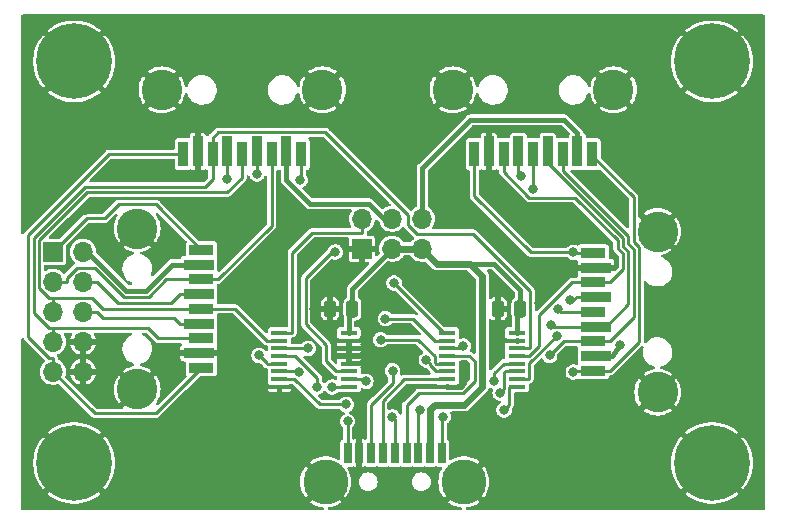
<source format=gtl>
%TF.GenerationSoftware,KiCad,Pcbnew,7.0.0-da2b9df05c~163~ubuntu22.04.1*%
%TF.CreationDate,2023-02-19T22:43:29+00:00*%
%TF.ProjectId,userioswitch,75736572-696f-4737-9769-7463682e6b69,rev?*%
%TF.SameCoordinates,Original*%
%TF.FileFunction,Copper,L1,Top*%
%TF.FilePolarity,Positive*%
%FSLAX46Y46*%
G04 Gerber Fmt 4.6, Leading zero omitted, Abs format (unit mm)*
G04 Created by KiCad (PCBNEW 7.0.0-da2b9df05c~163~ubuntu22.04.1) date 2023-02-19 22:43:29*
%MOMM*%
%LPD*%
G01*
G04 APERTURE LIST*
G04 Aperture macros list*
%AMRoundRect*
0 Rectangle with rounded corners*
0 $1 Rounding radius*
0 $2 $3 $4 $5 $6 $7 $8 $9 X,Y pos of 4 corners*
0 Add a 4 corners polygon primitive as box body*
4,1,4,$2,$3,$4,$5,$6,$7,$8,$9,$2,$3,0*
0 Add four circle primitives for the rounded corners*
1,1,$1+$1,$2,$3*
1,1,$1+$1,$4,$5*
1,1,$1+$1,$6,$7*
1,1,$1+$1,$8,$9*
0 Add four rect primitives between the rounded corners*
20,1,$1+$1,$2,$3,$4,$5,0*
20,1,$1+$1,$4,$5,$6,$7,0*
20,1,$1+$1,$6,$7,$8,$9,0*
20,1,$1+$1,$8,$9,$2,$3,0*%
G04 Aperture macros list end*
%TA.AperFunction,SMDPad,CuDef*%
%ADD10R,2.600000X0.900000*%
%TD*%
%TA.AperFunction,SMDPad,CuDef*%
%ADD11R,2.150000X0.900000*%
%TD*%
%TA.AperFunction,ComponentPad*%
%ADD12C,3.438000*%
%TD*%
%TA.AperFunction,SMDPad,CuDef*%
%ADD13R,0.900000X2.600000*%
%TD*%
%TA.AperFunction,SMDPad,CuDef*%
%ADD14R,0.900000X2.150000*%
%TD*%
%TA.AperFunction,ComponentPad*%
%ADD15C,3.800000*%
%TD*%
%TA.AperFunction,SMDPad,CuDef*%
%ADD16R,0.700000X1.800000*%
%TD*%
%TA.AperFunction,SMDPad,CuDef*%
%ADD17R,1.475000X0.450000*%
%TD*%
%TA.AperFunction,ComponentPad*%
%ADD18R,1.700000X1.700000*%
%TD*%
%TA.AperFunction,ComponentPad*%
%ADD19O,1.700000X1.700000*%
%TD*%
%TA.AperFunction,SMDPad,CuDef*%
%ADD20RoundRect,0.250000X0.250000X0.475000X-0.250000X0.475000X-0.250000X-0.475000X0.250000X-0.475000X0*%
%TD*%
%TA.AperFunction,ComponentPad*%
%ADD21C,3.600000*%
%TD*%
%TA.AperFunction,ConnectorPad*%
%ADD22C,6.400000*%
%TD*%
%TA.AperFunction,ViaPad*%
%ADD23C,0.800000*%
%TD*%
%TA.AperFunction,Conductor*%
%ADD24C,0.250000*%
%TD*%
%TA.AperFunction,Conductor*%
%ADD25C,0.600000*%
%TD*%
%TA.AperFunction,Conductor*%
%ADD26C,0.254000*%
%TD*%
%TA.AperFunction,Conductor*%
%ADD27C,0.400000*%
%TD*%
G04 APERTURE END LIST*
D10*
%TO.P,J6,1,VBUS*%
%TO.N,/VBUSB*%
X219186499Y-95951999D03*
%TO.P,J6,2,D-*%
%TO.N,/S1B*%
X219186499Y-93451999D03*
%TO.P,J6,3,D+*%
%TO.N,/S2B*%
X219186499Y-90951999D03*
%TO.P,J6,4,GND*%
%TO.N,GND*%
X219186499Y-88451999D03*
D11*
%TO.P,J6,5,STDA_SSRX*%
%TO.N,/S3B*%
X218961499Y-87201999D03*
%TO.P,J6,6,STDA_SSRX+*%
%TO.N,/S4B*%
X218961499Y-89701999D03*
%TO.P,J6,7,GND_DRAIN*%
%TO.N,/S5B*%
X218961499Y-92201999D03*
%TO.P,J6,8,STDA_SSTX*%
%TO.N,/S6B*%
X218961499Y-94701999D03*
%TO.P,J6,9,STDA_SSTX+*%
%TO.N,/S7B*%
X218961499Y-97201999D03*
D12*
%TO.P,J6,MH1,MH1*%
%TO.N,GND*%
X224406500Y-99002000D03*
%TO.P,J6,MH2,MH2*%
X224406500Y-85402000D03*
%TD*%
D13*
%TO.P,J5,1,VBUS*%
%TO.N,/VBUSB*%
X217617999Y-78625999D03*
%TO.P,J5,2,D-*%
%TO.N,/S1B*%
X215117999Y-78625999D03*
%TO.P,J5,3,D+*%
%TO.N,/S2B*%
X212617999Y-78625999D03*
%TO.P,J5,4,GND*%
%TO.N,GND*%
X210117999Y-78625999D03*
D14*
%TO.P,J5,5,STDA_SSRX*%
%TO.N,/S3B*%
X208867999Y-78850999D03*
%TO.P,J5,6,STDA_SSRX+*%
%TO.N,/S4B*%
X211367999Y-78850999D03*
%TO.P,J5,7,GND_DRAIN*%
%TO.N,/S5B*%
X213867999Y-78850999D03*
%TO.P,J5,8,STDA_SSTX*%
%TO.N,/S6B*%
X216367999Y-78850999D03*
%TO.P,J5,9,STDA_SSTX+*%
%TO.N,/S7B*%
X218867999Y-78850999D03*
D12*
%TO.P,J5,MH1,MH1*%
%TO.N,GND*%
X220668000Y-73406000D03*
%TO.P,J5,MH2,MH2*%
X207068000Y-73406000D03*
%TD*%
%TO.P,J4,MH2,MH2*%
%TO.N,GND*%
X180340000Y-98748000D03*
%TO.P,J4,MH1,MH1*%
X180340000Y-85148000D03*
D11*
%TO.P,J4,9,STDA_SSTX+*%
%TO.N,/S7A*%
X185784999Y-86947999D03*
%TO.P,J4,8,STDA_SSTX*%
%TO.N,/S6A*%
X185784999Y-89447999D03*
%TO.P,J4,7,GND_DRAIN*%
%TO.N,/S5A*%
X185784999Y-91947999D03*
%TO.P,J4,6,STDA_SSRX+*%
%TO.N,/S4A*%
X185784999Y-94447999D03*
%TO.P,J4,5,STDA_SSRX*%
%TO.N,/S3A*%
X185784999Y-96947999D03*
D10*
%TO.P,J4,4,GND*%
%TO.N,GND*%
X185559999Y-95697999D03*
%TO.P,J4,3,D+*%
%TO.N,/S2A*%
X185559999Y-93197999D03*
%TO.P,J4,2,D-*%
%TO.N,/S1A*%
X185559999Y-90697999D03*
%TO.P,J4,1,VBUS*%
%TO.N,/VBUSA*%
X185559999Y-88197999D03*
%TD*%
D13*
%TO.P,J3,1,VBUS*%
%TO.N,/VBUSA*%
X192979999Y-78625999D03*
%TO.P,J3,2,D-*%
%TO.N,/S1A*%
X190479999Y-78625999D03*
%TO.P,J3,3,D+*%
%TO.N,/S2A*%
X187979999Y-78625999D03*
%TO.P,J3,4,GND*%
%TO.N,GND*%
X185479999Y-78625999D03*
D14*
%TO.P,J3,5,STDA_SSRX*%
%TO.N,/S3A*%
X184229999Y-78850999D03*
%TO.P,J3,6,STDA_SSRX+*%
%TO.N,/S4A*%
X186729999Y-78850999D03*
%TO.P,J3,7,GND_DRAIN*%
%TO.N,/S5A*%
X189229999Y-78850999D03*
%TO.P,J3,8,STDA_SSTX*%
%TO.N,/S6A*%
X191729999Y-78850999D03*
%TO.P,J3,9,STDA_SSTX+*%
%TO.N,/S7A*%
X194229999Y-78850999D03*
D12*
%TO.P,J3,MH1,MH1*%
%TO.N,GND*%
X196030000Y-73406000D03*
%TO.P,J3,MH2,MH2*%
X182430000Y-73406000D03*
%TD*%
D15*
%TO.P,J1,11,11*%
%TO.N,GND*%
X207998000Y-106601000D03*
%TO.P,J1,10,10*%
X196298000Y-106601000D03*
D16*
%TO.P,J1,9,9*%
%TO.N,/D7*%
X206147999Y-104150999D03*
%TO.P,J1,8,8*%
%TO.N,/D6*%
X204147999Y-104150999D03*
%TO.P,J1,7,7*%
%TO.N,/D5*%
X202147999Y-104150999D03*
%TO.P,J1,6,6*%
%TO.N,/D4*%
X200147999Y-104150999D03*
%TO.P,J1,5,5*%
%TO.N,/D3*%
X198147999Y-104150999D03*
%TO.P,J1,4,4*%
%TO.N,GND*%
X199147999Y-104150999D03*
%TO.P,J1,3,3*%
%TO.N,/D2*%
X201147999Y-104150999D03*
%TO.P,J1,2,2*%
%TO.N,/D1*%
X203147999Y-104150999D03*
%TO.P,J1,1,1*%
%TO.N,VBUS*%
X205147999Y-104150999D03*
%TD*%
D17*
%TO.P,IC2,1,SEL*%
%TO.N,/SEL*%
X206611999Y-93990999D03*
%TO.P,IC2,2,S1A*%
%TO.N,/S1A*%
X206611999Y-94640999D03*
%TO.P,IC2,3,S1B*%
%TO.N,/S1B*%
X206611999Y-95290999D03*
%TO.P,IC2,4,D1*%
%TO.N,/D1*%
X206611999Y-95940999D03*
%TO.P,IC2,5,S2A*%
%TO.N,/S2A*%
X206611999Y-96590999D03*
%TO.P,IC2,6,S2B*%
%TO.N,/S2B*%
X206611999Y-97240999D03*
%TO.P,IC2,7,D2*%
%TO.N,/D2*%
X206611999Y-97890999D03*
%TO.P,IC2,8,GND*%
%TO.N,GND*%
X206611999Y-98540999D03*
%TO.P,IC2,9,D3*%
%TO.N,/D3*%
X212487999Y-98540999D03*
%TO.P,IC2,10,S3B*%
%TO.N,/S3B*%
X212487999Y-97890999D03*
%TO.P,IC2,11,S3A*%
%TO.N,/S3A*%
X212487999Y-97240999D03*
%TO.P,IC2,12,D4*%
%TO.N,/D4*%
X212487999Y-96590999D03*
%TO.P,IC2,13,S4B*%
%TO.N,/S4B*%
X212487999Y-95940999D03*
%TO.P,IC2,14,S4A*%
%TO.N,/S4A*%
X212487999Y-95290999D03*
%TO.P,IC2,15,~{EN}*%
%TO.N,GND*%
X212487999Y-94640999D03*
%TO.P,IC2,16,VDD*%
%TO.N,VBUS*%
X212487999Y-93990999D03*
%TD*%
%TO.P,IC1,1,SEL*%
%TO.N,/SEL*%
X192387999Y-93990999D03*
%TO.P,IC1,2,S1A*%
%TO.N,/S5A*%
X192387999Y-94640999D03*
%TO.P,IC1,3,S1B*%
%TO.N,/S5B*%
X192387999Y-95290999D03*
%TO.P,IC1,4,D1*%
%TO.N,/D5*%
X192387999Y-95940999D03*
%TO.P,IC1,5,S2A*%
%TO.N,/S6A*%
X192387999Y-96590999D03*
%TO.P,IC1,6,S2B*%
%TO.N,/S6B*%
X192387999Y-97240999D03*
%TO.P,IC1,7,D2*%
%TO.N,/D6*%
X192387999Y-97890999D03*
%TO.P,IC1,8,GND*%
%TO.N,GND*%
X192387999Y-98540999D03*
%TO.P,IC1,9,D3*%
%TO.N,/D7*%
X198263999Y-98540999D03*
%TO.P,IC1,10,S3B*%
%TO.N,/S7B*%
X198263999Y-97890999D03*
%TO.P,IC1,11,S3A*%
%TO.N,/S7A*%
X198263999Y-97240999D03*
%TO.P,IC1,12,D4*%
%TO.N,GND*%
X198263999Y-96590999D03*
%TO.P,IC1,13,S4B*%
X198263999Y-95940999D03*
%TO.P,IC1,14,S4A*%
X198263999Y-95290999D03*
%TO.P,IC1,15,~{EN}*%
X198263999Y-94640999D03*
%TO.P,IC1,16,VDD*%
%TO.N,VBUS*%
X198263999Y-93990999D03*
%TD*%
D18*
%TO.P,J2,1,Pin_1*%
%TO.N,GND*%
X199389999Y-86867999D03*
D19*
%TO.P,J2,2,Pin_2*%
%TO.N,/SEL*%
X199389999Y-84327999D03*
%TO.P,J2,3,Pin_3*%
%TO.N,VBUS*%
X201929999Y-86867999D03*
%TO.P,J2,4,Pin_4*%
%TO.N,/VBUSA*%
X201929999Y-84327999D03*
%TO.P,J2,5,Pin_5*%
%TO.N,VBUS*%
X204469999Y-86867999D03*
%TO.P,J2,6,Pin_6*%
%TO.N,/VBUSB*%
X204469999Y-84327999D03*
%TD*%
D20*
%TO.P,C2,1*%
%TO.N,VBUS*%
X212786000Y-91948000D03*
%TO.P,C2,2*%
%TO.N,GND*%
X210886000Y-91948000D03*
%TD*%
D21*
%TO.P,H1,1,1*%
%TO.N,GND*%
X175000000Y-71000000D03*
D22*
X175000000Y-71000000D03*
%TD*%
D18*
%TO.P,J7,1,Pin_1*%
%TO.N,/S7A*%
X173222999Y-87126999D03*
D19*
%TO.P,J7,2,Pin_2*%
%TO.N,/VBUSA*%
X175762999Y-87126999D03*
%TO.P,J7,3,Pin_3*%
%TO.N,/S6A*%
X173222999Y-89666999D03*
%TO.P,J7,4,Pin_4*%
%TO.N,/S1A*%
X175762999Y-89666999D03*
%TO.P,J7,5,Pin_5*%
%TO.N,/S5A*%
X173222999Y-92206999D03*
%TO.P,J7,6,Pin_6*%
%TO.N,/S2A*%
X175762999Y-92206999D03*
%TO.P,J7,7,Pin_7*%
%TO.N,/S4A*%
X173222999Y-94746999D03*
%TO.P,J7,8,Pin_8*%
%TO.N,GND*%
X175762999Y-94746999D03*
%TO.P,J7,9,Pin_9*%
%TO.N,/S3A*%
X173222999Y-97286999D03*
%TO.P,J7,10,Pin_10*%
%TO.N,GND*%
X175762999Y-97286999D03*
%TD*%
D21*
%TO.P,H4,1,1*%
%TO.N,GND*%
X229000000Y-71000000D03*
D22*
X229000000Y-71000000D03*
%TD*%
D21*
%TO.P,H2,1,1*%
%TO.N,GND*%
X175000000Y-105000000D03*
D22*
X175000000Y-105000000D03*
%TD*%
D21*
%TO.P,H3,1,1*%
%TO.N,GND*%
X229000000Y-105000000D03*
D22*
X229000000Y-105000000D03*
%TD*%
D20*
%TO.P,C1,1*%
%TO.N,VBUS*%
X198562000Y-91948000D03*
%TO.P,C1,2*%
%TO.N,GND*%
X196662000Y-91948000D03*
%TD*%
D23*
%TO.N,GND*%
X220472000Y-82042000D03*
X210566000Y-89408000D03*
X214376000Y-97282000D03*
X208026000Y-97028000D03*
%TO.N,/D7*%
X206248000Y-101092000D03*
X196850000Y-98552000D03*
%TO.N,/D6*%
X198037855Y-100035842D03*
X204248500Y-100553109D03*
%TO.N,/D5*%
X195580000Y-98552000D03*
X201930000Y-101092000D03*
%TO.N,/D3*%
X198148000Y-101484842D03*
%TO.N,GND*%
X195834000Y-81026000D03*
X193548000Y-99822000D03*
X206756000Y-90932000D03*
X176022000Y-83566000D03*
X214376000Y-91440000D03*
X195326000Y-91948000D03*
X187960000Y-95758000D03*
X185420000Y-80772000D03*
X188214000Y-90424000D03*
X210058000Y-81026000D03*
X210703500Y-94488000D03*
X194564000Y-84074000D03*
X189230000Y-85090000D03*
X195834000Y-77978000D03*
X216916000Y-88392000D03*
%TO.N,/SEL*%
X202088450Y-89757550D03*
%TO.N,/S5B*%
X213868000Y-81788000D03*
X215939300Y-91930700D03*
X194818000Y-95291000D03*
%TO.N,/S6A*%
X190659800Y-95891000D03*
%TO.N,/S6B*%
X215265000Y-95885000D03*
X194056000Y-97282000D03*
%TO.N,/S7B*%
X199695803Y-98079498D03*
X217265900Y-97293600D03*
%TO.N,/S7A*%
X194133400Y-81016400D03*
X197108299Y-87126299D03*
%TO.N,/S1A*%
X201360250Y-92771750D03*
X190480000Y-80532200D03*
%TO.N,/S1B*%
X207954700Y-95090200D03*
X215392948Y-93356646D03*
%TO.N,/S2A*%
X200947546Y-94566500D03*
X187980000Y-80971000D03*
%TO.N,/S2B*%
X204825000Y-96281496D03*
X216988700Y-91234900D03*
X212861400Y-80668300D03*
%TO.N,/D3*%
X211401943Y-100508465D03*
%TO.N,/S3B*%
X215918707Y-94206695D03*
X217267300Y-87163200D03*
%TO.N,/S3A*%
X211074000Y-99060000D03*
%TO.N,/D4*%
X210566000Y-98044000D03*
X201963123Y-97180498D03*
%TO.N,/VBUSB*%
X221234000Y-94996000D03*
%TD*%
D24*
%TO.N,/D1*%
X203148000Y-104151000D02*
X203148000Y-100128000D01*
X203148000Y-100128000D02*
X204185100Y-99090900D01*
%TO.N,/D4*%
X200148000Y-100080000D02*
X201963123Y-98264877D01*
%TO.N,/D2*%
X201148000Y-99715690D02*
X202972690Y-97891000D01*
X202972690Y-97891000D02*
X206612000Y-97891000D01*
%TO.N,/D4*%
X200148000Y-104151000D02*
X200148000Y-100080000D01*
%TO.N,/D1*%
X208463000Y-95941000D02*
X206612000Y-95941000D01*
D25*
%TO.N,VBUS*%
X205148000Y-104151000D02*
X205148000Y-100461900D01*
D24*
%TO.N,/D5*%
X202148000Y-104151000D02*
X202148000Y-101310000D01*
%TO.N,/D3*%
X198148000Y-104151000D02*
X198148000Y-101484842D01*
%TO.N,/D2*%
X201148000Y-104151000D02*
X201148000Y-99715690D01*
%TO.N,/D1*%
X204185100Y-99090900D02*
X207916356Y-99090900D01*
%TO.N,/D4*%
X201963123Y-98264877D02*
X201963123Y-97180498D01*
%TO.N,/D6*%
X204148000Y-100653609D02*
X204248500Y-100553109D01*
X204148000Y-104151000D02*
X204148000Y-100653609D01*
D26*
%TO.N,/D7*%
X206148000Y-104151000D02*
X206148000Y-101192000D01*
D24*
%TO.N,/D1*%
X208925499Y-98081757D02*
X208925499Y-96403499D01*
X207916356Y-99090900D02*
X208925499Y-98081757D01*
%TO.N,/D5*%
X202148000Y-101310000D02*
X201930000Y-101092000D01*
%TO.N,/D1*%
X208925499Y-96403499D02*
X208463000Y-95941000D01*
D26*
%TO.N,/D7*%
X206148000Y-101192000D02*
X206248000Y-101092000D01*
D25*
%TO.N,VBUS*%
X205148000Y-100461900D02*
X205533900Y-100076000D01*
X205533900Y-100076000D02*
X208026000Y-100076000D01*
X208026000Y-100076000D02*
X209550000Y-98552000D01*
X209550000Y-98552000D02*
X209550000Y-89154000D01*
X209550000Y-89154000D02*
X208534000Y-88138000D01*
D24*
%TO.N,/S1B*%
X221463498Y-86621031D02*
X221937501Y-87095034D01*
X221937501Y-87095034D02*
X221937501Y-91550999D01*
%TO.N,/S6B*%
X218961500Y-94702000D02*
X220361600Y-94702000D01*
%TO.N,/S1B*%
X215118000Y-79628554D02*
X221463498Y-85974052D01*
%TO.N,/S4B*%
X218961500Y-89702000D02*
X220361600Y-89702000D01*
%TO.N,/S6B*%
X220361600Y-94702000D02*
X222387002Y-92676598D01*
X221912999Y-85787863D02*
X216368000Y-80242864D01*
X222387002Y-86908845D02*
X221912999Y-86434842D01*
X222387002Y-92676598D02*
X222387002Y-86908845D01*
X216368000Y-80242864D02*
X216368000Y-78980500D01*
%TO.N,/S7B*%
X222836503Y-86722656D02*
X222362500Y-86248653D01*
X220361600Y-97202000D02*
X222836503Y-94727097D01*
%TO.N,/S4B*%
X213537400Y-82550000D02*
X211368000Y-80380600D01*
%TO.N,/S7B*%
X222836503Y-94727097D02*
X222836503Y-86722656D01*
%TO.N,/S4B*%
X221013997Y-86807220D02*
X221013997Y-86160241D01*
%TO.N,/S1B*%
X221463498Y-85974052D02*
X221463498Y-86621031D01*
%TO.N,/S6B*%
X221912999Y-86434842D02*
X221912999Y-85787863D01*
%TO.N,/S4B*%
X221488000Y-88575600D02*
X221488000Y-87281223D01*
%TO.N,/S1B*%
X215118000Y-78755500D02*
X215118000Y-79628554D01*
X220036500Y-93452000D02*
X219186500Y-93452000D01*
%TO.N,/S4B*%
X211368000Y-80380600D02*
X211368000Y-78980500D01*
%TO.N,/S1B*%
X221937501Y-91550999D02*
X220036500Y-93452000D01*
%TO.N,/S7B*%
X222362500Y-86248653D02*
X222362500Y-82475000D01*
X218961500Y-97202000D02*
X220361600Y-97202000D01*
X222362500Y-82475000D02*
X218868000Y-78980500D01*
%TO.N,/S4B*%
X220361600Y-89702000D02*
X221488000Y-88575600D01*
X221013997Y-86160241D02*
X217403756Y-82550000D01*
X221488000Y-87281223D02*
X221013997Y-86807220D01*
X217403756Y-82550000D02*
X213537400Y-82550000D01*
D27*
%TO.N,GND*%
X219186500Y-88452000D02*
X220036500Y-88452000D01*
%TO.N,VBUS*%
X212786000Y-90358000D02*
X210566000Y-88138000D01*
X212786000Y-91948000D02*
X212786000Y-90358000D01*
D25*
X205740000Y-88138000D02*
X208534000Y-88138000D01*
D27*
X210566000Y-88138000D02*
X208534000Y-88138000D01*
D25*
X204470000Y-86868000D02*
X205740000Y-88138000D01*
D24*
%TO.N,/S4A*%
X196281900Y-76996200D02*
X187184700Y-76996200D01*
X212488000Y-95291000D02*
X213550600Y-95291000D01*
X203294800Y-84853700D02*
X203294800Y-84009100D01*
X213550600Y-95291000D02*
X213613400Y-95228200D01*
X213613400Y-90443644D02*
X208767756Y-85598000D01*
X208767756Y-85598000D02*
X204039100Y-85598000D01*
X204039100Y-85598000D02*
X203294800Y-84853700D01*
X203294800Y-84009100D02*
X196281900Y-76996200D01*
X213613400Y-95228200D02*
X213613400Y-90443644D01*
X187184700Y-76996200D02*
X186730000Y-77450900D01*
X186730000Y-77450900D02*
X186730000Y-78851000D01*
%TO.N,/S6B*%
X216448000Y-94702000D02*
X215265000Y-95885000D01*
X218961500Y-94702000D02*
X216448000Y-94702000D01*
%TO.N,/S4B*%
X213548712Y-95941000D02*
X214397713Y-95091999D01*
X217142600Y-89702000D02*
X218961500Y-89702000D01*
%TO.N,/S3B*%
X212488000Y-97891000D02*
X213475500Y-97891000D01*
X213475500Y-97891000D02*
X213550600Y-97815900D01*
%TO.N,/S4B*%
X212488000Y-95941000D02*
X213548712Y-95941000D01*
%TO.N,/S3B*%
X213550600Y-97815900D02*
X213550600Y-96574802D01*
%TO.N,/S4B*%
X214397713Y-95091999D02*
X214397713Y-92446887D01*
%TO.N,/S1B*%
X215488302Y-93452000D02*
X215392948Y-93356646D01*
%TO.N,/S4B*%
X214397713Y-92446887D02*
X217142600Y-89702000D01*
%TO.N,/S1B*%
X219186500Y-93452000D02*
X215488302Y-93452000D01*
%TO.N,/S3B*%
X213550600Y-96574802D02*
X215918707Y-94206695D01*
%TO.N,/D4*%
X212488000Y-96591000D02*
X211375705Y-96591000D01*
X211375705Y-96591000D02*
X210566000Y-97400705D01*
X210566000Y-97400705D02*
X210566000Y-98044000D01*
%TO.N,/S2B*%
X205099999Y-96677189D02*
X205099999Y-96556495D01*
X205624500Y-97241000D02*
X205438311Y-97054811D01*
X206612000Y-97241000D02*
X205624500Y-97241000D01*
X205115542Y-96692732D02*
X205099999Y-96677189D01*
X205438311Y-97054811D02*
X205438311Y-97040501D01*
X205438311Y-97040501D02*
X205115542Y-96717732D01*
X205115542Y-96717732D02*
X205115542Y-96692732D01*
X205099999Y-96556495D02*
X204825000Y-96281496D01*
%TO.N,/S2A*%
X204134602Y-94566500D02*
X200947546Y-94566500D01*
X205549500Y-96516000D02*
X205549500Y-95981398D01*
X206612000Y-96591000D02*
X205624500Y-96591000D01*
X205549500Y-95981398D02*
X204134602Y-94566500D01*
X205624500Y-96591000D02*
X205549500Y-96516000D01*
%TO.N,/S3A*%
X211500500Y-97241000D02*
X211386499Y-97355001D01*
%TO.N,/D3*%
X211836000Y-100074408D02*
X211401943Y-100508465D01*
%TO.N,/S3A*%
X211386499Y-97355001D02*
X211386499Y-98747501D01*
X211386499Y-98747501D02*
X211074000Y-99060000D01*
X212488000Y-97241000D02*
X211500500Y-97241000D01*
%TO.N,/D3*%
X211836000Y-98552000D02*
X211836000Y-100074408D01*
D27*
%TO.N,GND*%
X206612000Y-98541000D02*
X207724500Y-98541000D01*
X207724500Y-98541000D02*
X208026000Y-98239500D01*
X208026000Y-98239500D02*
X208026000Y-97028000D01*
X206612000Y-98541000D02*
X206612000Y-98516000D01*
D24*
%TO.N,/D6*%
X193639695Y-97891000D02*
X195784537Y-100035842D01*
X195784537Y-100035842D02*
X198037855Y-100035842D01*
%TO.N,/S7B*%
X199507305Y-97891000D02*
X199695803Y-98079498D01*
X198264000Y-97891000D02*
X199507305Y-97891000D01*
%TO.N,/D6*%
X192388000Y-97891000D02*
X193639695Y-97891000D01*
D26*
%TO.N,/D7*%
X198264000Y-98541000D02*
X196861000Y-98541000D01*
X196861000Y-98541000D02*
X196850000Y-98552000D01*
D24*
%TO.N,/D5*%
X195580000Y-97780695D02*
X195580000Y-98552000D01*
X193740305Y-95941000D02*
X195580000Y-97780695D01*
X192388000Y-95941000D02*
X193740305Y-95941000D01*
D27*
%TO.N,VBUS*%
X198562000Y-91948000D02*
X198562000Y-90236000D01*
X212488000Y-92246000D02*
X212786000Y-91948000D01*
X212488000Y-93991000D02*
X212488000Y-92246000D01*
X198264000Y-93991000D02*
X198264000Y-92246000D01*
X198562000Y-90236000D02*
X201930000Y-86868000D01*
X198264000Y-92246000D02*
X198562000Y-91948000D01*
D25*
X204470000Y-86868000D02*
X201930000Y-86868000D01*
D27*
%TO.N,GND*%
X212488000Y-94641000D02*
X212463000Y-94616000D01*
D24*
%TO.N,/SEL*%
X199390000Y-85503100D02*
X195166900Y-85503100D01*
X193450600Y-93991000D02*
X192388000Y-93991000D01*
X206321900Y-93991000D02*
X206612000Y-93991000D01*
X193450600Y-87219400D02*
X193450600Y-93991000D01*
X199390000Y-84328000D02*
X199390000Y-85503100D01*
X195166900Y-85503100D02*
X193450600Y-87219400D01*
X202088450Y-89757550D02*
X206321900Y-93991000D01*
%TO.N,/S5A*%
X172855800Y-91031800D02*
X173223000Y-91031800D01*
X172047800Y-86134300D02*
X172047800Y-90223800D01*
X188632400Y-91948000D02*
X191325400Y-94641000D01*
X173223000Y-92207000D02*
X173223000Y-91031900D01*
X187981100Y-82078300D02*
X176103800Y-82078300D01*
X189230000Y-78851000D02*
X189230000Y-80829400D01*
X173223000Y-91031900D02*
X176550300Y-91031900D01*
X192388000Y-94641000D02*
X191325400Y-94641000D01*
X176550300Y-91031900D02*
X177466400Y-91948000D01*
X172047800Y-90223800D02*
X172855800Y-91031800D01*
X173223000Y-91031800D02*
X173223000Y-91031900D01*
X185785000Y-91948000D02*
X184384900Y-91948000D01*
X189230000Y-80829400D02*
X187981100Y-82078300D01*
X176103800Y-82078300D02*
X172047800Y-86134300D01*
X185785000Y-91948000D02*
X188632400Y-91948000D01*
X177466400Y-91948000D02*
X184384900Y-91948000D01*
%TO.N,/S5B*%
X194818000Y-95291000D02*
X192388000Y-95291000D01*
X217561400Y-92202000D02*
X216210600Y-92202000D01*
X218961500Y-92202000D02*
X217561400Y-92202000D01*
X216210600Y-92202000D02*
X215939300Y-91930700D01*
X213868000Y-81788000D02*
X213868000Y-78980500D01*
%TO.N,/S6A*%
X174398100Y-89299800D02*
X175225100Y-88472800D01*
X179195300Y-90932000D02*
X181321300Y-90932000D01*
X182805300Y-89448000D02*
X185785000Y-89448000D01*
X187185100Y-89448000D02*
X191730000Y-84903100D01*
X174398100Y-89667000D02*
X174398100Y-89299800D01*
X175225100Y-88472800D02*
X176736100Y-88472800D01*
X173223000Y-89667000D02*
X174398100Y-89667000D01*
X191325400Y-96556600D02*
X191325400Y-96591000D01*
X191730000Y-84903100D02*
X191730000Y-78851000D01*
X190659800Y-95891000D02*
X191325400Y-96556600D01*
X185785000Y-89448000D02*
X187185100Y-89448000D01*
X176736100Y-88472800D02*
X179195300Y-90932000D01*
X192388000Y-96591000D02*
X191325400Y-96591000D01*
X181321300Y-90932000D02*
X182805300Y-89448000D01*
%TO.N,/S6B*%
X192388000Y-97241000D02*
X193761000Y-97241000D01*
%TO.N,/S7B*%
X217357500Y-97202000D02*
X218961500Y-97202000D01*
X217265900Y-97293600D02*
X217357500Y-97202000D01*
%TO.N,/S7A*%
X178770000Y-83104000D02*
X177583000Y-84291000D01*
X185785000Y-86948000D02*
X181941000Y-83104000D01*
X197201400Y-97241000D02*
X198264000Y-97241000D01*
X177583000Y-84291000D02*
X176059000Y-84291000D01*
X181941000Y-83104000D02*
X178770000Y-83104000D01*
X196845701Y-87126299D02*
X194601000Y-89371000D01*
X194133400Y-81016400D02*
X194230000Y-80919800D01*
X176059000Y-84291000D02*
X173223000Y-87127000D01*
X196342000Y-96381600D02*
X197201400Y-97241000D01*
X197108299Y-87126299D02*
X196845701Y-87126299D01*
X194230000Y-80919800D02*
X194230000Y-78851000D01*
X196342000Y-94996000D02*
X196342000Y-96381600D01*
X194601000Y-89371000D02*
X194601000Y-93255000D01*
X194601000Y-93255000D02*
X196342000Y-94996000D01*
%TO.N,/S1A*%
X190480000Y-80532200D02*
X190480000Y-78626000D01*
X175763000Y-89667000D02*
X176938100Y-89667000D01*
X201360250Y-92771750D02*
X203680150Y-92771750D01*
X205549400Y-94641000D02*
X206612000Y-94641000D01*
X183934900Y-90698000D02*
X185560000Y-90698000D01*
X203680150Y-92771750D02*
X205549400Y-94641000D01*
X176938100Y-89667000D02*
X178711100Y-91440000D01*
X178711100Y-91440000D02*
X183192900Y-91440000D01*
X183192900Y-91440000D02*
X183934900Y-90698000D01*
%TO.N,/S1B*%
X206612000Y-95291000D02*
X207753900Y-95291000D01*
X207753900Y-95291000D02*
X207954700Y-95090200D01*
%TO.N,/S2A*%
X175763000Y-92207000D02*
X176938100Y-92207000D01*
X185560000Y-93198000D02*
X183934900Y-93198000D01*
X177454300Y-92723200D02*
X183460100Y-92723200D01*
X183460100Y-92723200D02*
X183934900Y-93198000D01*
X176938100Y-92207000D02*
X177454300Y-92723200D01*
X187980000Y-78626000D02*
X187980000Y-80971000D01*
%TO.N,/S2B*%
X217278500Y-91234900D02*
X217561400Y-90952000D01*
X216988700Y-91234900D02*
X217278500Y-91234900D01*
X219186500Y-90952000D02*
X217561400Y-90952000D01*
X212618000Y-78755500D02*
X212618000Y-80424900D01*
X212618000Y-80424900D02*
X212861400Y-80668300D01*
%TO.N,/S3B*%
X217522600Y-87163200D02*
X217561400Y-87202000D01*
X208868000Y-78980500D02*
X208868000Y-82376000D01*
X217267300Y-87163200D02*
X217522600Y-87163200D01*
X208868000Y-82376000D02*
X213655200Y-87163200D01*
X218961500Y-87202000D02*
X217561400Y-87202000D01*
X213655200Y-87163200D02*
X217267300Y-87163200D01*
%TO.N,/S3A*%
X171115900Y-85690400D02*
X171115900Y-94363100D01*
X171115900Y-94363100D02*
X172864600Y-96111800D01*
X181941000Y-100792000D02*
X185785000Y-96948000D01*
X184230000Y-78851000D02*
X177955300Y-78851000D01*
X176728000Y-100792000D02*
X181941000Y-100792000D01*
X177955300Y-78851000D02*
X171115900Y-85690400D01*
X173223000Y-97287000D02*
X176728000Y-100792000D01*
X172864600Y-96111800D02*
X173223000Y-96111800D01*
X173223000Y-96111800D02*
X173223000Y-96111900D01*
X173223000Y-97287000D02*
X173223000Y-96111900D01*
%TO.N,/S4A*%
X181263900Y-93571900D02*
X182140000Y-94448000D01*
X171588400Y-85951500D02*
X175911600Y-81628300D01*
X173223000Y-93684400D02*
X173223000Y-93571900D01*
X173223000Y-93571900D02*
X181263900Y-93571900D01*
X173223000Y-93571900D02*
X172855800Y-93571900D01*
X173223000Y-94747000D02*
X173223000Y-93684400D01*
X171588400Y-92304500D02*
X171588400Y-85951500D01*
X182140000Y-94448000D02*
X185785000Y-94448000D01*
X175911600Y-81628300D02*
X186087700Y-81628300D01*
X186730000Y-80986000D02*
X186730000Y-78851000D01*
X172855800Y-93571900D02*
X171588400Y-92304500D01*
X186087700Y-81628300D02*
X186730000Y-80986000D01*
D27*
%TO.N,/VBUSA*%
X175763000Y-87127000D02*
X176132762Y-87127000D01*
X201226900Y-84328000D02*
X199928900Y-83030000D01*
X199928900Y-83030000D02*
X194942000Y-83030000D01*
X183312838Y-88198000D02*
X185560000Y-88198000D01*
X176132762Y-87127000D02*
X179412762Y-90407000D01*
X201930000Y-84328000D02*
X201226900Y-84328000D01*
X192980000Y-81068000D02*
X192980000Y-78626000D01*
X194942000Y-83030000D02*
X192980000Y-81068000D01*
X181103838Y-90407000D02*
X183312838Y-88198000D01*
X179412762Y-90407000D02*
X181103838Y-90407000D01*
%TO.N,/VBUSB*%
X219186500Y-95952000D02*
X220532000Y-95952000D01*
X217618000Y-77905400D02*
X217618000Y-78755500D01*
X220532000Y-95952000D02*
X221234000Y-94996000D01*
X216508600Y-75946000D02*
X208532350Y-75946000D01*
X204470000Y-80008350D02*
X204470000Y-84328000D01*
X217618000Y-77905400D02*
X217618000Y-77055400D01*
X217618000Y-77055400D02*
X216508600Y-75946000D01*
X208532350Y-75946000D02*
X204470000Y-80008350D01*
%TD*%
%TA.AperFunction,Conductor*%
%TO.N,GND*%
G36*
X233426500Y-67027381D02*
G01*
X233472619Y-67073500D01*
X233489500Y-67136500D01*
X233489500Y-108863500D01*
X233472619Y-108926500D01*
X233426500Y-108972619D01*
X233363500Y-108989500D01*
X208281275Y-108989500D01*
X208220775Y-108974025D01*
X208175136Y-108931401D01*
X208155569Y-108872099D01*
X208166879Y-108810684D01*
X208206289Y-108762243D01*
X208264118Y-108738674D01*
X208433000Y-108715461D01*
X208441409Y-108713714D01*
X208716874Y-108636532D01*
X208724963Y-108633657D01*
X208987343Y-108519689D01*
X208994979Y-108515733D01*
X209239386Y-108367106D01*
X209246419Y-108362141D01*
X209317347Y-108304437D01*
X209325335Y-108292982D01*
X209318561Y-108280771D01*
X208009729Y-106971939D01*
X207998000Y-106965167D01*
X207986270Y-106971939D01*
X206677437Y-108280771D01*
X206670662Y-108292982D01*
X206678648Y-108304434D01*
X206749591Y-108362150D01*
X206756605Y-108367101D01*
X207001020Y-108515733D01*
X207008656Y-108519689D01*
X207271036Y-108633657D01*
X207279125Y-108636532D01*
X207554590Y-108713714D01*
X207562999Y-108715461D01*
X207731882Y-108738674D01*
X207789711Y-108762243D01*
X207829121Y-108810684D01*
X207840431Y-108872099D01*
X207820864Y-108931401D01*
X207775225Y-108974025D01*
X207714725Y-108989500D01*
X196581275Y-108989500D01*
X196520775Y-108974025D01*
X196475136Y-108931401D01*
X196455569Y-108872099D01*
X196466879Y-108810684D01*
X196506289Y-108762243D01*
X196564118Y-108738674D01*
X196733000Y-108715461D01*
X196741409Y-108713714D01*
X197016874Y-108636532D01*
X197024963Y-108633657D01*
X197287343Y-108519689D01*
X197294979Y-108515733D01*
X197539386Y-108367106D01*
X197546419Y-108362141D01*
X197617347Y-108304437D01*
X197625335Y-108292982D01*
X197618561Y-108280771D01*
X196309729Y-106971939D01*
X196298000Y-106965167D01*
X196286270Y-106971939D01*
X194977437Y-108280771D01*
X194970662Y-108292982D01*
X194978648Y-108304434D01*
X195049591Y-108362150D01*
X195056605Y-108367101D01*
X195301020Y-108515733D01*
X195308656Y-108519689D01*
X195571036Y-108633657D01*
X195579125Y-108636532D01*
X195854590Y-108713714D01*
X195862999Y-108715461D01*
X196031882Y-108738674D01*
X196089711Y-108762243D01*
X196129121Y-108810684D01*
X196140431Y-108872099D01*
X196120864Y-108931401D01*
X196075225Y-108974025D01*
X196014725Y-108989500D01*
X170636500Y-108989500D01*
X170573500Y-108972619D01*
X170527381Y-108926500D01*
X170510500Y-108863500D01*
X170510500Y-107617911D01*
X172746383Y-107617911D01*
X172753481Y-107629589D01*
X172758159Y-107634020D01*
X172763363Y-107638441D01*
X173056089Y-107860966D01*
X173061745Y-107864801D01*
X173376821Y-108054376D01*
X173382830Y-108057562D01*
X173716565Y-108211964D01*
X173722907Y-108214490D01*
X174071363Y-108331899D01*
X174077935Y-108333724D01*
X174437052Y-108412771D01*
X174443776Y-108413873D01*
X174809331Y-108453630D01*
X174816145Y-108454000D01*
X175183855Y-108454000D01*
X175190668Y-108453630D01*
X175556223Y-108413873D01*
X175562947Y-108412771D01*
X175922064Y-108333724D01*
X175928636Y-108331899D01*
X176277092Y-108214490D01*
X176283434Y-108211964D01*
X176617169Y-108057562D01*
X176623178Y-108054376D01*
X176938254Y-107864801D01*
X176943910Y-107860966D01*
X177236643Y-107638435D01*
X177241829Y-107634031D01*
X177246521Y-107629586D01*
X177253616Y-107617913D01*
X177246835Y-107606045D01*
X175011729Y-105370939D01*
X175000000Y-105364167D01*
X174988270Y-105370939D01*
X172753162Y-107606046D01*
X172746383Y-107617911D01*
X170510500Y-107617911D01*
X170510500Y-105003412D01*
X171541112Y-105003412D01*
X171561018Y-105370572D01*
X171561757Y-105377369D01*
X171621245Y-105740224D01*
X171622712Y-105746892D01*
X171721086Y-106101200D01*
X171723261Y-106107656D01*
X171859368Y-106449260D01*
X171862224Y-106455435D01*
X172034471Y-106780327D01*
X172037979Y-106786157D01*
X172244340Y-107090516D01*
X172248469Y-107095947D01*
X172373287Y-107242895D01*
X172384814Y-107250634D01*
X172396935Y-107243853D01*
X174629060Y-105011729D01*
X174635832Y-105000000D01*
X175364167Y-105000000D01*
X175370939Y-105011729D01*
X177603063Y-107243853D01*
X177615184Y-107250634D01*
X177626711Y-107242894D01*
X177751531Y-107095947D01*
X177755659Y-107090516D01*
X177962020Y-106786157D01*
X177965528Y-106780327D01*
X178058323Y-106605298D01*
X194139261Y-106605298D01*
X194158782Y-106890695D01*
X194159950Y-106899194D01*
X194218155Y-107179289D01*
X194220470Y-107187554D01*
X194316271Y-107457111D01*
X194319687Y-107464975D01*
X194451297Y-107718973D01*
X194455766Y-107726321D01*
X194595840Y-107924761D01*
X194604098Y-107932278D01*
X194613518Y-107926270D01*
X195927060Y-106612729D01*
X195933832Y-106601000D01*
X195927060Y-106589270D01*
X194613518Y-105275728D01*
X194604098Y-105269721D01*
X194595839Y-105277239D01*
X194455768Y-105475675D01*
X194451297Y-105483026D01*
X194319687Y-105737024D01*
X194316271Y-105744888D01*
X194220470Y-106014445D01*
X194218155Y-106022710D01*
X194159950Y-106302805D01*
X194158782Y-106311304D01*
X194139261Y-106596702D01*
X194139261Y-106605298D01*
X178058323Y-106605298D01*
X178137775Y-106455435D01*
X178140631Y-106449260D01*
X178276738Y-106107656D01*
X178278913Y-106101200D01*
X178377287Y-105746892D01*
X178378754Y-105740224D01*
X178438242Y-105377369D01*
X178438981Y-105370572D01*
X178458888Y-105003412D01*
X178458888Y-104996588D01*
X178438981Y-104629427D01*
X178438242Y-104622630D01*
X178378754Y-104259775D01*
X178377287Y-104253107D01*
X178278913Y-103898799D01*
X178276738Y-103892343D01*
X178140631Y-103550739D01*
X178137775Y-103544564D01*
X177965528Y-103219672D01*
X177962020Y-103213842D01*
X177755659Y-102909483D01*
X177751531Y-102904052D01*
X177626711Y-102757103D01*
X177615184Y-102749364D01*
X177603063Y-102756145D01*
X175370939Y-104988270D01*
X175364167Y-105000000D01*
X174635832Y-105000000D01*
X174629060Y-104988270D01*
X172396934Y-102756144D01*
X172384814Y-102749363D01*
X172373288Y-102757103D01*
X172248469Y-102904051D01*
X172244338Y-102909485D01*
X172037979Y-103213842D01*
X172034471Y-103219672D01*
X171862224Y-103544564D01*
X171859368Y-103550739D01*
X171723261Y-103892343D01*
X171721086Y-103898799D01*
X171622712Y-104253107D01*
X171621245Y-104259775D01*
X171561757Y-104622630D01*
X171561018Y-104629427D01*
X171541112Y-104996588D01*
X171541112Y-105003412D01*
X170510500Y-105003412D01*
X170510500Y-102382086D01*
X172746382Y-102382086D01*
X172753161Y-102393951D01*
X174988270Y-104629060D01*
X175000000Y-104635832D01*
X175011729Y-104629060D01*
X177246836Y-102393952D01*
X177253615Y-102382087D01*
X177246517Y-102370409D01*
X177241840Y-102365979D01*
X177236636Y-102361558D01*
X176943910Y-102139033D01*
X176938254Y-102135198D01*
X176623178Y-101945623D01*
X176617169Y-101942437D01*
X176283434Y-101788035D01*
X176277092Y-101785509D01*
X175928636Y-101668100D01*
X175922064Y-101666275D01*
X175562947Y-101587228D01*
X175556223Y-101586126D01*
X175190668Y-101546369D01*
X175183855Y-101546000D01*
X174816145Y-101546000D01*
X174809331Y-101546369D01*
X174443776Y-101586126D01*
X174437052Y-101587228D01*
X174077935Y-101666275D01*
X174071363Y-101668100D01*
X173722907Y-101785509D01*
X173716565Y-101788035D01*
X173382830Y-101942437D01*
X173376821Y-101945623D01*
X173061745Y-102135198D01*
X173056089Y-102139033D01*
X172763360Y-102361560D01*
X172758167Y-102365971D01*
X172753478Y-102370412D01*
X172746382Y-102382086D01*
X170510500Y-102382086D01*
X170510500Y-94534348D01*
X170529891Y-94467187D01*
X170582097Y-94420698D01*
X170651048Y-94409191D01*
X170715521Y-94436207D01*
X170751912Y-94488074D01*
X170752000Y-94488027D01*
X170756965Y-94497202D01*
X170756966Y-94497204D01*
X170777155Y-94534510D01*
X170779538Y-94539139D01*
X170798190Y-94577293D01*
X170798192Y-94577296D01*
X170802774Y-94586668D01*
X170808458Y-94592352D01*
X170812281Y-94599416D01*
X170819961Y-94606486D01*
X170851184Y-94635229D01*
X170854941Y-94638835D01*
X172494384Y-96278278D01*
X172527483Y-96336640D01*
X172525934Y-96403716D01*
X172490175Y-96460488D01*
X172407574Y-96535789D01*
X172407570Y-96535792D01*
X172403268Y-96539715D01*
X172399763Y-96544355D01*
X172399755Y-96544365D01*
X172283422Y-96698416D01*
X172283418Y-96698421D01*
X172279912Y-96703065D01*
X172277317Y-96708274D01*
X172277314Y-96708281D01*
X172194745Y-96874103D01*
X172188672Y-96886299D01*
X172187078Y-96891899D01*
X172187076Y-96891906D01*
X172135280Y-97073953D01*
X172132655Y-97083179D01*
X172132118Y-97088972D01*
X172132116Y-97088984D01*
X172121724Y-97201141D01*
X172113768Y-97287000D01*
X172114306Y-97292805D01*
X172132116Y-97485015D01*
X172132117Y-97485025D01*
X172132655Y-97490821D01*
X172134249Y-97496426D01*
X172134250Y-97496427D01*
X172187026Y-97681918D01*
X172188672Y-97687701D01*
X172225479Y-97761620D01*
X172274576Y-97860220D01*
X172279912Y-97870935D01*
X172283421Y-97875582D01*
X172283422Y-97875583D01*
X172399755Y-98029634D01*
X172399759Y-98029638D01*
X172403268Y-98034285D01*
X172407570Y-98038207D01*
X172407573Y-98038210D01*
X172442093Y-98069679D01*
X172554538Y-98172186D01*
X172559489Y-98175251D01*
X172559491Y-98175253D01*
X172591576Y-98195119D01*
X172728573Y-98279944D01*
X172919444Y-98353888D01*
X173120653Y-98391500D01*
X173319519Y-98391500D01*
X173325347Y-98391500D01*
X173526556Y-98353888D01*
X173613357Y-98320260D01*
X173660808Y-98311768D01*
X173707982Y-98321719D01*
X173747964Y-98348658D01*
X176422581Y-101023275D01*
X176438963Y-101043446D01*
X176444932Y-101052582D01*
X176453173Y-101058996D01*
X176470139Y-101072201D01*
X176474089Y-101075689D01*
X176474226Y-101075528D01*
X176478200Y-101078894D01*
X176481887Y-101082581D01*
X176498999Y-101094799D01*
X176503141Y-101097888D01*
X176544881Y-101130375D01*
X176552482Y-101132984D01*
X176559021Y-101137653D01*
X176609729Y-101152748D01*
X176614607Y-101154311D01*
X176664673Y-101171500D01*
X176672711Y-101171500D01*
X176680410Y-101173792D01*
X176733224Y-101171607D01*
X176738430Y-101171500D01*
X181888574Y-101171500D01*
X181914430Y-101174181D01*
X181925100Y-101176419D01*
X181956795Y-101172468D01*
X181962053Y-101172141D01*
X181962036Y-101171930D01*
X181967223Y-101171500D01*
X181972443Y-101171500D01*
X181993187Y-101168037D01*
X181998250Y-101167299D01*
X182050783Y-101160752D01*
X182058003Y-101157222D01*
X182065927Y-101155900D01*
X182112411Y-101130742D01*
X182117043Y-101128359D01*
X182124061Y-101124928D01*
X182164568Y-101105126D01*
X182170252Y-101099441D01*
X182177316Y-101095619D01*
X182213154Y-101056687D01*
X182216713Y-101052979D01*
X184484864Y-98784828D01*
X191396501Y-98784828D01*
X191397708Y-98797087D01*
X191408815Y-98852930D01*
X191418133Y-98875426D01*
X191460483Y-98938808D01*
X191477691Y-98956016D01*
X191541074Y-98998367D01*
X191563566Y-99007684D01*
X191619414Y-99018792D01*
X191631670Y-99020000D01*
X192146410Y-99020000D01*
X192159493Y-99016493D01*
X192163000Y-99003410D01*
X192163000Y-99003409D01*
X192613000Y-99003409D01*
X192616506Y-99016492D01*
X192629590Y-99019999D01*
X193144328Y-99019999D01*
X193156587Y-99018791D01*
X193212430Y-99007684D01*
X193234926Y-98998366D01*
X193298308Y-98956016D01*
X193315516Y-98938808D01*
X193357867Y-98875425D01*
X193367184Y-98852933D01*
X193378292Y-98797085D01*
X193379500Y-98784830D01*
X193379500Y-98782590D01*
X193375993Y-98769506D01*
X193362910Y-98766000D01*
X192629590Y-98766000D01*
X192616506Y-98769506D01*
X192613000Y-98782590D01*
X192613000Y-99003409D01*
X192163000Y-99003409D01*
X192163000Y-98782590D01*
X192159493Y-98769506D01*
X192146410Y-98766000D01*
X191413091Y-98766000D01*
X191400007Y-98769506D01*
X191396501Y-98782590D01*
X191396501Y-98784828D01*
X184484864Y-98784828D01*
X185580289Y-97689403D01*
X185621166Y-97662090D01*
X185669384Y-97652499D01*
X186878878Y-97652499D01*
X186885066Y-97652499D01*
X186959301Y-97637734D01*
X187043484Y-97581484D01*
X187099734Y-97497301D01*
X187114500Y-97423067D01*
X187114499Y-96472934D01*
X187099734Y-96398699D01*
X187092840Y-96388381D01*
X187088089Y-96376911D01*
X187088993Y-96376536D01*
X187076813Y-96347133D01*
X187076814Y-96297966D01*
X187088676Y-96269330D01*
X187087619Y-96268892D01*
X187101683Y-96234936D01*
X187112792Y-96179085D01*
X187114000Y-96166830D01*
X187114000Y-95968590D01*
X187110493Y-95955506D01*
X187097410Y-95952000D01*
X184022591Y-95952000D01*
X184009507Y-95955506D01*
X184006001Y-95968590D01*
X184006001Y-96166828D01*
X184007208Y-96179087D01*
X184018315Y-96234930D01*
X184027633Y-96257426D01*
X184069983Y-96320808D01*
X184087191Y-96338016D01*
X184150574Y-96380367D01*
X184173066Y-96389684D01*
X184228914Y-96400792D01*
X184241170Y-96401999D01*
X184329499Y-96401999D01*
X184392499Y-96418879D01*
X184438619Y-96464999D01*
X184455500Y-96527999D01*
X184455500Y-97416877D01*
X184455500Y-97416887D01*
X184455501Y-97423066D01*
X184456707Y-97429132D01*
X184456708Y-97429137D01*
X184467822Y-97485015D01*
X184470266Y-97497301D01*
X184477161Y-97507620D01*
X184477162Y-97507622D01*
X184489293Y-97525777D01*
X184499746Y-97541421D01*
X184504436Y-97548439D01*
X184524594Y-97601995D01*
X184518985Y-97658943D01*
X184488767Y-97707537D01*
X182133561Y-100062744D01*
X182079964Y-100094545D01*
X182017683Y-100096769D01*
X181961953Y-100068873D01*
X181926410Y-100017681D01*
X181919749Y-99955717D01*
X181943598Y-99898140D01*
X182001332Y-99821016D01*
X182006191Y-99813455D01*
X182137134Y-99573652D01*
X182140858Y-99565496D01*
X182236341Y-99309496D01*
X182238871Y-99300880D01*
X182296950Y-99033897D01*
X182298226Y-99025016D01*
X182317719Y-98752488D01*
X182317719Y-98743512D01*
X182298226Y-98470983D01*
X182296950Y-98462102D01*
X182238871Y-98195119D01*
X182236341Y-98186503D01*
X182140858Y-97930503D01*
X182137134Y-97922347D01*
X182006191Y-97682544D01*
X182001332Y-97674983D01*
X181914105Y-97558462D01*
X181902816Y-97550011D01*
X181890439Y-97556769D01*
X180340000Y-99107210D01*
X179148769Y-100298439D01*
X179125701Y-100340685D01*
X179124969Y-100344254D01*
X179078556Y-100394094D01*
X179012985Y-100412500D01*
X176937384Y-100412500D01*
X176889166Y-100402909D01*
X176848289Y-100375595D01*
X175225182Y-98752488D01*
X178362281Y-98752488D01*
X178381773Y-99025016D01*
X178383049Y-99033897D01*
X178441128Y-99300880D01*
X178443658Y-99309496D01*
X178539141Y-99565496D01*
X178542865Y-99573652D01*
X178673808Y-99813455D01*
X178678667Y-99821017D01*
X178765893Y-99937536D01*
X178777182Y-99945987D01*
X178789561Y-99939227D01*
X179969060Y-98759729D01*
X179975832Y-98748000D01*
X179969060Y-98736270D01*
X178786329Y-97553539D01*
X178777006Y-97547547D01*
X178768631Y-97554804D01*
X178678668Y-97674982D01*
X178673808Y-97682544D01*
X178542865Y-97922347D01*
X178539141Y-97930503D01*
X178443658Y-98186503D01*
X178441128Y-98195119D01*
X178383049Y-98462102D01*
X178381773Y-98470983D01*
X178362281Y-98743512D01*
X178362281Y-98752488D01*
X175225182Y-98752488D01*
X174287900Y-97815206D01*
X174260958Y-97775216D01*
X174251010Y-97728035D01*
X174258191Y-97687946D01*
X174257328Y-97687701D01*
X174261126Y-97674353D01*
X174298322Y-97543620D01*
X174690922Y-97543620D01*
X174691451Y-97555061D01*
X174727546Y-97681918D01*
X174731734Y-97692729D01*
X174817742Y-97865456D01*
X174823850Y-97875321D01*
X174940126Y-98029296D01*
X174947944Y-98037872D01*
X175090533Y-98167859D01*
X175099796Y-98174854D01*
X175263846Y-98276428D01*
X175274228Y-98281598D01*
X175454146Y-98351299D01*
X175465307Y-98354475D01*
X175495358Y-98360092D01*
X175506559Y-98359704D01*
X175509000Y-98348763D01*
X176017000Y-98348763D01*
X176019440Y-98359704D01*
X176030641Y-98360092D01*
X176060692Y-98354475D01*
X176071853Y-98351299D01*
X176251771Y-98281598D01*
X176262153Y-98276428D01*
X176426203Y-98174854D01*
X176435466Y-98167859D01*
X176578055Y-98037872D01*
X176585873Y-98029296D01*
X176702149Y-97875321D01*
X176708257Y-97865456D01*
X176794265Y-97692729D01*
X176798453Y-97681918D01*
X176834548Y-97555061D01*
X176835077Y-97543620D01*
X176823933Y-97541000D01*
X176033590Y-97541000D01*
X176020506Y-97544506D01*
X176017000Y-97557590D01*
X176017000Y-98348763D01*
X175509000Y-98348763D01*
X175509000Y-97557590D01*
X175505493Y-97544506D01*
X175492410Y-97541000D01*
X174702067Y-97541000D01*
X174690922Y-97543620D01*
X174298322Y-97543620D01*
X174313345Y-97490821D01*
X174332232Y-97287000D01*
X174321662Y-97172929D01*
X174313883Y-97088984D01*
X174313882Y-97088983D01*
X174313345Y-97083179D01*
X174298322Y-97030379D01*
X174690922Y-97030379D01*
X174702067Y-97033000D01*
X175492410Y-97033000D01*
X175505493Y-97029493D01*
X175509000Y-97016410D01*
X176017000Y-97016410D01*
X176020506Y-97029493D01*
X176033590Y-97033000D01*
X176823933Y-97033000D01*
X176835077Y-97030379D01*
X176834548Y-97018938D01*
X176798453Y-96892081D01*
X176794265Y-96881270D01*
X176708257Y-96708543D01*
X176702149Y-96698678D01*
X176585873Y-96544703D01*
X176578055Y-96536127D01*
X176435466Y-96406140D01*
X176426203Y-96399145D01*
X176262153Y-96297571D01*
X176251771Y-96292401D01*
X176071853Y-96222700D01*
X176060692Y-96219524D01*
X176030641Y-96213907D01*
X176019440Y-96214295D01*
X176017000Y-96225237D01*
X176017000Y-97016410D01*
X175509000Y-97016410D01*
X175509000Y-96225237D01*
X175506559Y-96214295D01*
X175495358Y-96213907D01*
X175465307Y-96219524D01*
X175454146Y-96222700D01*
X175274228Y-96292401D01*
X175263846Y-96297571D01*
X175099796Y-96399145D01*
X175090533Y-96406140D01*
X174947944Y-96536127D01*
X174940126Y-96544703D01*
X174823850Y-96698678D01*
X174817742Y-96708543D01*
X174731734Y-96881270D01*
X174727546Y-96892081D01*
X174691451Y-97018938D01*
X174690922Y-97030379D01*
X174298322Y-97030379D01*
X174257328Y-96886299D01*
X174166088Y-96703065D01*
X174101673Y-96617765D01*
X174046244Y-96544365D01*
X174046241Y-96544361D01*
X174042732Y-96539715D01*
X174038429Y-96535792D01*
X174038426Y-96535789D01*
X173925822Y-96433137D01*
X173891462Y-96401814D01*
X173886512Y-96398749D01*
X173886508Y-96398746D01*
X173722384Y-96297125D01*
X173722381Y-96297123D01*
X173717427Y-96294056D01*
X173682978Y-96280710D01*
X173640788Y-96253679D01*
X173612466Y-96212335D01*
X173602500Y-96163222D01*
X173602500Y-96132708D01*
X173602930Y-96122303D01*
X173605571Y-96090429D01*
X173606433Y-96080028D01*
X173596020Y-96038909D01*
X173593882Y-96028715D01*
X173593692Y-96027579D01*
X173586900Y-95986873D01*
X173581929Y-95977688D01*
X173580131Y-95972450D01*
X173577904Y-95967375D01*
X173575341Y-95957249D01*
X173569627Y-95948503D01*
X173565778Y-95939728D01*
X173556146Y-95873428D01*
X173581860Y-95811562D01*
X173635647Y-95771625D01*
X173717427Y-95739944D01*
X173891462Y-95632186D01*
X174042732Y-95494285D01*
X174166088Y-95330935D01*
X174257328Y-95147701D01*
X174298322Y-95003620D01*
X174690922Y-95003620D01*
X174691451Y-95015061D01*
X174727546Y-95141918D01*
X174731734Y-95152729D01*
X174817742Y-95325456D01*
X174823850Y-95335321D01*
X174940126Y-95489296D01*
X174947944Y-95497872D01*
X175090533Y-95627859D01*
X175099796Y-95634854D01*
X175263846Y-95736428D01*
X175274228Y-95741598D01*
X175454146Y-95811299D01*
X175465307Y-95814475D01*
X175495358Y-95820092D01*
X175506559Y-95819704D01*
X175509000Y-95808763D01*
X176017000Y-95808763D01*
X176019440Y-95819704D01*
X176030641Y-95820092D01*
X176060692Y-95814475D01*
X176071853Y-95811299D01*
X176251771Y-95741598D01*
X176262153Y-95736428D01*
X176426203Y-95634854D01*
X176435466Y-95627859D01*
X176578055Y-95497872D01*
X176585873Y-95489296D01*
X176702149Y-95335321D01*
X176708257Y-95325456D01*
X176794265Y-95152729D01*
X176798453Y-95141918D01*
X176834548Y-95015061D01*
X176835077Y-95003620D01*
X176823933Y-95001000D01*
X176033590Y-95001000D01*
X176020506Y-95004506D01*
X176017000Y-95017590D01*
X176017000Y-95808763D01*
X175509000Y-95808763D01*
X175509000Y-95017590D01*
X175505493Y-95004506D01*
X175492410Y-95001000D01*
X174702067Y-95001000D01*
X174690922Y-95003620D01*
X174298322Y-95003620D01*
X174313345Y-94950821D01*
X174332232Y-94747000D01*
X174313345Y-94543179D01*
X174257328Y-94346299D01*
X174166088Y-94163065D01*
X174158738Y-94153332D01*
X174133825Y-94089026D01*
X174146497Y-94021237D01*
X174192958Y-93970273D01*
X174259288Y-93951400D01*
X174727338Y-93951400D01*
X174793668Y-93970272D01*
X174840128Y-94021236D01*
X174852801Y-94089024D01*
X174827890Y-94153330D01*
X174823849Y-94158680D01*
X174817742Y-94168543D01*
X174731734Y-94341270D01*
X174727546Y-94352081D01*
X174691451Y-94478938D01*
X174690922Y-94490379D01*
X174702067Y-94493000D01*
X176823933Y-94493000D01*
X176835077Y-94490379D01*
X176834548Y-94478938D01*
X176798453Y-94352081D01*
X176794265Y-94341270D01*
X176708257Y-94168543D01*
X176702150Y-94158680D01*
X176698110Y-94153330D01*
X176673199Y-94089024D01*
X176685872Y-94021236D01*
X176732332Y-93970272D01*
X176798662Y-93951400D01*
X179805922Y-93951400D01*
X179870547Y-93969236D01*
X179916877Y-94017693D01*
X179931795Y-94083053D01*
X179911078Y-94146813D01*
X179860591Y-94190921D01*
X179843555Y-94199126D01*
X179701129Y-94267713D01*
X179701120Y-94267718D01*
X179696027Y-94270171D01*
X179691452Y-94273494D01*
X179691445Y-94273499D01*
X179518498Y-94399152D01*
X179518488Y-94399159D01*
X179513922Y-94402478D01*
X179510020Y-94406558D01*
X179510012Y-94406566D01*
X179362277Y-94561086D01*
X179358368Y-94565175D01*
X179355255Y-94569890D01*
X179355251Y-94569896D01*
X179237485Y-94748305D01*
X179234365Y-94753032D01*
X179232140Y-94758235D01*
X179232138Y-94758241D01*
X179149825Y-94950821D01*
X179145897Y-94960012D01*
X179144639Y-94965520D01*
X179144637Y-94965529D01*
X179100898Y-95157166D01*
X179095809Y-95179463D01*
X179085710Y-95404330D01*
X179086467Y-95409922D01*
X179086468Y-95409932D01*
X179112712Y-95603667D01*
X179115925Y-95627387D01*
X179117671Y-95632760D01*
X179117672Y-95632765D01*
X179183735Y-95836085D01*
X179185483Y-95841464D01*
X179188160Y-95846440D01*
X179188162Y-95846443D01*
X179289466Y-96034698D01*
X179289468Y-96034702D01*
X179292148Y-96039681D01*
X179303412Y-96053805D01*
X179428826Y-96211070D01*
X179432492Y-96215666D01*
X179602004Y-96363765D01*
X179705882Y-96425829D01*
X179784721Y-96472933D01*
X179795236Y-96479215D01*
X180005976Y-96558307D01*
X180008223Y-96558714D01*
X180064179Y-96591879D01*
X180096157Y-96649844D01*
X180094336Y-96716019D01*
X180059220Y-96772137D01*
X180000502Y-96802708D01*
X179787130Y-96849125D01*
X179778503Y-96851658D01*
X179522503Y-96947141D01*
X179514347Y-96950865D01*
X179274544Y-97081808D01*
X179266982Y-97086668D01*
X179146804Y-97176631D01*
X179139547Y-97185006D01*
X179145539Y-97194329D01*
X180328270Y-98377060D01*
X180339999Y-98383832D01*
X180351729Y-98377060D01*
X181531227Y-97197561D01*
X181537987Y-97185182D01*
X181529536Y-97173893D01*
X181413017Y-97086667D01*
X181405455Y-97081808D01*
X181165652Y-96950865D01*
X181157496Y-96947141D01*
X180901496Y-96851658D01*
X180892867Y-96849124D01*
X180669939Y-96800629D01*
X180611221Y-96770060D01*
X180576105Y-96713943D01*
X180574282Y-96647770D01*
X180606256Y-96589805D01*
X180663200Y-96556050D01*
X180781170Y-96523493D01*
X180983973Y-96425829D01*
X181166078Y-96293522D01*
X181321632Y-96130825D01*
X181445635Y-95942968D01*
X181534103Y-95735988D01*
X181584191Y-95516537D01*
X181594290Y-95291670D01*
X181564075Y-95068613D01*
X181494517Y-94854536D01*
X181397656Y-94674537D01*
X181390533Y-94661301D01*
X181390532Y-94661300D01*
X181387852Y-94656319D01*
X181269016Y-94507304D01*
X181251033Y-94484754D01*
X181251032Y-94484753D01*
X181247508Y-94480334D01*
X181077996Y-94332235D01*
X181067532Y-94325983D01*
X180889617Y-94219684D01*
X180889612Y-94219681D01*
X180884764Y-94216785D01*
X180879475Y-94214800D01*
X180879471Y-94214798D01*
X180827693Y-94195366D01*
X180772061Y-94154179D01*
X180746580Y-94089821D01*
X180758939Y-94021714D01*
X180805409Y-93970413D01*
X180871966Y-93951400D01*
X181054516Y-93951400D01*
X181102734Y-93960991D01*
X181143611Y-93988305D01*
X181834581Y-94679275D01*
X181850963Y-94699446D01*
X181856932Y-94708582D01*
X181865173Y-94714996D01*
X181882139Y-94728201D01*
X181886089Y-94731689D01*
X181886226Y-94731528D01*
X181890200Y-94734894D01*
X181893887Y-94738581D01*
X181910999Y-94750799D01*
X181915141Y-94753888D01*
X181956881Y-94786375D01*
X181964482Y-94788984D01*
X181971021Y-94793653D01*
X182021729Y-94808748D01*
X182026607Y-94810311D01*
X182076673Y-94827500D01*
X182084711Y-94827500D01*
X182092410Y-94829792D01*
X182145224Y-94827607D01*
X182150430Y-94827500D01*
X184016768Y-94827500D01*
X184078334Y-94843565D01*
X184124201Y-94887665D01*
X184142671Y-94948553D01*
X184129035Y-95010703D01*
X184095360Y-95048597D01*
X184095969Y-95049206D01*
X184069983Y-95075191D01*
X184027632Y-95138574D01*
X184018315Y-95161066D01*
X184007207Y-95216914D01*
X184006000Y-95229170D01*
X184006000Y-95427410D01*
X184009506Y-95440493D01*
X184022590Y-95444000D01*
X187097409Y-95444000D01*
X187110492Y-95440493D01*
X187113999Y-95427410D01*
X187113999Y-95229172D01*
X187112791Y-95216912D01*
X187101684Y-95161069D01*
X187087618Y-95127108D01*
X187088675Y-95126669D01*
X187076811Y-95098027D01*
X187076814Y-95048859D01*
X187088994Y-95019459D01*
X187088090Y-95019085D01*
X187092838Y-95007620D01*
X187099734Y-94997301D01*
X187114500Y-94923067D01*
X187114499Y-93972934D01*
X187099734Y-93898699D01*
X187092840Y-93888381D01*
X187088089Y-93876911D01*
X187089091Y-93876495D01*
X187077112Y-93847577D01*
X187077115Y-93798406D01*
X187089092Y-93769501D01*
X187088089Y-93769086D01*
X187092838Y-93757621D01*
X187099734Y-93747301D01*
X187114500Y-93673067D01*
X187114499Y-92722934D01*
X187099734Y-92648699D01*
X187092840Y-92638381D01*
X187088089Y-92626911D01*
X187089091Y-92626495D01*
X187077112Y-92597577D01*
X187077115Y-92548406D01*
X187089092Y-92519501D01*
X187088089Y-92519086D01*
X187092837Y-92507622D01*
X187099734Y-92497301D01*
X187113335Y-92428919D01*
X187136952Y-92376796D01*
X187181187Y-92340494D01*
X187236915Y-92327500D01*
X188423016Y-92327500D01*
X188471234Y-92337091D01*
X188512111Y-92364405D01*
X191019981Y-94872275D01*
X191036363Y-94892446D01*
X191042332Y-94901582D01*
X191059958Y-94915301D01*
X191067539Y-94921201D01*
X191071489Y-94924689D01*
X191071626Y-94924528D01*
X191075599Y-94927893D01*
X191079286Y-94931580D01*
X191083526Y-94934607D01*
X191096378Y-94943783D01*
X191100555Y-94946898D01*
X191142281Y-94979375D01*
X191149880Y-94981984D01*
X191156420Y-94986653D01*
X191166422Y-94989630D01*
X191166425Y-94989632D01*
X191177467Y-94992919D01*
X191207091Y-95001738D01*
X191212044Y-95003325D01*
X191252194Y-95017109D01*
X191252196Y-95017109D01*
X191262073Y-95020500D01*
X191270111Y-95020500D01*
X191277810Y-95022792D01*
X191286618Y-95022427D01*
X191341788Y-95043511D01*
X191381627Y-95088620D01*
X191396000Y-95147061D01*
X191396000Y-95401066D01*
X191380120Y-95462300D01*
X191336482Y-95508099D01*
X191276086Y-95526919D01*
X191214157Y-95514015D01*
X191166304Y-95472642D01*
X191153298Y-95453799D01*
X191080685Y-95389469D01*
X191040035Y-95353456D01*
X191040034Y-95353455D01*
X191034329Y-95348401D01*
X190939382Y-95298569D01*
X190900346Y-95278081D01*
X190900344Y-95278080D01*
X190893593Y-95274537D01*
X190886195Y-95272713D01*
X190886191Y-95272712D01*
X190746664Y-95238322D01*
X190746662Y-95238321D01*
X190739271Y-95236500D01*
X190580329Y-95236500D01*
X190572938Y-95238321D01*
X190572935Y-95238322D01*
X190433408Y-95272712D01*
X190433401Y-95272714D01*
X190426007Y-95274537D01*
X190419258Y-95278078D01*
X190419253Y-95278081D01*
X190292023Y-95344857D01*
X190292021Y-95344858D01*
X190285271Y-95348401D01*
X190279569Y-95353452D01*
X190279564Y-95353456D01*
X190172007Y-95448744D01*
X190172003Y-95448747D01*
X190166302Y-95453799D01*
X190161975Y-95460066D01*
X190161971Y-95460072D01*
X190080342Y-95578332D01*
X190080338Y-95578337D01*
X190076013Y-95584605D01*
X190073314Y-95591720D01*
X190073310Y-95591729D01*
X190022352Y-95726094D01*
X190022350Y-95726100D01*
X190019651Y-95733218D01*
X190018732Y-95740779D01*
X190018732Y-95740783D01*
X190007161Y-95836085D01*
X190000493Y-95891000D01*
X190001412Y-95898569D01*
X190018003Y-96035216D01*
X190019651Y-96048782D01*
X190022351Y-96055901D01*
X190022352Y-96055905D01*
X190073310Y-96190270D01*
X190073312Y-96190275D01*
X190076013Y-96197395D01*
X190080341Y-96203665D01*
X190080342Y-96203667D01*
X190157829Y-96315927D01*
X190166302Y-96328201D01*
X190285271Y-96433599D01*
X190426007Y-96507463D01*
X190580329Y-96545500D01*
X190587946Y-96545500D01*
X190725416Y-96545500D01*
X190773634Y-96555091D01*
X190814511Y-96582405D01*
X190956040Y-96723934D01*
X190971503Y-96746565D01*
X190973058Y-96745550D01*
X190996266Y-96781073D01*
X191001596Y-96790018D01*
X191016809Y-96818130D01*
X191016811Y-96818132D01*
X191021781Y-96827316D01*
X191029463Y-96834388D01*
X191032877Y-96838774D01*
X191036621Y-96842840D01*
X191042332Y-96851582D01*
X191075815Y-96877642D01*
X191083753Y-96884366D01*
X191114963Y-96913097D01*
X191124525Y-96917291D01*
X191129172Y-96920327D01*
X191134042Y-96922962D01*
X191142281Y-96929375D01*
X191171190Y-96939299D01*
X191182399Y-96943147D01*
X191192105Y-96946935D01*
X191221387Y-96959780D01*
X191221391Y-96959781D01*
X191230950Y-96963974D01*
X191241352Y-96964835D01*
X191246719Y-96966195D01*
X191252194Y-96967108D01*
X191262073Y-96970500D01*
X191272517Y-96970500D01*
X191282812Y-96972218D01*
X191282538Y-96973859D01*
X191333000Y-96987381D01*
X191379119Y-97033500D01*
X191396000Y-97096500D01*
X191396000Y-97484877D01*
X191396000Y-97484887D01*
X191396001Y-97491066D01*
X191400838Y-97515385D01*
X191406016Y-97541421D01*
X191406015Y-97590577D01*
X191397207Y-97634859D01*
X191397205Y-97634870D01*
X191396000Y-97640933D01*
X191396000Y-97647118D01*
X191396000Y-97647119D01*
X191396000Y-98134877D01*
X191396000Y-98134887D01*
X191396001Y-98141066D01*
X191397206Y-98147128D01*
X191397207Y-98147130D01*
X191406271Y-98192701D01*
X191406271Y-98241858D01*
X191397706Y-98284919D01*
X191396500Y-98297170D01*
X191396500Y-98299410D01*
X191400006Y-98312493D01*
X191413090Y-98316000D01*
X191453511Y-98316000D01*
X191490088Y-98321426D01*
X191523514Y-98337236D01*
X191540879Y-98348839D01*
X191540881Y-98348840D01*
X191551199Y-98355734D01*
X191625433Y-98370500D01*
X193150566Y-98370499D01*
X193224801Y-98355734D01*
X193235120Y-98348838D01*
X193235122Y-98348838D01*
X193252486Y-98337236D01*
X193285912Y-98321426D01*
X193322489Y-98316000D01*
X193362909Y-98316000D01*
X193398664Y-98306419D01*
X193418098Y-98295198D01*
X193483323Y-98295196D01*
X193539809Y-98327808D01*
X195479118Y-100267117D01*
X195495500Y-100287288D01*
X195501469Y-100296424D01*
X195509710Y-100302838D01*
X195526676Y-100316043D01*
X195530626Y-100319531D01*
X195530763Y-100319370D01*
X195534737Y-100322736D01*
X195538424Y-100326423D01*
X195555536Y-100338641D01*
X195559678Y-100341730D01*
X195601418Y-100374217D01*
X195609019Y-100376826D01*
X195615558Y-100381495D01*
X195666266Y-100396590D01*
X195671144Y-100398153D01*
X195721210Y-100415342D01*
X195729248Y-100415342D01*
X195736947Y-100417634D01*
X195789761Y-100415449D01*
X195794967Y-100415342D01*
X197438399Y-100415342D01*
X197496954Y-100429774D01*
X197533624Y-100462261D01*
X197534974Y-100461066D01*
X197540026Y-100466769D01*
X197544357Y-100473043D01*
X197663326Y-100578441D01*
X197804062Y-100652305D01*
X197836564Y-100660316D01*
X197889964Y-100688342D01*
X197924223Y-100737974D01*
X197931492Y-100797842D01*
X197910107Y-100854230D01*
X197864967Y-100894222D01*
X197820972Y-100917312D01*
X197773471Y-100942243D01*
X197767769Y-100947294D01*
X197767764Y-100947298D01*
X197660207Y-101042586D01*
X197660203Y-101042589D01*
X197654502Y-101047641D01*
X197650175Y-101053908D01*
X197650171Y-101053914D01*
X197568542Y-101172174D01*
X197568538Y-101172179D01*
X197564213Y-101178447D01*
X197561514Y-101185562D01*
X197561510Y-101185571D01*
X197510552Y-101319936D01*
X197510550Y-101319942D01*
X197507851Y-101327060D01*
X197506932Y-101334621D01*
X197506932Y-101334625D01*
X197499189Y-101398395D01*
X197488693Y-101484842D01*
X197489612Y-101492411D01*
X197506876Y-101634599D01*
X197507851Y-101642624D01*
X197510551Y-101649743D01*
X197510552Y-101649747D01*
X197561510Y-101784112D01*
X197561512Y-101784117D01*
X197564213Y-101791237D01*
X197654502Y-101922043D01*
X197660207Y-101927097D01*
X197726054Y-101985433D01*
X197757399Y-102028033D01*
X197768500Y-102079745D01*
X197768500Y-102900784D01*
X197758908Y-102949003D01*
X197731594Y-102989881D01*
X197699963Y-103011014D01*
X197698699Y-103011266D01*
X197688381Y-103018159D01*
X197688379Y-103018161D01*
X197624832Y-103060622D01*
X197624829Y-103060624D01*
X197614516Y-103067516D01*
X197607624Y-103077829D01*
X197607622Y-103077832D01*
X197565161Y-103141379D01*
X197565159Y-103141381D01*
X197558266Y-103151699D01*
X197555845Y-103163867D01*
X197555844Y-103163871D01*
X197544707Y-103219864D01*
X197543500Y-103225933D01*
X197543500Y-103232119D01*
X197543500Y-103232120D01*
X197543500Y-104613305D01*
X197526259Y-104676925D01*
X197479254Y-104723134D01*
X197415349Y-104739287D01*
X197352032Y-104720962D01*
X197294972Y-104686263D01*
X197287343Y-104682310D01*
X197024963Y-104568342D01*
X197016874Y-104565467D01*
X196741409Y-104488285D01*
X196733000Y-104486538D01*
X196449606Y-104447586D01*
X196441033Y-104447000D01*
X196154967Y-104447000D01*
X196146393Y-104447586D01*
X195862999Y-104486538D01*
X195854590Y-104488285D01*
X195579125Y-104565467D01*
X195571036Y-104568342D01*
X195308656Y-104682310D01*
X195301020Y-104686266D01*
X195056608Y-104834896D01*
X195049585Y-104839854D01*
X194978652Y-104897561D01*
X194970663Y-104909017D01*
X194977437Y-104921227D01*
X197982480Y-107926270D01*
X197991900Y-107932278D01*
X198000158Y-107924761D01*
X198140233Y-107726321D01*
X198144702Y-107718973D01*
X198276312Y-107464975D01*
X198279728Y-107457111D01*
X198375529Y-107187554D01*
X198377844Y-107179289D01*
X198436049Y-106899194D01*
X198437217Y-106890695D01*
X198456739Y-106605298D01*
X198456739Y-106601000D01*
X199092435Y-106601000D01*
X199112632Y-106780255D01*
X199114967Y-106786928D01*
X199114968Y-106786932D01*
X199169873Y-106943842D01*
X199169875Y-106943846D01*
X199172211Y-106950522D01*
X199175973Y-106956510D01*
X199175975Y-106956513D01*
X199263587Y-107095947D01*
X199268184Y-107103262D01*
X199395738Y-107230816D01*
X199401732Y-107234582D01*
X199401733Y-107234583D01*
X199416486Y-107243853D01*
X199548478Y-107326789D01*
X199718745Y-107386368D01*
X199853046Y-107401500D01*
X199939418Y-107401500D01*
X199942954Y-107401500D01*
X200077255Y-107386368D01*
X200247522Y-107326789D01*
X200400262Y-107230816D01*
X200527816Y-107103262D01*
X200623789Y-106950522D01*
X200683368Y-106780255D01*
X200703565Y-106601000D01*
X203592435Y-106601000D01*
X203612632Y-106780255D01*
X203614967Y-106786928D01*
X203614968Y-106786932D01*
X203669873Y-106943842D01*
X203669875Y-106943846D01*
X203672211Y-106950522D01*
X203675973Y-106956510D01*
X203675975Y-106956513D01*
X203763587Y-107095947D01*
X203768184Y-107103262D01*
X203895738Y-107230816D01*
X203901732Y-107234582D01*
X203901733Y-107234583D01*
X203916486Y-107243853D01*
X204048478Y-107326789D01*
X204218745Y-107386368D01*
X204353046Y-107401500D01*
X204439418Y-107401500D01*
X204442954Y-107401500D01*
X204577255Y-107386368D01*
X204747522Y-107326789D01*
X204900262Y-107230816D01*
X205027816Y-107103262D01*
X205123789Y-106950522D01*
X205183368Y-106780255D01*
X205203565Y-106601000D01*
X205183368Y-106421745D01*
X205123789Y-106251478D01*
X205027816Y-106098738D01*
X204900262Y-105971184D01*
X204894268Y-105967418D01*
X204894266Y-105967416D01*
X204753513Y-105878975D01*
X204753510Y-105878973D01*
X204747522Y-105875211D01*
X204740846Y-105872875D01*
X204740842Y-105872873D01*
X204583932Y-105817968D01*
X204583928Y-105817967D01*
X204577255Y-105815632D01*
X204570226Y-105814840D01*
X204446466Y-105800895D01*
X204446453Y-105800894D01*
X204442954Y-105800500D01*
X204353046Y-105800500D01*
X204349547Y-105800894D01*
X204349533Y-105800895D01*
X204225773Y-105814840D01*
X204225771Y-105814840D01*
X204218745Y-105815632D01*
X204212073Y-105817966D01*
X204212067Y-105817968D01*
X204055157Y-105872873D01*
X204055150Y-105872876D01*
X204048478Y-105875211D01*
X204042492Y-105878971D01*
X204042486Y-105878975D01*
X203901733Y-105967416D01*
X203901726Y-105967421D01*
X203895738Y-105971184D01*
X203890733Y-105976188D01*
X203890729Y-105976192D01*
X203773192Y-106093729D01*
X203773188Y-106093733D01*
X203768184Y-106098738D01*
X203764421Y-106104726D01*
X203764416Y-106104733D01*
X203675975Y-106245486D01*
X203675971Y-106245492D01*
X203672211Y-106251478D01*
X203669876Y-106258150D01*
X203669873Y-106258157D01*
X203614968Y-106415067D01*
X203614966Y-106415073D01*
X203612632Y-106421745D01*
X203592435Y-106601000D01*
X200703565Y-106601000D01*
X200683368Y-106421745D01*
X200623789Y-106251478D01*
X200527816Y-106098738D01*
X200400262Y-105971184D01*
X200394268Y-105967418D01*
X200394266Y-105967416D01*
X200253513Y-105878975D01*
X200253510Y-105878973D01*
X200247522Y-105875211D01*
X200240846Y-105872875D01*
X200240842Y-105872873D01*
X200083932Y-105817968D01*
X200083928Y-105817967D01*
X200077255Y-105815632D01*
X200070226Y-105814840D01*
X199946466Y-105800895D01*
X199946453Y-105800894D01*
X199942954Y-105800500D01*
X199853046Y-105800500D01*
X199849547Y-105800894D01*
X199849533Y-105800895D01*
X199725773Y-105814840D01*
X199725771Y-105814840D01*
X199718745Y-105815632D01*
X199712073Y-105817966D01*
X199712067Y-105817968D01*
X199555157Y-105872873D01*
X199555150Y-105872876D01*
X199548478Y-105875211D01*
X199542492Y-105878971D01*
X199542486Y-105878975D01*
X199401733Y-105967416D01*
X199401726Y-105967421D01*
X199395738Y-105971184D01*
X199390733Y-105976188D01*
X199390729Y-105976192D01*
X199273192Y-106093729D01*
X199273188Y-106093733D01*
X199268184Y-106098738D01*
X199264421Y-106104726D01*
X199264416Y-106104733D01*
X199175975Y-106245486D01*
X199175971Y-106245492D01*
X199172211Y-106251478D01*
X199169876Y-106258150D01*
X199169873Y-106258157D01*
X199114968Y-106415067D01*
X199114966Y-106415073D01*
X199112632Y-106421745D01*
X199092435Y-106601000D01*
X198456739Y-106601000D01*
X198456739Y-106596702D01*
X198437217Y-106311304D01*
X198436049Y-106302805D01*
X198377844Y-106022710D01*
X198375529Y-106014445D01*
X198279728Y-105744888D01*
X198276312Y-105737024D01*
X198148039Y-105489467D01*
X198133986Y-105427197D01*
X198152256Y-105366031D01*
X198198159Y-105321670D01*
X198259911Y-105305499D01*
X198523066Y-105305499D01*
X198597301Y-105290734D01*
X198604329Y-105286037D01*
X198648665Y-105277218D01*
X198696884Y-105286810D01*
X198711064Y-105292683D01*
X198766914Y-105303792D01*
X198779170Y-105305000D01*
X198877410Y-105305000D01*
X198890493Y-105301493D01*
X198894000Y-105288410D01*
X198894000Y-103013591D01*
X198890493Y-103000507D01*
X198877410Y-102997001D01*
X198779172Y-102997001D01*
X198766912Y-102998208D01*
X198711068Y-103009315D01*
X198701714Y-103013190D01*
X198641147Y-103022172D01*
X198583496Y-103001543D01*
X198542377Y-102956174D01*
X198527500Y-102896779D01*
X198527500Y-102079745D01*
X198538601Y-102028033D01*
X198569946Y-101985433D01*
X198575030Y-101980928D01*
X198641498Y-101922043D01*
X198731787Y-101791237D01*
X198788149Y-101642624D01*
X198807307Y-101484842D01*
X198788149Y-101327060D01*
X198731787Y-101178447D01*
X198647761Y-101056714D01*
X198645828Y-101053914D01*
X198645827Y-101053913D01*
X198641498Y-101047641D01*
X198564830Y-100979719D01*
X198528235Y-100947298D01*
X198528234Y-100947297D01*
X198522529Y-100942243D01*
X198431033Y-100894222D01*
X198388546Y-100871923D01*
X198388544Y-100871922D01*
X198381793Y-100868379D01*
X198374390Y-100866554D01*
X198374384Y-100866552D01*
X198349288Y-100860366D01*
X198295888Y-100832339D01*
X198261630Y-100782707D01*
X198254362Y-100722839D01*
X198275748Y-100666451D01*
X198320885Y-100626463D01*
X198412384Y-100578441D01*
X198531353Y-100473043D01*
X198621642Y-100342237D01*
X198678004Y-100193624D01*
X198697162Y-100035842D01*
X198678004Y-99878060D01*
X198645487Y-99792320D01*
X198624344Y-99736571D01*
X198624343Y-99736569D01*
X198621642Y-99729447D01*
X198553011Y-99630018D01*
X198535683Y-99604914D01*
X198535682Y-99604913D01*
X198531353Y-99598641D01*
X198412384Y-99493243D01*
X198271648Y-99419379D01*
X198264250Y-99417555D01*
X198264246Y-99417554D01*
X198124719Y-99383164D01*
X198124717Y-99383163D01*
X198117326Y-99381342D01*
X197958384Y-99381342D01*
X197950993Y-99383163D01*
X197950990Y-99383164D01*
X197811463Y-99417554D01*
X197811456Y-99417556D01*
X197804062Y-99419379D01*
X197797313Y-99422920D01*
X197797308Y-99422923D01*
X197670078Y-99489699D01*
X197670076Y-99489700D01*
X197663326Y-99493243D01*
X197657624Y-99498294D01*
X197657619Y-99498298D01*
X197550062Y-99593586D01*
X197550058Y-99593589D01*
X197544357Y-99598641D01*
X197540027Y-99604913D01*
X197534974Y-99610618D01*
X197533624Y-99609422D01*
X197496954Y-99641910D01*
X197438399Y-99656342D01*
X195993921Y-99656342D01*
X195945703Y-99646751D01*
X195904826Y-99619437D01*
X195682996Y-99397607D01*
X195650222Y-99340510D01*
X195650719Y-99274676D01*
X195684352Y-99218080D01*
X195741937Y-99186173D01*
X195813793Y-99168463D01*
X195954529Y-99094599D01*
X196073498Y-98989201D01*
X196111305Y-98934427D01*
X196156445Y-98894438D01*
X196215000Y-98880005D01*
X196273555Y-98894438D01*
X196318694Y-98934427D01*
X196356502Y-98989201D01*
X196475471Y-99094599D01*
X196616207Y-99168463D01*
X196770529Y-99206500D01*
X196921854Y-99206500D01*
X196929471Y-99206500D01*
X197083793Y-99168463D01*
X197224529Y-99094599D01*
X197300488Y-99027304D01*
X197363204Y-98997352D01*
X197425214Y-99004408D01*
X197427199Y-99005734D01*
X197501433Y-99020500D01*
X199026566Y-99020499D01*
X199100801Y-99005734D01*
X199184984Y-98949484D01*
X199241234Y-98865301D01*
X199256000Y-98791067D01*
X199255999Y-98784866D01*
X199256118Y-98783668D01*
X199276612Y-98726211D01*
X199321695Y-98685115D01*
X199380798Y-98670013D01*
X199440063Y-98684442D01*
X199462010Y-98695961D01*
X199616332Y-98733998D01*
X199767657Y-98733998D01*
X199775274Y-98733998D01*
X199929596Y-98695961D01*
X200070332Y-98622097D01*
X200189301Y-98516699D01*
X200279590Y-98385893D01*
X200335952Y-98237280D01*
X200355110Y-98079498D01*
X200335952Y-97921716D01*
X200326768Y-97897500D01*
X200282292Y-97780227D01*
X200282291Y-97780225D01*
X200279590Y-97773103D01*
X200189301Y-97642297D01*
X200124367Y-97584770D01*
X200076038Y-97541954D01*
X200076037Y-97541953D01*
X200070332Y-97536899D01*
X199986385Y-97492840D01*
X199936349Y-97466579D01*
X199936347Y-97466578D01*
X199929596Y-97463035D01*
X199922198Y-97461211D01*
X199922194Y-97461210D01*
X199782667Y-97426820D01*
X199782665Y-97426819D01*
X199775274Y-97424998D01*
X199616332Y-97424998D01*
X199608941Y-97426819D01*
X199608938Y-97426820D01*
X199469411Y-97461210D01*
X199469404Y-97461212D01*
X199462010Y-97463035D01*
X199455264Y-97466575D01*
X199455260Y-97466577D01*
X199440550Y-97474298D01*
X199378190Y-97488670D01*
X199316813Y-97470555D01*
X199272250Y-97424625D01*
X199255999Y-97362730D01*
X199255999Y-96990934D01*
X199245729Y-96939299D01*
X199245729Y-96890139D01*
X199254292Y-96847084D01*
X199255500Y-96834830D01*
X199255500Y-96832590D01*
X199251993Y-96819506D01*
X199238910Y-96816000D01*
X199198489Y-96816000D01*
X199161912Y-96810574D01*
X199128486Y-96794764D01*
X199111120Y-96783160D01*
X199111115Y-96783158D01*
X199100801Y-96776266D01*
X199026567Y-96761500D01*
X199020380Y-96761500D01*
X199012478Y-96761500D01*
X198164998Y-96761500D01*
X198102000Y-96744620D01*
X198055881Y-96698501D01*
X198039000Y-96635501D01*
X198039000Y-96349410D01*
X198489000Y-96349410D01*
X198492506Y-96362493D01*
X198505590Y-96366000D01*
X199238909Y-96366000D01*
X199251992Y-96362493D01*
X199255499Y-96349410D01*
X199255499Y-96347172D01*
X199254291Y-96334912D01*
X199245474Y-96290580D01*
X199245474Y-96241419D01*
X199254293Y-96197082D01*
X199255500Y-96184830D01*
X199255500Y-96182590D01*
X199251993Y-96169506D01*
X199238910Y-96166000D01*
X198505590Y-96166000D01*
X198492506Y-96169506D01*
X198489000Y-96182590D01*
X198489000Y-96349410D01*
X198039000Y-96349410D01*
X198039000Y-96182590D01*
X198035493Y-96169506D01*
X198022410Y-96166000D01*
X197289091Y-96166000D01*
X197276007Y-96169506D01*
X197272501Y-96182590D01*
X197272501Y-96184828D01*
X197273708Y-96197082D01*
X197282526Y-96241421D01*
X197282525Y-96290577D01*
X197273707Y-96334909D01*
X197272500Y-96347170D01*
X197272500Y-96471216D01*
X197258767Y-96528419D01*
X197220561Y-96573152D01*
X197166211Y-96595665D01*
X197107564Y-96591049D01*
X197057405Y-96560311D01*
X196758405Y-96261311D01*
X196731091Y-96220434D01*
X196721500Y-96172216D01*
X196721500Y-95699410D01*
X197272500Y-95699410D01*
X197276006Y-95712493D01*
X197289090Y-95716000D01*
X198022410Y-95716000D01*
X198035493Y-95712493D01*
X198039000Y-95699410D01*
X198489000Y-95699410D01*
X198492506Y-95712493D01*
X198505590Y-95716000D01*
X199238909Y-95716000D01*
X199251992Y-95712493D01*
X199255499Y-95699410D01*
X199255499Y-95697172D01*
X199254291Y-95684912D01*
X199245474Y-95640580D01*
X199245474Y-95591419D01*
X199254293Y-95547082D01*
X199255500Y-95534830D01*
X199255500Y-95532590D01*
X199251993Y-95519506D01*
X199238910Y-95516000D01*
X198505590Y-95516000D01*
X198492506Y-95519506D01*
X198489000Y-95532590D01*
X198489000Y-95699410D01*
X198039000Y-95699410D01*
X198039000Y-95532590D01*
X198035493Y-95519506D01*
X198022410Y-95516000D01*
X197289091Y-95516000D01*
X197276007Y-95519506D01*
X197272501Y-95532590D01*
X197272501Y-95534828D01*
X197273708Y-95547082D01*
X197282526Y-95591421D01*
X197282525Y-95640577D01*
X197273707Y-95684909D01*
X197272500Y-95697170D01*
X197272500Y-95699410D01*
X196721500Y-95699410D01*
X196721500Y-95049410D01*
X197272500Y-95049410D01*
X197276006Y-95062493D01*
X197289090Y-95066000D01*
X198022410Y-95066000D01*
X198035493Y-95062493D01*
X198039000Y-95049410D01*
X198489000Y-95049410D01*
X198492506Y-95062493D01*
X198505590Y-95066000D01*
X199238909Y-95066000D01*
X199251992Y-95062493D01*
X199255499Y-95049410D01*
X199255499Y-95047172D01*
X199254291Y-95034912D01*
X199245474Y-94990580D01*
X199245474Y-94941419D01*
X199254293Y-94897082D01*
X199255500Y-94884830D01*
X199255500Y-94882590D01*
X199251993Y-94869506D01*
X199238910Y-94866000D01*
X198505590Y-94866000D01*
X198492506Y-94869506D01*
X198489000Y-94882590D01*
X198489000Y-95049410D01*
X198039000Y-95049410D01*
X198039000Y-94882590D01*
X198035493Y-94869506D01*
X198022410Y-94866000D01*
X197289091Y-94866000D01*
X197276007Y-94869506D01*
X197272501Y-94882590D01*
X197272501Y-94884828D01*
X197273708Y-94897082D01*
X197282526Y-94941421D01*
X197282525Y-94990577D01*
X197273707Y-95034909D01*
X197272500Y-95047170D01*
X197272500Y-95049410D01*
X196721500Y-95049410D01*
X196721500Y-95048426D01*
X196724182Y-95022567D01*
X196726419Y-95011900D01*
X196722468Y-94980204D01*
X196722141Y-94974947D01*
X196721931Y-94974965D01*
X196721500Y-94969769D01*
X196721500Y-94964557D01*
X196718039Y-94943817D01*
X196717294Y-94938701D01*
X196716922Y-94935716D01*
X196710752Y-94886218D01*
X196707222Y-94878998D01*
X196705900Y-94871073D01*
X196680727Y-94824558D01*
X196678361Y-94819961D01*
X196673237Y-94809479D01*
X196655126Y-94772432D01*
X196649441Y-94766747D01*
X196645619Y-94759684D01*
X196611668Y-94728430D01*
X196606714Y-94723869D01*
X196602957Y-94720263D01*
X195017405Y-93134711D01*
X194990091Y-93093834D01*
X194980500Y-93045616D01*
X194980500Y-92467840D01*
X195908001Y-92467840D01*
X195908361Y-92474564D01*
X195913610Y-92523393D01*
X195917209Y-92538624D01*
X195961949Y-92658575D01*
X195970503Y-92674242D01*
X196046554Y-92775835D01*
X196059164Y-92788445D01*
X196160757Y-92864496D01*
X196176424Y-92873050D01*
X196296373Y-92917789D01*
X196311608Y-92921390D01*
X196360438Y-92926639D01*
X196367158Y-92927000D01*
X196391410Y-92927000D01*
X196404493Y-92923493D01*
X196408000Y-92910410D01*
X196408000Y-92910409D01*
X196916000Y-92910409D01*
X196919506Y-92923492D01*
X196932590Y-92926999D01*
X196956840Y-92926999D01*
X196963564Y-92926638D01*
X197012393Y-92921389D01*
X197027624Y-92917790D01*
X197147575Y-92873050D01*
X197163242Y-92864496D01*
X197264835Y-92788445D01*
X197277445Y-92775835D01*
X197353496Y-92674242D01*
X197362050Y-92658575D01*
X197406789Y-92538626D01*
X197410390Y-92523391D01*
X197415639Y-92474561D01*
X197416000Y-92467842D01*
X197416000Y-92218590D01*
X197412493Y-92205506D01*
X197399410Y-92202000D01*
X196932590Y-92202000D01*
X196919506Y-92205506D01*
X196916000Y-92218590D01*
X196916000Y-92910409D01*
X196408000Y-92910409D01*
X196408000Y-92218590D01*
X196404493Y-92205506D01*
X196391410Y-92202000D01*
X195924591Y-92202000D01*
X195911507Y-92205506D01*
X195908001Y-92218590D01*
X195908001Y-92467840D01*
X194980500Y-92467840D01*
X194980500Y-91677410D01*
X195908000Y-91677410D01*
X195911506Y-91690493D01*
X195924590Y-91694000D01*
X196391410Y-91694000D01*
X196404493Y-91690493D01*
X196408000Y-91677410D01*
X196916000Y-91677410D01*
X196919506Y-91690493D01*
X196932590Y-91694000D01*
X197399409Y-91694000D01*
X197412492Y-91690493D01*
X197415999Y-91677410D01*
X197415999Y-91428160D01*
X197415638Y-91421435D01*
X197410389Y-91372606D01*
X197406790Y-91357375D01*
X197362050Y-91237424D01*
X197353496Y-91221757D01*
X197277445Y-91120164D01*
X197264835Y-91107554D01*
X197163242Y-91031503D01*
X197147575Y-91022949D01*
X197027626Y-90978210D01*
X197012391Y-90974609D01*
X196963561Y-90969360D01*
X196956842Y-90969000D01*
X196932590Y-90969000D01*
X196919506Y-90972506D01*
X196916000Y-90985590D01*
X196916000Y-91677410D01*
X196408000Y-91677410D01*
X196408000Y-90985591D01*
X196404493Y-90972507D01*
X196391410Y-90969001D01*
X196367160Y-90969001D01*
X196360435Y-90969361D01*
X196311606Y-90974610D01*
X196296375Y-90978209D01*
X196176424Y-91022949D01*
X196160757Y-91031503D01*
X196059164Y-91107554D01*
X196046554Y-91120164D01*
X195970503Y-91221757D01*
X195961949Y-91237424D01*
X195917210Y-91357373D01*
X195913609Y-91372608D01*
X195908360Y-91421438D01*
X195908000Y-91428158D01*
X195908000Y-91677410D01*
X194980500Y-91677410D01*
X194980500Y-89580384D01*
X194990091Y-89532166D01*
X195017402Y-89491291D01*
X196738898Y-87769794D01*
X196778602Y-87742976D01*
X196825455Y-87732919D01*
X196870638Y-87740731D01*
X196874506Y-87742762D01*
X197028828Y-87780799D01*
X197180153Y-87780799D01*
X197187770Y-87780799D01*
X197342092Y-87742762D01*
X197353398Y-87736828D01*
X198286001Y-87736828D01*
X198287208Y-87749087D01*
X198298315Y-87804930D01*
X198307633Y-87827426D01*
X198349983Y-87890808D01*
X198367191Y-87908016D01*
X198430574Y-87950367D01*
X198453066Y-87959684D01*
X198508914Y-87970792D01*
X198521170Y-87972000D01*
X199119410Y-87972000D01*
X199132493Y-87968493D01*
X199136000Y-87955410D01*
X199136000Y-87138590D01*
X199132493Y-87125506D01*
X199119410Y-87122000D01*
X198302591Y-87122000D01*
X198289507Y-87125506D01*
X198286001Y-87138590D01*
X198286001Y-87736828D01*
X197353398Y-87736828D01*
X197482828Y-87668898D01*
X197601797Y-87563500D01*
X197692086Y-87432694D01*
X197748448Y-87284081D01*
X197767606Y-87126299D01*
X197748448Y-86968517D01*
X197708026Y-86861935D01*
X197694788Y-86827028D01*
X197694787Y-86827026D01*
X197692086Y-86819904D01*
X197601797Y-86689098D01*
X197515757Y-86612873D01*
X197488534Y-86588755D01*
X197488533Y-86588754D01*
X197482828Y-86583700D01*
X197396547Y-86538416D01*
X197348845Y-86513380D01*
X197348843Y-86513379D01*
X197342092Y-86509836D01*
X197334694Y-86508012D01*
X197334690Y-86508011D01*
X197195163Y-86473621D01*
X197195161Y-86473620D01*
X197187770Y-86471799D01*
X197028828Y-86471799D01*
X197021437Y-86473620D01*
X197021434Y-86473621D01*
X196881907Y-86508011D01*
X196881900Y-86508013D01*
X196874506Y-86509836D01*
X196867757Y-86513377D01*
X196867752Y-86513380D01*
X196740522Y-86580156D01*
X196740520Y-86580157D01*
X196733770Y-86583700D01*
X196728068Y-86588751D01*
X196728063Y-86588755D01*
X196620506Y-86684043D01*
X196620502Y-86684046D01*
X196614801Y-86689098D01*
X196610474Y-86695365D01*
X196610470Y-86695371D01*
X196528841Y-86813631D01*
X196528837Y-86813636D01*
X196524512Y-86819904D01*
X196515448Y-86843804D01*
X196478571Y-86941037D01*
X196449854Y-86985450D01*
X194369724Y-89065580D01*
X194349553Y-89081962D01*
X194349161Y-89082217D01*
X194349151Y-89082225D01*
X194340418Y-89087932D01*
X194334007Y-89096167D01*
X194334003Y-89096172D01*
X194320789Y-89113149D01*
X194317324Y-89117116D01*
X194317464Y-89117235D01*
X194314105Y-89121199D01*
X194310419Y-89124887D01*
X194307395Y-89129121D01*
X194307389Y-89129129D01*
X194298211Y-89141983D01*
X194295105Y-89146147D01*
X194269036Y-89179641D01*
X194269031Y-89179650D01*
X194262625Y-89187881D01*
X194260015Y-89195482D01*
X194255347Y-89202021D01*
X194252371Y-89212014D01*
X194252369Y-89212020D01*
X194240259Y-89252695D01*
X194238672Y-89257650D01*
X194224887Y-89297804D01*
X194224886Y-89297809D01*
X194221500Y-89307673D01*
X194221500Y-89315711D01*
X194219208Y-89323410D01*
X194219639Y-89333837D01*
X194219639Y-89333840D01*
X194221392Y-89376214D01*
X194221500Y-89381421D01*
X194221500Y-93202574D01*
X194218818Y-93228430D01*
X194216581Y-93239100D01*
X194217872Y-93249457D01*
X194217872Y-93249460D01*
X194220532Y-93270796D01*
X194220858Y-93276057D01*
X194221070Y-93276040D01*
X194221500Y-93281233D01*
X194221500Y-93286443D01*
X194222356Y-93291574D01*
X194222357Y-93291584D01*
X194224956Y-93307160D01*
X194225705Y-93312303D01*
X194229236Y-93340624D01*
X194232248Y-93364783D01*
X194235777Y-93372003D01*
X194237100Y-93379927D01*
X194242065Y-93389102D01*
X194242066Y-93389104D01*
X194262255Y-93426410D01*
X194264638Y-93431039D01*
X194283290Y-93469193D01*
X194283292Y-93469196D01*
X194287874Y-93478568D01*
X194293558Y-93484252D01*
X194297381Y-93491316D01*
X194335346Y-93526266D01*
X194336284Y-93527129D01*
X194340041Y-93530735D01*
X195445145Y-94635839D01*
X195467989Y-94674950D01*
X195508422Y-94699116D01*
X195925595Y-95116289D01*
X195952909Y-95157166D01*
X195962500Y-95205384D01*
X195962500Y-96329174D01*
X195959818Y-96355030D01*
X195957581Y-96365700D01*
X195958872Y-96376057D01*
X195958872Y-96376060D01*
X195961532Y-96397396D01*
X195961858Y-96402657D01*
X195962070Y-96402640D01*
X195962500Y-96407833D01*
X195962500Y-96413043D01*
X195963356Y-96418174D01*
X195963357Y-96418184D01*
X195965956Y-96433760D01*
X195966705Y-96438903D01*
X195970191Y-96466862D01*
X195973248Y-96491383D01*
X195976777Y-96498603D01*
X195978100Y-96506527D01*
X195983065Y-96515702D01*
X195983066Y-96515704D01*
X196003255Y-96553010D01*
X196005638Y-96557639D01*
X196024290Y-96595793D01*
X196024292Y-96595796D01*
X196028874Y-96605168D01*
X196034558Y-96610852D01*
X196038381Y-96617916D01*
X196046061Y-96624986D01*
X196077284Y-96653729D01*
X196081041Y-96657335D01*
X196895981Y-97472275D01*
X196912363Y-97492446D01*
X196918332Y-97501582D01*
X196943225Y-97520957D01*
X196943539Y-97521201D01*
X196947489Y-97524689D01*
X196947626Y-97524528D01*
X196951599Y-97527893D01*
X196955286Y-97531580D01*
X196959526Y-97534607D01*
X196972378Y-97543783D01*
X196976555Y-97546898D01*
X197018281Y-97579375D01*
X197025880Y-97581984D01*
X197032420Y-97586653D01*
X197042422Y-97589630D01*
X197042425Y-97589632D01*
X197061982Y-97595454D01*
X197083094Y-97601739D01*
X197088047Y-97603326D01*
X197105420Y-97609290D01*
X197138073Y-97620500D01*
X197146110Y-97620500D01*
X197153809Y-97622792D01*
X197162630Y-97622427D01*
X197217801Y-97643521D01*
X197257631Y-97688628D01*
X197272000Y-97747062D01*
X197272000Y-97825887D01*
X197255747Y-97887787D01*
X197211181Y-97933717D01*
X197149800Y-97951830D01*
X197098351Y-97939967D01*
X197097664Y-97941781D01*
X197090544Y-97939080D01*
X197083793Y-97935537D01*
X197076395Y-97933713D01*
X197076391Y-97933712D01*
X196936864Y-97899322D01*
X196936862Y-97899321D01*
X196929471Y-97897500D01*
X196770529Y-97897500D01*
X196763138Y-97899321D01*
X196763135Y-97899322D01*
X196623608Y-97933712D01*
X196623601Y-97933714D01*
X196616207Y-97935537D01*
X196609458Y-97939078D01*
X196609453Y-97939081D01*
X196482223Y-98005857D01*
X196482221Y-98005858D01*
X196475471Y-98009401D01*
X196469769Y-98014452D01*
X196469764Y-98014456D01*
X196362207Y-98109744D01*
X196362203Y-98109747D01*
X196356502Y-98114799D01*
X196319599Y-98168263D01*
X196318696Y-98169571D01*
X196273555Y-98209562D01*
X196215000Y-98223994D01*
X196156445Y-98209562D01*
X196111304Y-98169571D01*
X196073498Y-98114799D01*
X196001946Y-98051409D01*
X195970601Y-98008809D01*
X195959500Y-97957097D01*
X195959500Y-97833121D01*
X195962182Y-97807262D01*
X195964419Y-97796595D01*
X195960468Y-97764899D01*
X195960141Y-97759642D01*
X195959931Y-97759660D01*
X195959500Y-97754464D01*
X195959500Y-97749252D01*
X195956039Y-97728512D01*
X195955294Y-97723396D01*
X195950875Y-97687946D01*
X195948752Y-97670913D01*
X195945222Y-97663693D01*
X195943900Y-97655768D01*
X195918727Y-97609253D01*
X195916361Y-97604656D01*
X195909016Y-97589632D01*
X195893126Y-97557127D01*
X195887441Y-97551442D01*
X195883619Y-97544379D01*
X195860420Y-97523023D01*
X195844714Y-97508564D01*
X195840957Y-97504958D01*
X194448747Y-96112748D01*
X194415503Y-96053805D01*
X194417548Y-95986165D01*
X194454292Y-95929338D01*
X194515135Y-95899716D01*
X194580825Y-95905688D01*
X194584207Y-95907463D01*
X194738529Y-95945500D01*
X194889854Y-95945500D01*
X194897471Y-95945500D01*
X195051793Y-95907463D01*
X195192529Y-95833599D01*
X195311498Y-95728201D01*
X195401787Y-95597395D01*
X195458149Y-95448782D01*
X195477307Y-95291000D01*
X195458149Y-95133218D01*
X195416013Y-95022116D01*
X195404489Y-94991729D01*
X195404488Y-94991727D01*
X195401787Y-94984605D01*
X195315630Y-94859786D01*
X195307007Y-94836699D01*
X195272496Y-94819246D01*
X195198235Y-94753456D01*
X195198234Y-94753455D01*
X195192529Y-94748401D01*
X195099263Y-94699451D01*
X195058546Y-94678081D01*
X195058544Y-94678080D01*
X195051793Y-94674537D01*
X195044395Y-94672713D01*
X195044391Y-94672712D01*
X194904864Y-94638322D01*
X194904862Y-94638321D01*
X194897471Y-94636500D01*
X194738529Y-94636500D01*
X194731138Y-94638321D01*
X194731135Y-94638322D01*
X194591608Y-94672712D01*
X194591601Y-94672714D01*
X194584207Y-94674537D01*
X194577458Y-94678078D01*
X194577453Y-94678081D01*
X194450223Y-94744857D01*
X194450221Y-94744858D01*
X194443471Y-94748401D01*
X194437769Y-94753452D01*
X194437764Y-94753456D01*
X194330207Y-94848744D01*
X194330203Y-94848747D01*
X194324502Y-94853799D01*
X194320172Y-94860071D01*
X194315119Y-94865776D01*
X194313769Y-94864580D01*
X194277099Y-94897068D01*
X194218544Y-94911500D01*
X193506000Y-94911500D01*
X193443000Y-94894619D01*
X193396881Y-94848500D01*
X193380000Y-94785500D01*
X193379999Y-94497182D01*
X193395186Y-94437211D01*
X193437087Y-94391697D01*
X193482770Y-94376015D01*
X193482370Y-94374433D01*
X193482370Y-94374432D01*
X193482372Y-94374433D01*
X193523516Y-94364013D01*
X193533680Y-94361882D01*
X193575527Y-94354900D01*
X193584711Y-94349929D01*
X193589958Y-94348128D01*
X193595027Y-94345904D01*
X193605151Y-94343341D01*
X193640688Y-94320122D01*
X193649584Y-94314821D01*
X193686916Y-94294619D01*
X193693993Y-94286930D01*
X193698371Y-94283523D01*
X193702434Y-94279782D01*
X193711182Y-94274068D01*
X193737244Y-94240581D01*
X193743954Y-94232658D01*
X193772697Y-94201437D01*
X193776891Y-94191873D01*
X193779924Y-94187232D01*
X193782561Y-94182359D01*
X193788975Y-94174119D01*
X193802747Y-94133997D01*
X193806529Y-94124305D01*
X193823574Y-94085450D01*
X193824436Y-94075041D01*
X193825796Y-94069672D01*
X193826708Y-94064206D01*
X193830100Y-94054327D01*
X193830100Y-94011908D01*
X193830530Y-94001503D01*
X193831624Y-93988305D01*
X193834033Y-93959228D01*
X193831470Y-93949108D01*
X193830608Y-93938704D01*
X193831426Y-93938636D01*
X193830100Y-93927993D01*
X193830100Y-87428784D01*
X193839691Y-87380566D01*
X193867005Y-87339689D01*
X195287189Y-85919505D01*
X195328066Y-85892191D01*
X195376284Y-85882600D01*
X198160000Y-85882600D01*
X198223000Y-85899481D01*
X198269119Y-85945600D01*
X198286000Y-86008600D01*
X198286000Y-86597410D01*
X198289506Y-86610493D01*
X198302590Y-86614000D01*
X200477409Y-86614000D01*
X200490492Y-86610493D01*
X200493999Y-86597410D01*
X200493999Y-85999172D01*
X200492791Y-85986912D01*
X200481684Y-85931069D01*
X200472366Y-85908573D01*
X200430016Y-85845191D01*
X200412808Y-85827983D01*
X200349425Y-85785632D01*
X200326933Y-85776315D01*
X200271085Y-85765207D01*
X200258830Y-85764000D01*
X199880935Y-85764000D01*
X199825596Y-85751197D01*
X199781503Y-85715390D01*
X199757616Y-85663856D01*
X199758790Y-85607086D01*
X199762974Y-85597550D01*
X199763835Y-85587146D01*
X199765196Y-85581776D01*
X199766109Y-85576303D01*
X199769500Y-85566427D01*
X199769500Y-85524008D01*
X199769930Y-85513603D01*
X199770609Y-85505403D01*
X199773433Y-85471328D01*
X199770954Y-85461539D01*
X199777924Y-85408751D01*
X199806316Y-85363390D01*
X199850968Y-85333905D01*
X199884427Y-85320944D01*
X200058462Y-85213186D01*
X200209732Y-85075285D01*
X200333088Y-84911935D01*
X200424328Y-84728701D01*
X200480345Y-84531821D01*
X200481667Y-84517550D01*
X200507462Y-84452091D01*
X200564338Y-84410668D01*
X200634558Y-84406201D01*
X200696224Y-84440084D01*
X200837071Y-84580931D01*
X200869166Y-84635544D01*
X200894077Y-84723098D01*
X200894080Y-84723105D01*
X200895672Y-84728701D01*
X200898266Y-84733911D01*
X200898269Y-84733918D01*
X200973571Y-84885143D01*
X200986912Y-84911935D01*
X200990421Y-84916582D01*
X200990422Y-84916583D01*
X201106755Y-85070634D01*
X201106759Y-85070638D01*
X201110268Y-85075285D01*
X201114570Y-85079207D01*
X201114573Y-85079210D01*
X201199772Y-85156879D01*
X201261538Y-85213186D01*
X201266489Y-85216251D01*
X201266491Y-85216253D01*
X201324785Y-85252347D01*
X201435573Y-85320944D01*
X201550500Y-85365467D01*
X201614523Y-85390270D01*
X201626444Y-85394888D01*
X201827653Y-85432500D01*
X202026519Y-85432500D01*
X202032347Y-85432500D01*
X202233556Y-85394888D01*
X202424427Y-85320944D01*
X202598462Y-85213186D01*
X202749732Y-85075285D01*
X202766298Y-85053347D01*
X202816163Y-85013922D01*
X202878930Y-85003859D01*
X202938622Y-85025718D01*
X202968869Y-85060928D01*
X202971021Y-85059392D01*
X202977090Y-85067893D01*
X202981674Y-85077268D01*
X202987358Y-85082952D01*
X202991181Y-85090016D01*
X203022574Y-85118916D01*
X203030084Y-85125829D01*
X203033841Y-85129435D01*
X203733681Y-85829275D01*
X203750063Y-85849446D01*
X203756032Y-85858582D01*
X203757145Y-85859448D01*
X203784787Y-85912355D01*
X203781925Y-85977712D01*
X203746678Y-86032825D01*
X203654573Y-86116789D01*
X203654565Y-86116797D01*
X203650268Y-86120715D01*
X203646763Y-86125355D01*
X203646755Y-86125365D01*
X203542493Y-86263432D01*
X203498106Y-86300291D01*
X203441943Y-86313500D01*
X202958057Y-86313500D01*
X202901894Y-86300291D01*
X202857507Y-86263432D01*
X202753244Y-86125365D01*
X202753241Y-86125361D01*
X202749732Y-86120715D01*
X202745429Y-86116792D01*
X202745426Y-86116789D01*
X202613335Y-85996373D01*
X202598462Y-85982814D01*
X202593512Y-85979749D01*
X202593508Y-85979746D01*
X202429387Y-85878127D01*
X202429386Y-85878126D01*
X202424427Y-85875056D01*
X202371036Y-85854372D01*
X202238989Y-85803216D01*
X202238981Y-85803213D01*
X202233556Y-85801112D01*
X202227839Y-85800043D01*
X202227831Y-85800041D01*
X202038073Y-85764570D01*
X202038069Y-85764569D01*
X202032347Y-85763500D01*
X201827653Y-85763500D01*
X201821931Y-85764569D01*
X201821926Y-85764570D01*
X201632168Y-85800041D01*
X201632157Y-85800043D01*
X201626444Y-85801112D01*
X201621021Y-85803212D01*
X201621010Y-85803216D01*
X201441011Y-85872949D01*
X201441008Y-85872950D01*
X201435573Y-85875056D01*
X201430617Y-85878124D01*
X201430612Y-85878127D01*
X201266491Y-85979746D01*
X201266481Y-85979752D01*
X201261538Y-85982814D01*
X201257239Y-85986732D01*
X201257235Y-85986736D01*
X201114573Y-86116789D01*
X201114565Y-86116797D01*
X201110268Y-86120715D01*
X201106763Y-86125355D01*
X201106755Y-86125365D01*
X200990422Y-86279416D01*
X200990418Y-86279421D01*
X200986912Y-86284065D01*
X200984317Y-86289274D01*
X200984314Y-86289281D01*
X200923770Y-86410871D01*
X200895672Y-86467299D01*
X200894078Y-86472899D01*
X200894076Y-86472906D01*
X200845858Y-86642378D01*
X200839655Y-86664179D01*
X200839118Y-86669972D01*
X200839116Y-86669984D01*
X200823010Y-86843804D01*
X200820768Y-86868000D01*
X200821306Y-86873806D01*
X200839116Y-87066015D01*
X200839117Y-87066020D01*
X200839655Y-87071821D01*
X200841247Y-87077416D01*
X200841250Y-87077430D01*
X200873384Y-87190372D01*
X200874148Y-87256526D01*
X200841289Y-87313948D01*
X200709094Y-87446142D01*
X200658935Y-87476879D01*
X200600288Y-87481495D01*
X200545938Y-87458982D01*
X200507732Y-87414248D01*
X200493999Y-87357045D01*
X200493999Y-87138590D01*
X200490493Y-87125506D01*
X200477410Y-87122000D01*
X199660590Y-87122000D01*
X199647506Y-87125506D01*
X199644000Y-87138590D01*
X199644000Y-87955409D01*
X199647506Y-87968492D01*
X199660590Y-87971999D01*
X199879048Y-87971999D01*
X199936251Y-87985732D01*
X199980984Y-88023938D01*
X200003497Y-88078288D01*
X199998881Y-88136935D01*
X199968143Y-88187094D01*
X198263676Y-89891561D01*
X198253144Y-89900974D01*
X198232449Y-89917478D01*
X198232443Y-89917483D01*
X198225064Y-89923369D01*
X198219746Y-89931168D01*
X198219742Y-89931173D01*
X198192583Y-89971007D01*
X198189861Y-89974844D01*
X198161233Y-90013636D01*
X198155631Y-90021227D01*
X198152768Y-90029407D01*
X198147884Y-90036572D01*
X198138430Y-90067222D01*
X198130889Y-90091668D01*
X198129417Y-90096141D01*
X198110379Y-90150549D01*
X198110054Y-90159212D01*
X198107500Y-90167495D01*
X198107500Y-90176931D01*
X198107500Y-90225132D01*
X198107412Y-90229842D01*
X198105256Y-90287463D01*
X198107070Y-90294234D01*
X198107500Y-90301887D01*
X198107500Y-90932818D01*
X198094172Y-90989218D01*
X198057009Y-91033685D01*
X198021189Y-91060500D01*
X197958806Y-91107198D01*
X197958803Y-91107200D01*
X197951596Y-91112596D01*
X197946200Y-91119803D01*
X197946197Y-91119807D01*
X197870060Y-91221515D01*
X197870056Y-91221521D01*
X197864658Y-91228733D01*
X197861508Y-91237178D01*
X197861506Y-91237182D01*
X197816714Y-91357271D01*
X197816711Y-91357280D01*
X197813960Y-91364658D01*
X197813118Y-91372489D01*
X197813117Y-91372494D01*
X197807860Y-91421392D01*
X197807500Y-91424745D01*
X197807500Y-91428112D01*
X197807500Y-92288557D01*
X197807413Y-92293251D01*
X197807256Y-92297462D01*
X197804966Y-92297376D01*
X197804796Y-92298376D01*
X197807500Y-92298376D01*
X197807500Y-92467884D01*
X197807500Y-92467902D01*
X197807501Y-92471254D01*
X197807860Y-92474599D01*
X197807861Y-92474607D01*
X197808778Y-92483134D01*
X197809500Y-92496600D01*
X197809500Y-93385501D01*
X197792619Y-93448501D01*
X197746500Y-93494620D01*
X197683500Y-93511501D01*
X197501434Y-93511501D01*
X197495368Y-93512707D01*
X197495362Y-93512708D01*
X197439374Y-93523844D01*
X197439371Y-93523844D01*
X197427199Y-93526266D01*
X197416879Y-93533161D01*
X197416878Y-93533162D01*
X197353332Y-93575622D01*
X197353329Y-93575624D01*
X197343016Y-93582516D01*
X197336124Y-93592829D01*
X197336122Y-93592832D01*
X197293661Y-93656379D01*
X197293659Y-93656381D01*
X197286766Y-93666699D01*
X197284345Y-93678867D01*
X197284344Y-93678871D01*
X197273207Y-93734864D01*
X197272000Y-93740933D01*
X197272000Y-93747118D01*
X197272000Y-93747119D01*
X197272000Y-94234877D01*
X197272000Y-94234887D01*
X197272001Y-94241066D01*
X197281744Y-94290054D01*
X197282271Y-94292701D01*
X197282271Y-94341858D01*
X197273706Y-94384919D01*
X197272500Y-94397170D01*
X197272500Y-94399410D01*
X197276006Y-94412493D01*
X197289090Y-94416000D01*
X197329511Y-94416000D01*
X197366088Y-94421426D01*
X197399514Y-94437236D01*
X197416879Y-94448839D01*
X197416881Y-94448840D01*
X197427199Y-94455734D01*
X197501433Y-94470500D01*
X199026566Y-94470499D01*
X199100801Y-94455734D01*
X199111120Y-94448838D01*
X199111122Y-94448838D01*
X199128486Y-94437236D01*
X199161912Y-94421426D01*
X199198489Y-94416000D01*
X199238909Y-94416000D01*
X199251992Y-94412493D01*
X199255499Y-94399410D01*
X199255499Y-94397172D01*
X199254291Y-94384912D01*
X199245729Y-94341862D01*
X199245729Y-94292701D01*
X199247692Y-94282833D01*
X199256000Y-94241067D01*
X199255999Y-93740934D01*
X199241234Y-93666699D01*
X199184984Y-93582516D01*
X199167466Y-93570811D01*
X199111120Y-93533161D01*
X199111119Y-93533160D01*
X199100801Y-93526266D01*
X199088631Y-93523845D01*
X199088628Y-93523844D01*
X199032635Y-93512707D01*
X199026567Y-93511500D01*
X199020380Y-93511500D01*
X198844500Y-93511500D01*
X198781500Y-93494619D01*
X198735381Y-93448500D01*
X198718500Y-93385500D01*
X198718500Y-93053499D01*
X198735381Y-92990499D01*
X198781500Y-92944380D01*
X198844500Y-92927499D01*
X198856884Y-92927499D01*
X198860254Y-92927499D01*
X198920342Y-92921040D01*
X199056267Y-92870342D01*
X199172404Y-92783404D01*
X199259342Y-92667267D01*
X199310040Y-92531342D01*
X199316500Y-92471255D01*
X199316499Y-91424746D01*
X199310040Y-91364658D01*
X199259342Y-91228733D01*
X199217671Y-91173067D01*
X199177802Y-91119807D01*
X199172404Y-91112596D01*
X199066990Y-91033685D01*
X199029828Y-90989218D01*
X199016500Y-90932818D01*
X199016500Y-90476450D01*
X199026091Y-90428232D01*
X199053405Y-90387355D01*
X199657383Y-89783377D01*
X201481486Y-87959272D01*
X201521464Y-87932336D01*
X201568636Y-87922385D01*
X201616092Y-87930878D01*
X201621007Y-87932782D01*
X201621010Y-87932782D01*
X201626444Y-87934888D01*
X201827653Y-87972500D01*
X202026519Y-87972500D01*
X202032347Y-87972500D01*
X202233556Y-87934888D01*
X202424427Y-87860944D01*
X202598462Y-87753186D01*
X202749732Y-87615285D01*
X202818152Y-87524682D01*
X202857507Y-87472568D01*
X202901894Y-87435709D01*
X202958057Y-87422500D01*
X203441943Y-87422500D01*
X203498106Y-87435709D01*
X203542493Y-87472568D01*
X203646755Y-87610634D01*
X203646759Y-87610638D01*
X203650268Y-87615285D01*
X203654570Y-87619207D01*
X203654573Y-87619210D01*
X203720153Y-87678994D01*
X203801538Y-87753186D01*
X203806489Y-87756251D01*
X203806491Y-87756253D01*
X203864549Y-87792201D01*
X203975573Y-87860944D01*
X204125247Y-87918928D01*
X204161007Y-87932782D01*
X204166444Y-87934888D01*
X204367653Y-87972500D01*
X204566520Y-87972500D01*
X204572347Y-87972500D01*
X204578072Y-87971429D01*
X204578080Y-87971429D01*
X204676491Y-87953032D01*
X204690704Y-87950375D01*
X204751129Y-87953868D01*
X204802953Y-87985134D01*
X205339677Y-88521858D01*
X205342667Y-88524951D01*
X205386772Y-88572176D01*
X205394138Y-88576655D01*
X205394139Y-88576656D01*
X205422087Y-88593651D01*
X205432754Y-88600911D01*
X205465679Y-88625879D01*
X205473698Y-88629041D01*
X205482401Y-88632473D01*
X205501647Y-88642033D01*
X205509638Y-88646892D01*
X205517010Y-88651375D01*
X205556803Y-88662524D01*
X205569035Y-88666638D01*
X205595633Y-88677127D01*
X205607480Y-88681799D01*
X205625362Y-88683637D01*
X205646474Y-88687650D01*
X205654548Y-88689911D01*
X205663786Y-88692500D01*
X205705114Y-88692500D01*
X205717998Y-88693160D01*
X205759109Y-88697386D01*
X205776823Y-88694331D01*
X205798230Y-88692500D01*
X208252129Y-88692500D01*
X208300347Y-88702091D01*
X208341224Y-88729405D01*
X208958595Y-89346776D01*
X208985909Y-89387653D01*
X208995500Y-89435871D01*
X208995500Y-95632616D01*
X208981767Y-95689819D01*
X208943561Y-95734552D01*
X208889211Y-95757065D01*
X208830564Y-95752449D01*
X208780405Y-95721711D01*
X208768418Y-95709724D01*
X208752032Y-95689548D01*
X208746068Y-95680418D01*
X208737825Y-95674002D01*
X208737824Y-95674001D01*
X208720854Y-95660792D01*
X208716908Y-95657307D01*
X208716771Y-95657470D01*
X208712802Y-95654108D01*
X208709113Y-95650419D01*
X208704870Y-95647389D01*
X208704866Y-95647386D01*
X208692034Y-95638224D01*
X208687863Y-95635114D01*
X208654359Y-95609037D01*
X208654353Y-95609034D01*
X208646119Y-95602625D01*
X208638517Y-95600015D01*
X208631979Y-95595347D01*
X208621976Y-95592368D01*
X208621974Y-95592368D01*
X208606796Y-95587849D01*
X208558672Y-95560932D01*
X208526650Y-95516043D01*
X208516863Y-95461778D01*
X208531185Y-95408530D01*
X208534155Y-95402870D01*
X208538487Y-95396595D01*
X208594849Y-95247982D01*
X208614007Y-95090200D01*
X208594849Y-94932418D01*
X208563023Y-94848500D01*
X208541189Y-94790929D01*
X208541188Y-94790927D01*
X208538487Y-94783805D01*
X208454281Y-94661812D01*
X208452528Y-94659272D01*
X208452527Y-94659271D01*
X208448198Y-94652999D01*
X208373326Y-94586668D01*
X208334935Y-94552656D01*
X208334934Y-94552655D01*
X208329229Y-94547601D01*
X208220202Y-94490379D01*
X208195246Y-94477281D01*
X208195244Y-94477280D01*
X208188493Y-94473737D01*
X208181095Y-94471913D01*
X208181091Y-94471912D01*
X208041564Y-94437522D01*
X208041562Y-94437521D01*
X208034171Y-94435700D01*
X207875229Y-94435700D01*
X207867841Y-94437520D01*
X207867832Y-94437522D01*
X207753174Y-94465783D01*
X207686140Y-94463926D01*
X207629553Y-94427941D01*
X207599442Y-94368024D01*
X207593983Y-94340575D01*
X207593984Y-94291419D01*
X207595692Y-94282833D01*
X207604000Y-94241067D01*
X207603999Y-93740934D01*
X207589234Y-93666699D01*
X207532984Y-93582516D01*
X207515466Y-93570811D01*
X207459120Y-93533161D01*
X207459119Y-93533160D01*
X207448801Y-93526266D01*
X207436631Y-93523845D01*
X207436628Y-93523844D01*
X207380635Y-93512707D01*
X207374567Y-93511500D01*
X207368380Y-93511500D01*
X206431284Y-93511500D01*
X206383066Y-93501909D01*
X206342189Y-93474595D01*
X202777861Y-89910267D01*
X202747848Y-89862272D01*
X202741875Y-89805987D01*
X202747757Y-89757550D01*
X202728599Y-89599768D01*
X202672237Y-89451155D01*
X202592071Y-89335015D01*
X202586278Y-89326622D01*
X202586277Y-89326621D01*
X202581948Y-89320349D01*
X202476504Y-89226933D01*
X202468685Y-89220006D01*
X202468684Y-89220005D01*
X202462979Y-89214951D01*
X202364877Y-89163463D01*
X202328996Y-89144631D01*
X202328994Y-89144630D01*
X202322243Y-89141087D01*
X202314845Y-89139263D01*
X202314841Y-89139262D01*
X202175314Y-89104872D01*
X202175312Y-89104871D01*
X202167921Y-89103050D01*
X202008979Y-89103050D01*
X202001588Y-89104871D01*
X202001585Y-89104872D01*
X201862058Y-89139262D01*
X201862051Y-89139264D01*
X201854657Y-89141087D01*
X201847908Y-89144628D01*
X201847903Y-89144631D01*
X201720673Y-89211407D01*
X201720671Y-89211408D01*
X201713921Y-89214951D01*
X201708219Y-89220002D01*
X201708214Y-89220006D01*
X201600657Y-89315294D01*
X201600653Y-89315297D01*
X201594952Y-89320349D01*
X201590625Y-89326616D01*
X201590621Y-89326622D01*
X201508992Y-89444882D01*
X201508988Y-89444887D01*
X201504663Y-89451155D01*
X201501964Y-89458270D01*
X201501960Y-89458279D01*
X201451002Y-89592644D01*
X201451000Y-89592650D01*
X201448301Y-89599768D01*
X201447382Y-89607329D01*
X201447382Y-89607333D01*
X201435043Y-89708955D01*
X201429143Y-89757550D01*
X201430062Y-89765115D01*
X201430062Y-89765119D01*
X201446557Y-89900974D01*
X201448301Y-89915332D01*
X201451001Y-89922451D01*
X201451002Y-89922455D01*
X201501960Y-90056820D01*
X201501962Y-90056825D01*
X201504663Y-90063945D01*
X201508991Y-90070215D01*
X201508992Y-90070217D01*
X201582745Y-90177067D01*
X201594952Y-90194751D01*
X201713921Y-90300149D01*
X201854657Y-90374013D01*
X202008979Y-90412050D01*
X202016596Y-90412050D01*
X202154066Y-90412050D01*
X202202284Y-90421641D01*
X202243161Y-90448955D01*
X204071654Y-92277448D01*
X204103318Y-92330582D01*
X204105881Y-92392384D01*
X204078724Y-92447957D01*
X204028393Y-92483911D01*
X203967016Y-92491581D01*
X203909385Y-92469118D01*
X203909228Y-92469006D01*
X203905013Y-92465864D01*
X203871509Y-92439787D01*
X203871503Y-92439784D01*
X203863269Y-92433375D01*
X203855667Y-92430765D01*
X203849129Y-92426097D01*
X203798452Y-92411010D01*
X203793526Y-92409432D01*
X203743477Y-92392250D01*
X203735439Y-92392250D01*
X203727740Y-92389958D01*
X203717311Y-92390389D01*
X203717309Y-92390389D01*
X203674936Y-92392142D01*
X203669729Y-92392250D01*
X201959706Y-92392250D01*
X201901151Y-92377818D01*
X201864480Y-92345330D01*
X201863131Y-92346526D01*
X201858078Y-92340822D01*
X201853748Y-92334549D01*
X201734779Y-92229151D01*
X201647694Y-92183445D01*
X201600796Y-92158831D01*
X201600794Y-92158830D01*
X201594043Y-92155287D01*
X201586645Y-92153463D01*
X201586641Y-92153462D01*
X201447114Y-92119072D01*
X201447112Y-92119071D01*
X201439721Y-92117250D01*
X201280779Y-92117250D01*
X201273388Y-92119071D01*
X201273385Y-92119072D01*
X201133858Y-92153462D01*
X201133851Y-92153464D01*
X201126457Y-92155287D01*
X201119708Y-92158828D01*
X201119703Y-92158831D01*
X200992473Y-92225607D01*
X200992471Y-92225608D01*
X200985721Y-92229151D01*
X200980019Y-92234202D01*
X200980014Y-92234206D01*
X200872457Y-92329494D01*
X200872453Y-92329497D01*
X200866752Y-92334549D01*
X200862425Y-92340816D01*
X200862421Y-92340822D01*
X200780792Y-92459082D01*
X200780788Y-92459087D01*
X200776463Y-92465355D01*
X200773764Y-92472470D01*
X200773760Y-92472479D01*
X200722802Y-92606844D01*
X200722800Y-92606850D01*
X200720101Y-92613968D01*
X200719182Y-92621529D01*
X200719182Y-92621533D01*
X200703854Y-92747776D01*
X200700943Y-92771750D01*
X200701862Y-92779319D01*
X200714147Y-92880500D01*
X200720101Y-92929532D01*
X200722801Y-92936651D01*
X200722802Y-92936655D01*
X200773760Y-93071020D01*
X200773762Y-93071025D01*
X200776463Y-93078145D01*
X200780791Y-93084415D01*
X200780792Y-93084417D01*
X200859309Y-93198169D01*
X200866752Y-93208951D01*
X200985721Y-93314349D01*
X201126457Y-93388213D01*
X201280779Y-93426250D01*
X201432104Y-93426250D01*
X201439721Y-93426250D01*
X201594043Y-93388213D01*
X201734779Y-93314349D01*
X201853748Y-93208951D01*
X201858079Y-93202675D01*
X201863131Y-93196974D01*
X201864480Y-93198169D01*
X201901151Y-93165682D01*
X201959706Y-93151250D01*
X203470766Y-93151250D01*
X203518984Y-93160841D01*
X203559861Y-93188155D01*
X204362201Y-93990495D01*
X204395250Y-94048659D01*
X204393868Y-94115542D01*
X204358444Y-94172291D01*
X204298964Y-94202908D01*
X204232194Y-94198763D01*
X204207803Y-94190389D01*
X204207798Y-94190388D01*
X204197929Y-94187000D01*
X204189891Y-94187000D01*
X204182192Y-94184708D01*
X204171763Y-94185139D01*
X204171761Y-94185139D01*
X204129388Y-94186892D01*
X204124181Y-94187000D01*
X201547002Y-94187000D01*
X201488447Y-94172568D01*
X201451776Y-94140080D01*
X201450427Y-94141276D01*
X201445374Y-94135572D01*
X201441044Y-94129299D01*
X201322075Y-94023901D01*
X201236756Y-93979122D01*
X201188092Y-93953581D01*
X201188090Y-93953580D01*
X201181339Y-93950037D01*
X201173941Y-93948213D01*
X201173937Y-93948212D01*
X201034410Y-93913822D01*
X201034408Y-93913821D01*
X201027017Y-93912000D01*
X200868075Y-93912000D01*
X200860684Y-93913821D01*
X200860681Y-93913822D01*
X200721154Y-93948212D01*
X200721147Y-93948214D01*
X200713753Y-93950037D01*
X200707004Y-93953578D01*
X200706999Y-93953581D01*
X200579769Y-94020357D01*
X200579767Y-94020358D01*
X200573017Y-94023901D01*
X200567315Y-94028952D01*
X200567310Y-94028956D01*
X200459753Y-94124244D01*
X200459749Y-94124247D01*
X200454048Y-94129299D01*
X200449721Y-94135566D01*
X200449717Y-94135572D01*
X200368088Y-94253832D01*
X200368084Y-94253837D01*
X200363759Y-94260105D01*
X200361060Y-94267220D01*
X200361056Y-94267229D01*
X200310098Y-94401594D01*
X200310096Y-94401600D01*
X200307397Y-94408718D01*
X200306478Y-94416279D01*
X200306478Y-94416283D01*
X200291751Y-94537572D01*
X200288239Y-94566500D01*
X200289158Y-94574069D01*
X200305490Y-94708582D01*
X200307397Y-94724282D01*
X200310097Y-94731401D01*
X200310098Y-94731405D01*
X200361056Y-94865770D01*
X200361058Y-94865775D01*
X200363759Y-94872895D01*
X200368087Y-94879165D01*
X200368088Y-94879167D01*
X200446605Y-94992919D01*
X200454048Y-95003701D01*
X200573017Y-95109099D01*
X200713753Y-95182963D01*
X200868075Y-95221000D01*
X201019400Y-95221000D01*
X201027017Y-95221000D01*
X201181339Y-95182963D01*
X201322075Y-95109099D01*
X201441044Y-95003701D01*
X201445375Y-94997425D01*
X201450427Y-94991724D01*
X201451776Y-94992919D01*
X201488447Y-94960432D01*
X201547002Y-94946000D01*
X203925218Y-94946000D01*
X203973436Y-94955591D01*
X204014313Y-94982905D01*
X204539136Y-95507728D01*
X204569756Y-95557525D01*
X204574607Y-95615781D01*
X204552645Y-95669956D01*
X204508597Y-95708390D01*
X204457220Y-95735354D01*
X204457214Y-95735357D01*
X204450471Y-95738897D01*
X204444769Y-95743948D01*
X204444764Y-95743952D01*
X204337207Y-95839240D01*
X204337203Y-95839243D01*
X204331502Y-95844295D01*
X204327175Y-95850562D01*
X204327171Y-95850568D01*
X204245542Y-95968828D01*
X204245538Y-95968833D01*
X204241213Y-95975101D01*
X204238514Y-95982216D01*
X204238510Y-95982225D01*
X204187552Y-96116590D01*
X204187550Y-96116596D01*
X204184851Y-96123714D01*
X204183932Y-96131275D01*
X204183932Y-96131279D01*
X204168954Y-96254640D01*
X204165693Y-96281496D01*
X204166612Y-96289065D01*
X204183547Y-96428543D01*
X204184851Y-96439278D01*
X204187551Y-96446397D01*
X204187552Y-96446401D01*
X204238510Y-96580766D01*
X204238512Y-96580771D01*
X204241213Y-96587891D01*
X204245541Y-96594161D01*
X204245542Y-96594163D01*
X204324567Y-96708651D01*
X204331502Y-96718697D01*
X204450471Y-96824095D01*
X204591207Y-96897959D01*
X204745529Y-96935996D01*
X204753156Y-96935996D01*
X204757967Y-96936580D01*
X204795589Y-96947260D01*
X204828123Y-96968962D01*
X204850826Y-96989862D01*
X204854583Y-96993467D01*
X205096629Y-97235513D01*
X205114493Y-97260531D01*
X205114533Y-97260503D01*
X205120600Y-97269000D01*
X205125185Y-97278379D01*
X205130869Y-97284063D01*
X205134692Y-97291127D01*
X205142372Y-97298197D01*
X205148785Y-97306436D01*
X205146673Y-97308079D01*
X205169653Y-97342630D01*
X205176069Y-97402124D01*
X205154315Y-97457869D01*
X205109297Y-97497291D01*
X205051170Y-97511500D01*
X203025111Y-97511500D01*
X202999254Y-97508818D01*
X202998808Y-97508724D01*
X202998805Y-97508723D01*
X202988590Y-97506582D01*
X202978231Y-97507873D01*
X202978229Y-97507873D01*
X202956901Y-97510532D01*
X202951632Y-97510859D01*
X202951650Y-97511070D01*
X202946456Y-97511500D01*
X202941247Y-97511500D01*
X202936117Y-97512355D01*
X202936104Y-97512357D01*
X202920511Y-97514959D01*
X202915367Y-97515708D01*
X202873263Y-97520957D01*
X202873262Y-97520957D01*
X202862907Y-97522248D01*
X202855686Y-97525777D01*
X202847763Y-97527100D01*
X202838590Y-97532063D01*
X202838581Y-97532067D01*
X202801257Y-97552265D01*
X202796633Y-97554646D01*
X202788828Y-97558462D01*
X202749122Y-97577873D01*
X202748238Y-97576065D01*
X202702473Y-97593536D01*
X202639504Y-97584278D01*
X202589093Y-97545425D01*
X202564103Y-97486889D01*
X202570911Y-97423608D01*
X202594000Y-97362728D01*
X202603272Y-97338280D01*
X202622430Y-97180498D01*
X202603272Y-97022716D01*
X202564441Y-96920327D01*
X202549612Y-96881227D01*
X202549611Y-96881225D01*
X202546910Y-96874103D01*
X202484845Y-96784187D01*
X202460951Y-96749570D01*
X202460950Y-96749569D01*
X202456621Y-96743297D01*
X202337652Y-96637899D01*
X202231917Y-96582405D01*
X202203669Y-96567579D01*
X202203667Y-96567578D01*
X202196916Y-96564035D01*
X202189518Y-96562211D01*
X202189514Y-96562210D01*
X202049987Y-96527820D01*
X202049985Y-96527819D01*
X202042594Y-96525998D01*
X201883652Y-96525998D01*
X201876261Y-96527819D01*
X201876258Y-96527820D01*
X201736731Y-96562210D01*
X201736724Y-96562212D01*
X201729330Y-96564035D01*
X201722581Y-96567576D01*
X201722576Y-96567579D01*
X201595346Y-96634355D01*
X201595344Y-96634356D01*
X201588594Y-96637899D01*
X201582892Y-96642950D01*
X201582887Y-96642954D01*
X201475330Y-96738242D01*
X201475326Y-96738245D01*
X201469625Y-96743297D01*
X201465298Y-96749564D01*
X201465294Y-96749570D01*
X201383665Y-96867830D01*
X201383661Y-96867835D01*
X201379336Y-96874103D01*
X201376637Y-96881218D01*
X201376633Y-96881227D01*
X201325675Y-97015592D01*
X201325673Y-97015598D01*
X201322974Y-97022716D01*
X201322055Y-97030277D01*
X201322055Y-97030281D01*
X201304735Y-97172929D01*
X201303816Y-97180498D01*
X201304735Y-97188067D01*
X201321809Y-97328691D01*
X201322974Y-97338280D01*
X201325674Y-97345399D01*
X201325675Y-97345403D01*
X201376633Y-97479768D01*
X201376635Y-97479773D01*
X201379336Y-97486893D01*
X201383664Y-97493163D01*
X201383665Y-97493165D01*
X201463820Y-97609290D01*
X201469625Y-97617699D01*
X201495851Y-97640933D01*
X201541177Y-97681089D01*
X201572522Y-97723689D01*
X201583623Y-97775401D01*
X201583623Y-98055493D01*
X201574032Y-98103711D01*
X201546720Y-98144585D01*
X200318638Y-99372667D01*
X199916724Y-99774581D01*
X199896553Y-99790962D01*
X199896161Y-99791217D01*
X199896151Y-99791225D01*
X199887418Y-99796932D01*
X199881007Y-99805167D01*
X199881003Y-99805172D01*
X199867789Y-99822149D01*
X199864324Y-99826116D01*
X199864464Y-99826235D01*
X199861105Y-99830199D01*
X199857419Y-99833887D01*
X199854395Y-99838121D01*
X199854389Y-99838129D01*
X199845211Y-99850983D01*
X199842105Y-99855147D01*
X199816036Y-99888641D01*
X199816031Y-99888650D01*
X199809625Y-99896881D01*
X199807015Y-99904482D01*
X199802347Y-99911021D01*
X199799371Y-99921014D01*
X199799369Y-99921020D01*
X199787259Y-99961695D01*
X199785672Y-99966650D01*
X199771887Y-100006804D01*
X199771886Y-100006809D01*
X199768500Y-100016673D01*
X199768500Y-100024711D01*
X199766208Y-100032410D01*
X199766639Y-100042837D01*
X199766639Y-100042840D01*
X199768392Y-100085214D01*
X199768500Y-100090421D01*
X199768500Y-102896779D01*
X199753622Y-102956175D01*
X199712502Y-103001544D01*
X199654850Y-103022172D01*
X199594282Y-103013188D01*
X199584933Y-103009315D01*
X199529085Y-102998207D01*
X199516830Y-102997000D01*
X199418590Y-102997000D01*
X199405506Y-103000506D01*
X199402000Y-103013590D01*
X199402000Y-105288409D01*
X199405506Y-105301492D01*
X199418590Y-105304999D01*
X199516828Y-105304999D01*
X199529087Y-105303791D01*
X199584932Y-105292684D01*
X199599114Y-105286810D01*
X199647333Y-105277218D01*
X199691670Y-105286037D01*
X199698699Y-105290734D01*
X199772933Y-105305500D01*
X200523066Y-105305499D01*
X200597301Y-105290734D01*
X200604025Y-105286240D01*
X200647999Y-105277494D01*
X200691975Y-105286241D01*
X200698699Y-105290734D01*
X200772933Y-105305500D01*
X201523066Y-105305499D01*
X201597301Y-105290734D01*
X201604025Y-105286240D01*
X201647999Y-105277494D01*
X201691975Y-105286241D01*
X201698699Y-105290734D01*
X201772933Y-105305500D01*
X202523066Y-105305499D01*
X202597301Y-105290734D01*
X202604025Y-105286240D01*
X202647999Y-105277494D01*
X202691975Y-105286241D01*
X202698699Y-105290734D01*
X202772933Y-105305500D01*
X203523066Y-105305499D01*
X203597301Y-105290734D01*
X203604025Y-105286240D01*
X203647999Y-105277494D01*
X203691975Y-105286241D01*
X203698699Y-105290734D01*
X203772933Y-105305500D01*
X204523066Y-105305499D01*
X204597301Y-105290734D01*
X204604025Y-105286240D01*
X204647999Y-105277494D01*
X204691975Y-105286241D01*
X204698699Y-105290734D01*
X204772933Y-105305500D01*
X205523066Y-105305499D01*
X205597301Y-105290734D01*
X205604025Y-105286240D01*
X205647999Y-105277494D01*
X205691975Y-105286241D01*
X205698699Y-105290734D01*
X205772933Y-105305500D01*
X206036088Y-105305499D01*
X206097839Y-105321670D01*
X206143743Y-105366031D01*
X206162013Y-105427197D01*
X206147960Y-105489467D01*
X206019687Y-105737024D01*
X206016271Y-105744888D01*
X205920470Y-106014445D01*
X205918155Y-106022710D01*
X205859950Y-106302805D01*
X205858782Y-106311304D01*
X205839261Y-106596702D01*
X205839261Y-106605298D01*
X205858782Y-106890695D01*
X205859950Y-106899194D01*
X205918155Y-107179289D01*
X205920470Y-107187554D01*
X206016271Y-107457111D01*
X206019687Y-107464975D01*
X206151297Y-107718973D01*
X206155766Y-107726321D01*
X206295840Y-107924761D01*
X206304098Y-107932278D01*
X206313518Y-107926270D01*
X207638790Y-106601000D01*
X208362167Y-106601000D01*
X208368939Y-106612729D01*
X209682480Y-107926270D01*
X209691900Y-107932278D01*
X209700158Y-107924761D01*
X209840233Y-107726321D01*
X209844702Y-107718973D01*
X209897068Y-107617911D01*
X226746383Y-107617911D01*
X226753481Y-107629589D01*
X226758159Y-107634020D01*
X226763363Y-107638441D01*
X227056089Y-107860966D01*
X227061745Y-107864801D01*
X227376821Y-108054376D01*
X227382830Y-108057562D01*
X227716565Y-108211964D01*
X227722907Y-108214490D01*
X228071363Y-108331899D01*
X228077935Y-108333724D01*
X228437052Y-108412771D01*
X228443776Y-108413873D01*
X228809331Y-108453630D01*
X228816145Y-108454000D01*
X229183855Y-108454000D01*
X229190668Y-108453630D01*
X229556223Y-108413873D01*
X229562947Y-108412771D01*
X229922064Y-108333724D01*
X229928636Y-108331899D01*
X230277092Y-108214490D01*
X230283434Y-108211964D01*
X230617169Y-108057562D01*
X230623178Y-108054376D01*
X230938254Y-107864801D01*
X230943910Y-107860966D01*
X231236643Y-107638435D01*
X231241829Y-107634031D01*
X231246521Y-107629586D01*
X231253616Y-107617913D01*
X231246835Y-107606045D01*
X229011729Y-105370939D01*
X229000000Y-105364167D01*
X228988270Y-105370939D01*
X226753162Y-107606046D01*
X226746383Y-107617911D01*
X209897068Y-107617911D01*
X209976312Y-107464975D01*
X209979728Y-107457111D01*
X210075529Y-107187554D01*
X210077844Y-107179289D01*
X210136049Y-106899194D01*
X210137217Y-106890695D01*
X210156739Y-106605298D01*
X210156739Y-106596702D01*
X210137217Y-106311304D01*
X210136049Y-106302805D01*
X210077844Y-106022710D01*
X210075529Y-106014445D01*
X209979728Y-105744888D01*
X209976312Y-105737024D01*
X209844702Y-105483026D01*
X209840233Y-105475678D01*
X209700158Y-105277237D01*
X209691900Y-105269720D01*
X209682480Y-105275728D01*
X208368939Y-106589270D01*
X208362167Y-106601000D01*
X207638790Y-106601000D01*
X207998000Y-106241790D01*
X209236376Y-105003412D01*
X225541112Y-105003412D01*
X225561018Y-105370572D01*
X225561757Y-105377369D01*
X225621245Y-105740224D01*
X225622712Y-105746892D01*
X225721086Y-106101200D01*
X225723261Y-106107656D01*
X225859368Y-106449260D01*
X225862224Y-106455435D01*
X226034471Y-106780327D01*
X226037979Y-106786157D01*
X226244340Y-107090516D01*
X226248469Y-107095947D01*
X226373287Y-107242895D01*
X226384814Y-107250634D01*
X226396935Y-107243853D01*
X228629060Y-105011729D01*
X228635832Y-105000000D01*
X229364167Y-105000000D01*
X229370939Y-105011729D01*
X231603063Y-107243853D01*
X231615184Y-107250634D01*
X231626711Y-107242894D01*
X231751531Y-107095947D01*
X231755659Y-107090516D01*
X231962020Y-106786157D01*
X231965528Y-106780327D01*
X232137775Y-106455435D01*
X232140631Y-106449260D01*
X232276738Y-106107656D01*
X232278913Y-106101200D01*
X232377287Y-105746892D01*
X232378754Y-105740224D01*
X232438242Y-105377369D01*
X232438981Y-105370572D01*
X232458888Y-105003412D01*
X232458888Y-104996588D01*
X232438981Y-104629427D01*
X232438242Y-104622630D01*
X232378754Y-104259775D01*
X232377287Y-104253107D01*
X232278913Y-103898799D01*
X232276738Y-103892343D01*
X232140631Y-103550739D01*
X232137775Y-103544564D01*
X231965528Y-103219672D01*
X231962020Y-103213842D01*
X231755659Y-102909483D01*
X231751531Y-102904052D01*
X231626711Y-102757103D01*
X231615184Y-102749364D01*
X231603063Y-102756145D01*
X229370939Y-104988270D01*
X229364167Y-105000000D01*
X228635832Y-105000000D01*
X228629060Y-104988270D01*
X226396934Y-102756144D01*
X226384814Y-102749363D01*
X226373288Y-102757103D01*
X226248469Y-102904051D01*
X226244338Y-102909485D01*
X226037979Y-103213842D01*
X226034471Y-103219672D01*
X225862224Y-103544564D01*
X225859368Y-103550739D01*
X225723261Y-103892343D01*
X225721086Y-103898799D01*
X225622712Y-104253107D01*
X225621245Y-104259775D01*
X225561757Y-104622630D01*
X225561018Y-104629427D01*
X225541112Y-104996588D01*
X225541112Y-105003412D01*
X209236376Y-105003412D01*
X209318560Y-104921228D01*
X209325336Y-104909016D01*
X209317350Y-104897564D01*
X209246408Y-104839849D01*
X209239394Y-104834898D01*
X208994979Y-104686266D01*
X208987343Y-104682310D01*
X208724963Y-104568342D01*
X208716874Y-104565467D01*
X208441409Y-104488285D01*
X208433000Y-104486538D01*
X208149606Y-104447586D01*
X208141033Y-104447000D01*
X207854967Y-104447000D01*
X207846393Y-104447586D01*
X207562999Y-104486538D01*
X207554590Y-104488285D01*
X207279125Y-104565467D01*
X207271036Y-104568342D01*
X207008656Y-104682310D01*
X207001028Y-104686263D01*
X206943967Y-104720963D01*
X206880651Y-104739288D01*
X206816745Y-104723135D01*
X206769740Y-104676926D01*
X206752499Y-104613308D01*
X206752499Y-103225934D01*
X206737734Y-103151699D01*
X206681484Y-103067516D01*
X206671167Y-103060622D01*
X206607619Y-103018160D01*
X206607617Y-103018159D01*
X206597301Y-103011266D01*
X206597118Y-103011229D01*
X206566404Y-102990707D01*
X206539091Y-102949830D01*
X206529500Y-102901612D01*
X206529500Y-102382086D01*
X226746382Y-102382086D01*
X226753161Y-102393951D01*
X228988270Y-104629060D01*
X229000000Y-104635832D01*
X229011729Y-104629060D01*
X231246836Y-102393952D01*
X231253615Y-102382087D01*
X231246517Y-102370409D01*
X231241840Y-102365979D01*
X231236636Y-102361558D01*
X230943910Y-102139033D01*
X230938254Y-102135198D01*
X230623178Y-101945623D01*
X230617169Y-101942437D01*
X230283434Y-101788035D01*
X230277092Y-101785509D01*
X229928636Y-101668100D01*
X229922064Y-101666275D01*
X229562947Y-101587228D01*
X229556223Y-101586126D01*
X229190668Y-101546369D01*
X229183855Y-101546000D01*
X228816145Y-101546000D01*
X228809331Y-101546369D01*
X228443776Y-101586126D01*
X228437052Y-101587228D01*
X228077935Y-101666275D01*
X228071363Y-101668100D01*
X227722907Y-101785509D01*
X227716565Y-101788035D01*
X227382830Y-101942437D01*
X227376821Y-101945623D01*
X227061745Y-102135198D01*
X227056089Y-102139033D01*
X226763360Y-102361560D01*
X226758167Y-102365971D01*
X226753478Y-102370412D01*
X226746382Y-102382086D01*
X206529500Y-102382086D01*
X206529500Y-101759594D01*
X206547672Y-101694409D01*
X206596947Y-101648026D01*
X206615779Y-101638142D01*
X206615781Y-101638140D01*
X206622529Y-101634599D01*
X206741498Y-101529201D01*
X206831787Y-101398395D01*
X206888149Y-101249782D01*
X206907307Y-101092000D01*
X206888149Y-100934218D01*
X206837693Y-100801180D01*
X206830425Y-100741313D01*
X206851810Y-100684924D01*
X206896951Y-100644933D01*
X206955506Y-100630500D01*
X208014371Y-100630500D01*
X208018673Y-100630572D01*
X208083239Y-100632779D01*
X208123399Y-100622991D01*
X208136061Y-100620584D01*
X208177009Y-100614957D01*
X208193504Y-100607791D01*
X208213854Y-100600948D01*
X208231333Y-100596689D01*
X208267364Y-100576429D01*
X208278894Y-100570702D01*
X208316818Y-100554230D01*
X208330763Y-100542884D01*
X208348523Y-100530795D01*
X208364199Y-100521982D01*
X208393425Y-100492754D01*
X208402999Y-100484115D01*
X208435058Y-100458034D01*
X208445428Y-100443341D01*
X208459265Y-100426914D01*
X209933901Y-98952279D01*
X209936934Y-98949347D01*
X209984176Y-98905228D01*
X210005659Y-98869897D01*
X210012901Y-98859258D01*
X210037879Y-98826321D01*
X210044474Y-98809595D01*
X210054032Y-98790352D01*
X210063375Y-98774990D01*
X210074525Y-98735195D01*
X210078633Y-98722975D01*
X210091052Y-98691485D01*
X210133455Y-98636324D01*
X210198676Y-98612077D01*
X210266819Y-98626144D01*
X210332207Y-98660463D01*
X210367701Y-98669211D01*
X210370916Y-98670004D01*
X210431634Y-98705059D01*
X210464216Y-98767139D01*
X210458576Y-98837022D01*
X210436552Y-98895095D01*
X210433851Y-98902218D01*
X210432932Y-98909779D01*
X210432932Y-98909783D01*
X210419636Y-99019291D01*
X210414693Y-99060000D01*
X210415612Y-99067569D01*
X210432259Y-99204677D01*
X210433851Y-99217782D01*
X210436551Y-99224901D01*
X210436552Y-99224905D01*
X210487510Y-99359270D01*
X210487512Y-99359275D01*
X210490213Y-99366395D01*
X210494541Y-99372665D01*
X210494542Y-99372667D01*
X210575323Y-99489699D01*
X210580502Y-99497201D01*
X210699471Y-99602599D01*
X210840207Y-99676463D01*
X210994529Y-99714500D01*
X211002147Y-99714500D01*
X211009715Y-99715419D01*
X211009356Y-99718367D01*
X211059028Y-99731892D01*
X211105271Y-99779266D01*
X211121114Y-99843545D01*
X211102184Y-99906983D01*
X211053708Y-99952065D01*
X211027414Y-99965866D01*
X211021712Y-99970917D01*
X211021707Y-99970921D01*
X210914150Y-100066209D01*
X210914146Y-100066212D01*
X210908445Y-100071264D01*
X210904118Y-100077531D01*
X210904114Y-100077537D01*
X210822485Y-100195797D01*
X210822481Y-100195802D01*
X210818156Y-100202070D01*
X210815457Y-100209185D01*
X210815453Y-100209194D01*
X210764495Y-100343559D01*
X210764493Y-100343565D01*
X210761794Y-100350683D01*
X210760875Y-100358244D01*
X210760875Y-100358248D01*
X210744542Y-100492765D01*
X210742636Y-100508465D01*
X210743555Y-100516034D01*
X210760322Y-100654129D01*
X210761794Y-100666247D01*
X210764494Y-100673366D01*
X210764495Y-100673370D01*
X210815453Y-100807735D01*
X210815455Y-100807740D01*
X210818156Y-100814860D01*
X210822484Y-100821130D01*
X210822485Y-100821132D01*
X210895625Y-100927094D01*
X210908445Y-100945666D01*
X211027414Y-101051064D01*
X211168150Y-101124928D01*
X211322472Y-101162965D01*
X211473797Y-101162965D01*
X211481414Y-101162965D01*
X211635736Y-101124928D01*
X211776472Y-101051064D01*
X211895441Y-100945666D01*
X211985730Y-100814860D01*
X212042092Y-100666247D01*
X212054408Y-100564816D01*
X223208511Y-100564816D01*
X223216962Y-100576105D01*
X223333483Y-100663332D01*
X223341044Y-100668191D01*
X223580847Y-100799134D01*
X223589003Y-100802858D01*
X223845003Y-100898341D01*
X223853619Y-100900871D01*
X224120602Y-100958950D01*
X224129483Y-100960226D01*
X224402012Y-100979719D01*
X224410988Y-100979719D01*
X224683516Y-100960226D01*
X224692397Y-100958950D01*
X224959380Y-100900871D01*
X224967996Y-100898341D01*
X225223996Y-100802858D01*
X225232152Y-100799134D01*
X225471956Y-100668191D01*
X225479512Y-100663335D01*
X225596037Y-100576104D01*
X225604487Y-100564816D01*
X225597729Y-100552439D01*
X224418229Y-99372939D01*
X224406500Y-99366167D01*
X224394770Y-99372939D01*
X223215269Y-100552439D01*
X223208511Y-100564816D01*
X212054408Y-100564816D01*
X212061250Y-100508465D01*
X212055844Y-100463943D01*
X212062692Y-100405201D01*
X212093125Y-100359733D01*
X212096582Y-100357476D01*
X212116206Y-100332261D01*
X212119712Y-100328348D01*
X212119522Y-100328187D01*
X212122886Y-100324215D01*
X212126580Y-100320522D01*
X212138774Y-100303441D01*
X212141880Y-100299275D01*
X212174375Y-100257527D01*
X212176984Y-100249927D01*
X212181653Y-100243388D01*
X212196737Y-100192714D01*
X212198328Y-100187751D01*
X212215500Y-100137735D01*
X212215500Y-100129695D01*
X212217791Y-100121999D01*
X212215607Y-100069208D01*
X212215500Y-100064003D01*
X212215500Y-99146500D01*
X212232381Y-99083500D01*
X212278500Y-99037381D01*
X212341500Y-99020500D01*
X213202104Y-99020499D01*
X213250566Y-99020499D01*
X213321010Y-99006488D01*
X222428781Y-99006488D01*
X222448273Y-99279016D01*
X222449549Y-99287897D01*
X222507628Y-99554880D01*
X222510158Y-99563496D01*
X222605641Y-99819496D01*
X222609365Y-99827652D01*
X222740308Y-100067455D01*
X222745167Y-100075017D01*
X222832393Y-100191536D01*
X222843682Y-100199987D01*
X222856061Y-100193227D01*
X224035560Y-99013729D01*
X224042332Y-99002000D01*
X224770667Y-99002000D01*
X224777439Y-99013729D01*
X225956939Y-100193229D01*
X225969316Y-100199987D01*
X225980604Y-100191537D01*
X226067835Y-100075012D01*
X226072691Y-100067456D01*
X226203634Y-99827652D01*
X226207358Y-99819496D01*
X226302841Y-99563496D01*
X226305371Y-99554880D01*
X226363450Y-99287897D01*
X226364726Y-99279016D01*
X226384219Y-99006488D01*
X226384219Y-98997512D01*
X226364726Y-98724983D01*
X226363450Y-98716102D01*
X226305371Y-98449119D01*
X226302841Y-98440503D01*
X226207358Y-98184503D01*
X226203634Y-98176347D01*
X226072691Y-97936544D01*
X226067832Y-97928983D01*
X225980605Y-97812462D01*
X225969316Y-97804011D01*
X225956939Y-97810769D01*
X224777439Y-98990270D01*
X224770667Y-99002000D01*
X224042332Y-99002000D01*
X224035560Y-98990270D01*
X222852829Y-97807539D01*
X222843506Y-97801547D01*
X222835131Y-97808804D01*
X222745168Y-97928982D01*
X222740308Y-97936544D01*
X222609365Y-98176347D01*
X222605641Y-98184503D01*
X222510158Y-98440503D01*
X222507628Y-98449119D01*
X222449549Y-98716102D01*
X222448273Y-98724983D01*
X222428781Y-98997512D01*
X222428781Y-99006488D01*
X213321010Y-99006488D01*
X213324801Y-99005734D01*
X213408984Y-98949484D01*
X213465234Y-98865301D01*
X213480000Y-98791067D01*
X213479999Y-98383255D01*
X213491319Y-98331060D01*
X213523245Y-98288242D01*
X213570040Y-98262496D01*
X213574915Y-98261044D01*
X213585283Y-98259752D01*
X213592503Y-98256222D01*
X213600427Y-98254900D01*
X213646911Y-98229742D01*
X213651543Y-98227359D01*
X213658426Y-98223994D01*
X213699068Y-98204126D01*
X213704752Y-98198441D01*
X213711816Y-98194619D01*
X213747654Y-98155687D01*
X213751213Y-98151979D01*
X213781876Y-98121316D01*
X213802056Y-98104929D01*
X213811182Y-98098968D01*
X213830806Y-98073753D01*
X213834312Y-98069840D01*
X213834122Y-98069679D01*
X213837486Y-98065707D01*
X213841180Y-98062014D01*
X213845836Y-98055493D01*
X213853373Y-98044935D01*
X213856480Y-98040767D01*
X213888975Y-97999019D01*
X213891584Y-97991419D01*
X213896253Y-97984880D01*
X213911337Y-97934206D01*
X213912928Y-97929243D01*
X213930100Y-97879227D01*
X213930100Y-97871187D01*
X213932391Y-97863491D01*
X213930207Y-97810700D01*
X213930100Y-97805495D01*
X213930100Y-96784187D01*
X213939691Y-96735969D01*
X213967004Y-96695092D01*
X214095782Y-96566314D01*
X214488354Y-96173741D01*
X214538114Y-96143134D01*
X214596333Y-96138262D01*
X214650492Y-96160171D01*
X214679079Y-96192867D01*
X214681213Y-96191395D01*
X214754773Y-96297966D01*
X214771502Y-96322201D01*
X214890471Y-96427599D01*
X215031207Y-96501463D01*
X215185529Y-96539500D01*
X215336854Y-96539500D01*
X215344471Y-96539500D01*
X215498793Y-96501463D01*
X215639529Y-96427599D01*
X215758498Y-96322201D01*
X215848787Y-96191395D01*
X215905149Y-96042782D01*
X215924307Y-95885000D01*
X215918425Y-95836561D01*
X215924398Y-95780276D01*
X215954409Y-95732283D01*
X216568289Y-95118404D01*
X216609167Y-95091091D01*
X216657385Y-95081500D01*
X217509587Y-95081500D01*
X217565316Y-95094494D01*
X217609551Y-95130798D01*
X217633164Y-95182915D01*
X217646766Y-95251301D01*
X217653662Y-95261622D01*
X217658411Y-95273086D01*
X217657409Y-95273500D01*
X217669385Y-95302414D01*
X217669388Y-95351569D01*
X217657408Y-95380500D01*
X217658410Y-95380915D01*
X217653660Y-95392380D01*
X217646766Y-95402699D01*
X217644345Y-95414867D01*
X217644344Y-95414871D01*
X217633207Y-95470864D01*
X217632000Y-95476933D01*
X217632000Y-95483118D01*
X217632000Y-95483119D01*
X217632000Y-96420877D01*
X217632000Y-96420887D01*
X217632001Y-96427066D01*
X217633207Y-96433132D01*
X217633208Y-96433137D01*
X217642768Y-96481201D01*
X217646766Y-96501301D01*
X217652779Y-96510300D01*
X217661825Y-96566314D01*
X217644379Y-96621718D01*
X217603933Y-96663408D01*
X217549084Y-96682525D01*
X217499946Y-96676110D01*
X217499693Y-96677137D01*
X217352764Y-96640922D01*
X217352762Y-96640921D01*
X217345371Y-96639100D01*
X217186429Y-96639100D01*
X217179038Y-96640921D01*
X217179035Y-96640922D01*
X217039508Y-96675312D01*
X217039501Y-96675314D01*
X217032107Y-96677137D01*
X217025358Y-96680678D01*
X217025353Y-96680681D01*
X216898123Y-96747457D01*
X216898121Y-96747458D01*
X216891371Y-96751001D01*
X216885669Y-96756052D01*
X216885664Y-96756056D01*
X216778107Y-96851344D01*
X216778103Y-96851347D01*
X216772402Y-96856399D01*
X216768075Y-96862666D01*
X216768071Y-96862672D01*
X216686442Y-96980932D01*
X216686438Y-96980937D01*
X216682113Y-96987205D01*
X216679414Y-96994320D01*
X216679410Y-96994329D01*
X216628452Y-97128694D01*
X216628450Y-97128700D01*
X216625751Y-97135818D01*
X216624832Y-97143379D01*
X216624832Y-97143383D01*
X216610612Y-97260503D01*
X216606593Y-97293600D01*
X216607512Y-97301169D01*
X216624342Y-97439782D01*
X216625751Y-97451382D01*
X216628451Y-97458501D01*
X216628452Y-97458505D01*
X216679410Y-97592870D01*
X216679412Y-97592875D01*
X216682113Y-97599995D01*
X216686441Y-97606265D01*
X216686442Y-97606267D01*
X216767883Y-97724255D01*
X216772402Y-97730801D01*
X216891371Y-97836199D01*
X217032107Y-97910063D01*
X217186429Y-97948100D01*
X217337754Y-97948100D01*
X217345371Y-97948100D01*
X217499693Y-97910063D01*
X217609782Y-97852283D01*
X217674994Y-97838027D01*
X217738338Y-97859086D01*
X217756071Y-97870935D01*
X217787199Y-97891734D01*
X217861433Y-97906500D01*
X220061566Y-97906499D01*
X220135801Y-97891734D01*
X220219984Y-97835484D01*
X220276234Y-97751301D01*
X220290177Y-97681201D01*
X220312059Y-97631394D01*
X220352900Y-97595454D01*
X220393379Y-97583530D01*
X220393041Y-97581500D01*
X220393043Y-97581500D01*
X220413787Y-97578037D01*
X220418850Y-97577299D01*
X220471383Y-97570752D01*
X220478603Y-97567222D01*
X220486527Y-97565900D01*
X220533011Y-97540742D01*
X220537643Y-97538359D01*
X220539793Y-97537308D01*
X220585168Y-97515126D01*
X220590852Y-97509441D01*
X220597916Y-97505619D01*
X220633754Y-97466687D01*
X220637313Y-97462979D01*
X222999589Y-95100703D01*
X223055161Y-95068341D01*
X223119469Y-95067619D01*
X223175756Y-95098728D01*
X223209358Y-95153562D01*
X223211523Y-95217837D01*
X223163568Y-95427942D01*
X223163566Y-95427954D01*
X223162309Y-95433463D01*
X223152210Y-95658330D01*
X223152967Y-95663922D01*
X223152968Y-95663932D01*
X223181299Y-95873077D01*
X223182425Y-95881387D01*
X223184171Y-95886760D01*
X223184172Y-95886765D01*
X223247705Y-96082299D01*
X223251983Y-96095464D01*
X223254660Y-96100440D01*
X223254662Y-96100443D01*
X223355966Y-96288698D01*
X223355968Y-96288702D01*
X223358648Y-96293681D01*
X223401275Y-96347133D01*
X223491672Y-96460488D01*
X223498992Y-96469666D01*
X223668504Y-96617765D01*
X223767877Y-96677137D01*
X223851221Y-96726933D01*
X223861736Y-96733215D01*
X224072476Y-96812307D01*
X224074723Y-96812714D01*
X224130679Y-96845879D01*
X224162657Y-96903844D01*
X224160836Y-96970019D01*
X224125720Y-97026137D01*
X224067002Y-97056708D01*
X223853630Y-97103125D01*
X223845003Y-97105658D01*
X223589003Y-97201141D01*
X223580847Y-97204865D01*
X223341044Y-97335808D01*
X223333482Y-97340668D01*
X223213304Y-97430631D01*
X223206047Y-97439006D01*
X223212039Y-97448329D01*
X224394770Y-98631060D01*
X224406500Y-98637832D01*
X224418229Y-98631060D01*
X225597727Y-97451561D01*
X225604487Y-97439182D01*
X225596036Y-97427893D01*
X225479517Y-97340667D01*
X225471955Y-97335808D01*
X225232152Y-97204865D01*
X225223996Y-97201141D01*
X224967996Y-97105658D01*
X224959367Y-97103124D01*
X224736439Y-97054629D01*
X224677721Y-97024060D01*
X224642605Y-96967943D01*
X224640782Y-96901770D01*
X224672756Y-96843805D01*
X224729700Y-96810050D01*
X224847670Y-96777493D01*
X225050473Y-96679829D01*
X225232578Y-96547522D01*
X225388132Y-96384825D01*
X225512135Y-96196968D01*
X225600603Y-95989988D01*
X225650691Y-95770537D01*
X225660790Y-95545670D01*
X225630575Y-95322613D01*
X225561017Y-95108536D01*
X225481093Y-94960012D01*
X225457033Y-94915301D01*
X225457032Y-94915300D01*
X225454352Y-94910319D01*
X225322400Y-94744857D01*
X225317533Y-94738754D01*
X225317532Y-94738753D01*
X225314008Y-94734334D01*
X225144496Y-94586235D01*
X225129530Y-94577293D01*
X224956117Y-94473684D01*
X224956112Y-94473681D01*
X224951264Y-94470785D01*
X224945975Y-94468800D01*
X224945971Y-94468798D01*
X224745821Y-94393681D01*
X224740524Y-94391693D01*
X224734958Y-94390683D01*
X224734955Y-94390682D01*
X224562639Y-94359411D01*
X224519047Y-94351500D01*
X224350345Y-94351500D01*
X224347553Y-94351751D01*
X224347536Y-94351752D01*
X224187949Y-94366115D01*
X224187941Y-94366116D01*
X224182312Y-94366623D01*
X224176859Y-94368127D01*
X224176853Y-94368129D01*
X224002375Y-94416283D01*
X223965330Y-94426507D01*
X223960234Y-94428960D01*
X223960226Y-94428964D01*
X223767629Y-94521713D01*
X223767620Y-94521718D01*
X223762527Y-94524171D01*
X223757952Y-94527494D01*
X223757945Y-94527499D01*
X223584998Y-94653152D01*
X223584988Y-94653159D01*
X223580422Y-94656478D01*
X223576520Y-94660558D01*
X223576512Y-94660566D01*
X223433345Y-94810308D01*
X223384335Y-94842006D01*
X223326299Y-94848217D01*
X223271691Y-94827609D01*
X223232229Y-94784604D01*
X223216381Y-94728434D01*
X223216109Y-94721859D01*
X223216003Y-94716692D01*
X223216003Y-89674897D01*
X223231048Y-89615190D01*
X223272590Y-89569741D01*
X223330708Y-89549404D01*
X223391524Y-89559036D01*
X223440513Y-89596336D01*
X223498992Y-89669666D01*
X223668504Y-89817765D01*
X223800402Y-89896570D01*
X223851673Y-89927203D01*
X223861736Y-89933215D01*
X224072476Y-90012307D01*
X224293953Y-90052500D01*
X224459833Y-90052500D01*
X224462655Y-90052500D01*
X224630688Y-90037377D01*
X224847670Y-89977493D01*
X225050473Y-89879829D01*
X225232578Y-89747522D01*
X225388132Y-89584825D01*
X225512135Y-89396968D01*
X225600603Y-89189988D01*
X225650691Y-88970537D01*
X225660790Y-88745670D01*
X225630575Y-88522613D01*
X225561017Y-88308536D01*
X225454352Y-88110319D01*
X225314008Y-87934334D01*
X225144496Y-87786235D01*
X225133496Y-87779663D01*
X224956117Y-87673684D01*
X224956112Y-87673681D01*
X224951264Y-87670785D01*
X224945975Y-87668800D01*
X224945971Y-87668798D01*
X224745821Y-87593681D01*
X224740524Y-87591693D01*
X224738272Y-87591284D01*
X224682316Y-87558116D01*
X224650341Y-87500151D01*
X224652163Y-87433977D01*
X224687280Y-87377860D01*
X224745998Y-87347290D01*
X224959380Y-87300871D01*
X224967996Y-87298341D01*
X225223996Y-87202858D01*
X225232152Y-87199134D01*
X225471956Y-87068191D01*
X225479512Y-87063335D01*
X225596037Y-86976104D01*
X225604487Y-86964816D01*
X225597729Y-86952439D01*
X224047290Y-85402000D01*
X224770667Y-85402000D01*
X224777439Y-85413729D01*
X225956939Y-86593229D01*
X225969316Y-86599987D01*
X225980604Y-86591537D01*
X226067835Y-86475012D01*
X226072691Y-86467456D01*
X226203634Y-86227652D01*
X226207358Y-86219496D01*
X226302841Y-85963496D01*
X226305371Y-85954880D01*
X226363450Y-85687897D01*
X226364726Y-85679016D01*
X226384219Y-85406488D01*
X226384219Y-85397512D01*
X226364726Y-85124983D01*
X226363450Y-85116102D01*
X226305371Y-84849119D01*
X226302841Y-84840503D01*
X226207358Y-84584503D01*
X226203634Y-84576347D01*
X226072691Y-84336544D01*
X226067832Y-84328983D01*
X225980605Y-84212462D01*
X225969316Y-84204011D01*
X225956939Y-84210769D01*
X224777439Y-85390270D01*
X224770667Y-85402000D01*
X224047290Y-85402000D01*
X222852829Y-84207539D01*
X222833910Y-84195380D01*
X222794914Y-84179769D01*
X222756007Y-84134869D01*
X222742000Y-84077132D01*
X222742000Y-83839006D01*
X223206047Y-83839006D01*
X223212039Y-83848329D01*
X224394770Y-85031060D01*
X224406499Y-85037832D01*
X224418229Y-85031060D01*
X225597727Y-83851561D01*
X225604487Y-83839182D01*
X225596036Y-83827893D01*
X225479517Y-83740667D01*
X225471955Y-83735808D01*
X225232152Y-83604865D01*
X225223996Y-83601141D01*
X224967996Y-83505658D01*
X224959380Y-83503128D01*
X224692397Y-83445049D01*
X224683516Y-83443773D01*
X224410988Y-83424281D01*
X224402012Y-83424281D01*
X224129483Y-83443773D01*
X224120602Y-83445049D01*
X223853619Y-83503128D01*
X223845003Y-83505658D01*
X223589003Y-83601141D01*
X223580847Y-83604865D01*
X223341044Y-83735808D01*
X223333482Y-83740668D01*
X223213304Y-83830631D01*
X223206047Y-83839006D01*
X222742000Y-83839006D01*
X222742000Y-82527421D01*
X222744682Y-82501564D01*
X222744683Y-82501557D01*
X222746918Y-82490900D01*
X222742967Y-82459210D01*
X222742640Y-82453945D01*
X222742430Y-82453963D01*
X222742000Y-82448775D01*
X222742000Y-82443557D01*
X222738538Y-82422818D01*
X222737795Y-82417720D01*
X222731252Y-82365217D01*
X222727722Y-82357996D01*
X222726400Y-82350073D01*
X222721433Y-82340894D01*
X222721431Y-82340889D01*
X222701234Y-82303569D01*
X222698863Y-82298965D01*
X222675626Y-82251432D01*
X222669941Y-82245747D01*
X222666119Y-82238684D01*
X222627214Y-82202869D01*
X222623457Y-82199263D01*
X219609404Y-79185210D01*
X219582090Y-79144333D01*
X219572499Y-79096115D01*
X219572499Y-77757122D01*
X219572499Y-77757119D01*
X219572499Y-77750934D01*
X219557734Y-77676699D01*
X219501484Y-77592516D01*
X219417301Y-77536266D01*
X219405131Y-77533845D01*
X219405128Y-77533844D01*
X219349135Y-77522707D01*
X219343067Y-77521500D01*
X219336880Y-77521500D01*
X219247872Y-77521500D01*
X218448498Y-77521500D01*
X218385499Y-77504620D01*
X218339380Y-77458501D01*
X218322499Y-77395501D01*
X218322499Y-77307122D01*
X218322499Y-77307120D01*
X218322499Y-77300934D01*
X218307734Y-77226699D01*
X218251484Y-77142516D01*
X218167301Y-77086266D01*
X218155128Y-77083844D01*
X218143664Y-77079096D01*
X218144555Y-77076942D01*
X218120911Y-77067108D01*
X218086032Y-77031903D01*
X218067428Y-76985973D01*
X218066586Y-76981523D01*
X218065804Y-76976915D01*
X218057214Y-76919921D01*
X218053452Y-76912110D01*
X218051841Y-76903593D01*
X218024902Y-76852623D01*
X218022779Y-76848417D01*
X218001863Y-76804985D01*
X217997767Y-76796479D01*
X217991871Y-76790125D01*
X217987821Y-76782461D01*
X217947075Y-76741715D01*
X217943806Y-76738323D01*
X217910996Y-76702962D01*
X217910995Y-76702961D01*
X217904577Y-76696044D01*
X217898507Y-76692539D01*
X217892785Y-76687425D01*
X216853035Y-75647674D01*
X216843619Y-75637138D01*
X216827120Y-75616449D01*
X216827121Y-75616449D01*
X216821231Y-75609064D01*
X216773579Y-75576575D01*
X216769742Y-75573852D01*
X216769331Y-75573549D01*
X216723373Y-75539631D01*
X216715192Y-75536768D01*
X216708028Y-75531884D01*
X216699007Y-75529101D01*
X216699002Y-75529099D01*
X216652941Y-75514892D01*
X216648465Y-75513419D01*
X216602958Y-75497495D01*
X216602953Y-75497494D01*
X216594051Y-75494379D01*
X216585387Y-75494054D01*
X216577105Y-75491500D01*
X216567665Y-75491500D01*
X216519468Y-75491500D01*
X216514757Y-75491412D01*
X216466572Y-75489609D01*
X216457137Y-75489256D01*
X216450365Y-75491070D01*
X216442713Y-75491500D01*
X208564957Y-75491500D01*
X208550849Y-75490708D01*
X208524546Y-75487744D01*
X208524544Y-75487744D01*
X208515163Y-75486687D01*
X208458498Y-75497408D01*
X208453886Y-75498192D01*
X208406200Y-75505379D01*
X208406194Y-75505380D01*
X208396871Y-75506786D01*
X208389061Y-75510547D01*
X208380542Y-75512159D01*
X208372201Y-75516567D01*
X208372196Y-75516569D01*
X208329558Y-75539103D01*
X208325358Y-75541223D01*
X208281934Y-75562136D01*
X208281928Y-75562139D01*
X208273429Y-75566233D01*
X208267074Y-75572129D01*
X208259410Y-75576180D01*
X208252743Y-75582846D01*
X208252736Y-75582852D01*
X208218651Y-75616937D01*
X208215262Y-75620201D01*
X208179912Y-75653002D01*
X208179906Y-75653009D01*
X208172994Y-75659423D01*
X208169491Y-75665488D01*
X208164377Y-75671211D01*
X204171676Y-79663911D01*
X204161144Y-79673324D01*
X204140449Y-79689828D01*
X204140443Y-79689833D01*
X204133064Y-79695719D01*
X204127746Y-79703518D01*
X204127742Y-79703523D01*
X204100583Y-79743357D01*
X204097861Y-79747194D01*
X204063631Y-79793577D01*
X204060768Y-79801757D01*
X204055884Y-79808922D01*
X204053103Y-79817935D01*
X204053104Y-79817935D01*
X204038889Y-79864018D01*
X204037417Y-79868491D01*
X204018379Y-79922899D01*
X204018054Y-79931562D01*
X204015500Y-79939845D01*
X204015500Y-79949281D01*
X204015500Y-79997482D01*
X204015412Y-80002192D01*
X204013256Y-80059813D01*
X204015070Y-80066584D01*
X204015500Y-80074237D01*
X204015500Y-83240153D01*
X203999576Y-83301465D01*
X203955831Y-83347280D01*
X203806486Y-83439750D01*
X203806483Y-83439751D01*
X203801538Y-83442814D01*
X203797239Y-83446732D01*
X203797235Y-83446736D01*
X203654573Y-83576789D01*
X203654565Y-83576797D01*
X203650268Y-83580715D01*
X203646759Y-83585360D01*
X203646754Y-83585367D01*
X203631182Y-83605987D01*
X203574334Y-83648231D01*
X203503678Y-83653134D01*
X203441540Y-83619146D01*
X196587318Y-76764924D01*
X196570932Y-76744748D01*
X196564968Y-76735618D01*
X196556725Y-76729202D01*
X196556724Y-76729201D01*
X196539754Y-76715992D01*
X196535808Y-76712507D01*
X196535671Y-76712670D01*
X196531702Y-76709308D01*
X196528013Y-76705619D01*
X196523770Y-76702589D01*
X196523766Y-76702586D01*
X196510934Y-76693424D01*
X196506763Y-76690314D01*
X196473259Y-76664237D01*
X196473253Y-76664234D01*
X196465019Y-76657825D01*
X196457417Y-76655215D01*
X196450879Y-76650547D01*
X196400202Y-76635460D01*
X196395276Y-76633882D01*
X196345227Y-76616700D01*
X196337189Y-76616700D01*
X196329490Y-76614408D01*
X196319061Y-76614839D01*
X196319059Y-76614839D01*
X196276686Y-76616592D01*
X196271479Y-76616700D01*
X187237126Y-76616700D01*
X187211269Y-76614018D01*
X187210963Y-76613954D01*
X187210816Y-76613923D01*
X187210815Y-76613922D01*
X187200600Y-76611781D01*
X187190242Y-76613072D01*
X187190239Y-76613072D01*
X187168904Y-76615732D01*
X187163643Y-76616058D01*
X187163661Y-76616270D01*
X187158468Y-76616700D01*
X187153257Y-76616700D01*
X187148122Y-76617556D01*
X187148118Y-76617557D01*
X187132543Y-76620156D01*
X187127398Y-76620905D01*
X187085272Y-76626157D01*
X187085271Y-76626157D01*
X187074917Y-76627448D01*
X187067696Y-76630977D01*
X187059773Y-76632300D01*
X187050600Y-76637263D01*
X187050591Y-76637267D01*
X187013267Y-76657465D01*
X187008643Y-76659846D01*
X186999662Y-76664237D01*
X186961132Y-76683074D01*
X186955447Y-76688758D01*
X186948384Y-76692581D01*
X186941319Y-76700255D01*
X186941313Y-76700260D01*
X186912568Y-76731485D01*
X186908964Y-76735240D01*
X186498724Y-77145480D01*
X186478553Y-77161862D01*
X186478161Y-77162117D01*
X186478151Y-77162125D01*
X186469418Y-77167832D01*
X186463007Y-77176067D01*
X186463003Y-77176072D01*
X186449789Y-77193049D01*
X186446324Y-77197016D01*
X186446464Y-77197135D01*
X186443105Y-77201099D01*
X186439419Y-77204787D01*
X186436395Y-77209021D01*
X186436389Y-77209029D01*
X186427211Y-77221883D01*
X186424105Y-77226047D01*
X186391626Y-77267779D01*
X186389488Y-77266115D01*
X186351424Y-77304761D01*
X186283240Y-77320711D01*
X186217070Y-77297797D01*
X186173352Y-77243095D01*
X186162367Y-77216574D01*
X186120016Y-77153191D01*
X186102808Y-77135983D01*
X186039425Y-77093632D01*
X186016933Y-77084315D01*
X185961085Y-77073207D01*
X185948830Y-77072000D01*
X185750590Y-77072000D01*
X185737506Y-77075506D01*
X185734000Y-77088590D01*
X185734000Y-80163409D01*
X185737506Y-80176492D01*
X185750590Y-80179999D01*
X185948828Y-80179999D01*
X185961087Y-80178791D01*
X186016933Y-80167684D01*
X186050894Y-80153618D01*
X186051332Y-80154675D01*
X186079966Y-80142814D01*
X186129133Y-80142813D01*
X186158538Y-80154994D01*
X186158913Y-80154090D01*
X186170381Y-80158840D01*
X186180699Y-80165734D01*
X186246341Y-80178791D01*
X186249081Y-80179336D01*
X186301204Y-80202952D01*
X186337506Y-80247187D01*
X186350500Y-80302915D01*
X186350500Y-80776616D01*
X186340909Y-80824834D01*
X186313595Y-80865711D01*
X185967411Y-81211895D01*
X185926534Y-81239209D01*
X185878316Y-81248800D01*
X176398384Y-81248800D01*
X176341181Y-81235067D01*
X176296448Y-81196861D01*
X176273935Y-81142511D01*
X176278551Y-81083864D01*
X176309289Y-81033705D01*
X178075589Y-79267405D01*
X178116466Y-79240091D01*
X178164684Y-79230500D01*
X183399501Y-79230500D01*
X183462501Y-79247381D01*
X183508620Y-79293500D01*
X183525501Y-79356500D01*
X183525501Y-79951066D01*
X183540266Y-80025301D01*
X183596516Y-80109484D01*
X183680699Y-80165734D01*
X183754933Y-80180500D01*
X184705066Y-80180499D01*
X184779301Y-80165734D01*
X184789623Y-80158836D01*
X184801086Y-80154089D01*
X184801460Y-80154994D01*
X184830859Y-80142814D01*
X184880027Y-80142811D01*
X184908672Y-80154676D01*
X184909110Y-80153619D01*
X184943066Y-80167684D01*
X184998914Y-80178792D01*
X185011170Y-80180000D01*
X185209410Y-80180000D01*
X185222493Y-80176493D01*
X185226000Y-80163410D01*
X185226000Y-77088591D01*
X185222493Y-77075507D01*
X185209410Y-77072001D01*
X185011172Y-77072001D01*
X184998912Y-77073208D01*
X184943069Y-77084315D01*
X184920573Y-77093633D01*
X184857191Y-77135983D01*
X184839983Y-77153191D01*
X184797632Y-77216574D01*
X184788315Y-77239066D01*
X184777207Y-77294914D01*
X184776000Y-77307170D01*
X184776000Y-77395500D01*
X184759119Y-77458500D01*
X184713000Y-77504619D01*
X184650000Y-77521500D01*
X183761122Y-77521500D01*
X183761111Y-77521500D01*
X183754934Y-77521501D01*
X183748868Y-77522707D01*
X183748862Y-77522708D01*
X183692874Y-77533844D01*
X183692871Y-77533844D01*
X183680699Y-77536266D01*
X183670379Y-77543161D01*
X183670378Y-77543162D01*
X183606832Y-77585622D01*
X183606829Y-77585624D01*
X183596516Y-77592516D01*
X183589624Y-77602829D01*
X183589622Y-77602832D01*
X183547161Y-77666379D01*
X183547159Y-77666381D01*
X183540266Y-77676699D01*
X183537845Y-77688867D01*
X183537844Y-77688871D01*
X183526707Y-77744864D01*
X183525500Y-77750933D01*
X183525500Y-77757119D01*
X183525500Y-77757120D01*
X183525500Y-78345500D01*
X183508619Y-78408500D01*
X183462500Y-78454619D01*
X183399500Y-78471500D01*
X178007721Y-78471500D01*
X177981864Y-78468818D01*
X177981418Y-78468724D01*
X177981415Y-78468723D01*
X177971200Y-78466582D01*
X177960841Y-78467873D01*
X177960839Y-78467873D01*
X177939511Y-78470532D01*
X177934242Y-78470859D01*
X177934260Y-78471070D01*
X177929066Y-78471500D01*
X177923857Y-78471500D01*
X177918727Y-78472355D01*
X177918714Y-78472357D01*
X177903121Y-78474959D01*
X177897977Y-78475708D01*
X177855873Y-78480957D01*
X177855872Y-78480957D01*
X177845517Y-78482248D01*
X177838296Y-78485777D01*
X177830373Y-78487100D01*
X177821200Y-78492063D01*
X177821191Y-78492067D01*
X177783867Y-78512265D01*
X177779243Y-78514646D01*
X177741106Y-78533291D01*
X177731732Y-78537874D01*
X177726047Y-78543558D01*
X177718984Y-78547381D01*
X177711919Y-78555055D01*
X177711913Y-78555060D01*
X177683168Y-78586285D01*
X177679564Y-78590040D01*
X170884624Y-85384980D01*
X170864453Y-85401362D01*
X170864061Y-85401617D01*
X170864051Y-85401625D01*
X170855318Y-85407332D01*
X170848907Y-85415567D01*
X170848903Y-85415572D01*
X170835689Y-85432549D01*
X170832224Y-85436516D01*
X170832364Y-85436635D01*
X170829005Y-85440599D01*
X170825319Y-85444287D01*
X170822295Y-85448521D01*
X170822289Y-85448529D01*
X170813111Y-85461383D01*
X170810005Y-85465547D01*
X170783936Y-85499041D01*
X170783931Y-85499050D01*
X170777525Y-85507281D01*
X170774915Y-85514882D01*
X170770247Y-85521421D01*
X170767272Y-85531411D01*
X170767270Y-85531417D01*
X170757262Y-85565036D01*
X170718725Y-85624555D01*
X170654150Y-85653841D01*
X170583985Y-85643618D01*
X170530451Y-85597124D01*
X170510500Y-85529083D01*
X170510500Y-74968816D01*
X181232011Y-74968816D01*
X181240462Y-74980105D01*
X181356983Y-75067332D01*
X181364544Y-75072191D01*
X181604347Y-75203134D01*
X181612503Y-75206858D01*
X181868503Y-75302341D01*
X181877119Y-75304871D01*
X182144102Y-75362950D01*
X182152983Y-75364226D01*
X182425512Y-75383719D01*
X182434488Y-75383719D01*
X182707016Y-75364226D01*
X182715897Y-75362950D01*
X182982880Y-75304871D01*
X182991496Y-75302341D01*
X183247496Y-75206858D01*
X183255652Y-75203134D01*
X183495456Y-75072191D01*
X183503012Y-75067335D01*
X183619537Y-74980104D01*
X183627987Y-74968816D01*
X194832011Y-74968816D01*
X194840462Y-74980105D01*
X194956983Y-75067332D01*
X194964544Y-75072191D01*
X195204347Y-75203134D01*
X195212503Y-75206858D01*
X195468503Y-75302341D01*
X195477119Y-75304871D01*
X195744102Y-75362950D01*
X195752983Y-75364226D01*
X196025512Y-75383719D01*
X196034488Y-75383719D01*
X196307016Y-75364226D01*
X196315897Y-75362950D01*
X196582880Y-75304871D01*
X196591496Y-75302341D01*
X196847496Y-75206858D01*
X196855652Y-75203134D01*
X197095456Y-75072191D01*
X197103012Y-75067335D01*
X197219537Y-74980104D01*
X197227987Y-74968816D01*
X205870011Y-74968816D01*
X205878462Y-74980105D01*
X205994983Y-75067332D01*
X206002544Y-75072191D01*
X206242347Y-75203134D01*
X206250503Y-75206858D01*
X206506503Y-75302341D01*
X206515119Y-75304871D01*
X206782102Y-75362950D01*
X206790983Y-75364226D01*
X207063512Y-75383719D01*
X207072488Y-75383719D01*
X207345016Y-75364226D01*
X207353897Y-75362950D01*
X207620880Y-75304871D01*
X207629496Y-75302341D01*
X207885496Y-75206858D01*
X207893652Y-75203134D01*
X208133456Y-75072191D01*
X208141012Y-75067335D01*
X208257537Y-74980104D01*
X208265987Y-74968816D01*
X219470011Y-74968816D01*
X219478462Y-74980105D01*
X219594983Y-75067332D01*
X219602544Y-75072191D01*
X219842347Y-75203134D01*
X219850503Y-75206858D01*
X220106503Y-75302341D01*
X220115119Y-75304871D01*
X220382102Y-75362950D01*
X220390983Y-75364226D01*
X220663512Y-75383719D01*
X220672488Y-75383719D01*
X220945016Y-75364226D01*
X220953897Y-75362950D01*
X221220880Y-75304871D01*
X221229496Y-75302341D01*
X221485496Y-75206858D01*
X221493652Y-75203134D01*
X221733456Y-75072191D01*
X221741012Y-75067335D01*
X221857537Y-74980104D01*
X221865987Y-74968816D01*
X221859229Y-74956439D01*
X220679729Y-73776939D01*
X220668000Y-73770167D01*
X220656270Y-73776939D01*
X219476769Y-74956439D01*
X219470011Y-74968816D01*
X208265987Y-74968816D01*
X208259229Y-74956439D01*
X207079729Y-73776939D01*
X207068000Y-73770167D01*
X207056270Y-73776939D01*
X205876769Y-74956439D01*
X205870011Y-74968816D01*
X197227987Y-74968816D01*
X197221229Y-74956439D01*
X196041729Y-73776939D01*
X196030000Y-73770167D01*
X196018270Y-73776939D01*
X194838769Y-74956439D01*
X194832011Y-74968816D01*
X183627987Y-74968816D01*
X183621229Y-74956439D01*
X182441729Y-73776939D01*
X182430000Y-73770167D01*
X182418270Y-73776939D01*
X181238769Y-74956439D01*
X181232011Y-74968816D01*
X170510500Y-74968816D01*
X170510500Y-73617911D01*
X172746383Y-73617911D01*
X172753481Y-73629589D01*
X172758159Y-73634020D01*
X172763363Y-73638441D01*
X173056089Y-73860966D01*
X173061745Y-73864801D01*
X173376821Y-74054376D01*
X173382830Y-74057562D01*
X173716565Y-74211964D01*
X173722907Y-74214490D01*
X174071363Y-74331899D01*
X174077935Y-74333724D01*
X174437052Y-74412771D01*
X174443776Y-74413873D01*
X174809331Y-74453630D01*
X174816145Y-74454000D01*
X175183855Y-74454000D01*
X175190668Y-74453630D01*
X175556223Y-74413873D01*
X175562947Y-74412771D01*
X175922064Y-74333724D01*
X175928636Y-74331899D01*
X176277092Y-74214490D01*
X176283434Y-74211964D01*
X176617169Y-74057562D01*
X176623178Y-74054376D01*
X176938254Y-73864801D01*
X176943910Y-73860966D01*
X177236643Y-73638435D01*
X177241829Y-73634031D01*
X177246521Y-73629586D01*
X177253616Y-73617913D01*
X177246835Y-73606045D01*
X177051278Y-73410488D01*
X180452281Y-73410488D01*
X180471773Y-73683016D01*
X180473049Y-73691897D01*
X180531128Y-73958880D01*
X180533658Y-73967496D01*
X180629141Y-74223496D01*
X180632865Y-74231652D01*
X180763808Y-74471455D01*
X180768667Y-74479017D01*
X180855893Y-74595536D01*
X180867182Y-74603987D01*
X180879561Y-74597227D01*
X182059060Y-73417729D01*
X182065832Y-73406000D01*
X182794167Y-73406000D01*
X182800939Y-73417729D01*
X183980439Y-74597229D01*
X183992816Y-74603987D01*
X184004104Y-74595537D01*
X184091335Y-74479012D01*
X184096191Y-74471456D01*
X184227134Y-74231652D01*
X184230858Y-74223496D01*
X184326341Y-73967496D01*
X184328871Y-73958880D01*
X184376598Y-73739482D01*
X184406404Y-73681599D01*
X184461125Y-73646321D01*
X184526150Y-73643068D01*
X184584118Y-73672709D01*
X184619552Y-73727328D01*
X184662974Y-73860966D01*
X184675483Y-73899464D01*
X184678160Y-73904440D01*
X184678162Y-73904443D01*
X184779466Y-74092698D01*
X184779468Y-74092702D01*
X184782148Y-74097681D01*
X184785673Y-74102101D01*
X184882482Y-74223496D01*
X184922492Y-74273666D01*
X185092004Y-74421765D01*
X185285236Y-74537215D01*
X185495976Y-74616307D01*
X185717453Y-74656500D01*
X185883333Y-74656500D01*
X185886155Y-74656500D01*
X186054188Y-74641377D01*
X186271170Y-74581493D01*
X186473973Y-74483829D01*
X186656078Y-74351522D01*
X186811632Y-74188825D01*
X186935635Y-74000968D01*
X187024103Y-73793988D01*
X187074191Y-73574537D01*
X187079230Y-73462330D01*
X191375710Y-73462330D01*
X191376467Y-73467922D01*
X191376468Y-73467932D01*
X191405166Y-73679785D01*
X191405925Y-73685387D01*
X191407671Y-73690760D01*
X191407672Y-73690765D01*
X191442904Y-73799196D01*
X191475483Y-73899464D01*
X191478160Y-73904440D01*
X191478162Y-73904443D01*
X191579466Y-74092698D01*
X191579468Y-74092702D01*
X191582148Y-74097681D01*
X191585673Y-74102101D01*
X191682482Y-74223496D01*
X191722492Y-74273666D01*
X191892004Y-74421765D01*
X192085236Y-74537215D01*
X192295976Y-74616307D01*
X192517453Y-74656500D01*
X192683333Y-74656500D01*
X192686155Y-74656500D01*
X192854188Y-74641377D01*
X193071170Y-74581493D01*
X193273973Y-74483829D01*
X193456078Y-74351522D01*
X193611632Y-74188825D01*
X193735635Y-74000968D01*
X193824103Y-73793988D01*
X193837141Y-73736861D01*
X193869086Y-73677640D01*
X193926956Y-73643303D01*
X193994244Y-73643646D01*
X194051761Y-73678570D01*
X194083102Y-73738114D01*
X194131125Y-73958870D01*
X194133658Y-73967496D01*
X194229141Y-74223496D01*
X194232865Y-74231652D01*
X194363808Y-74471455D01*
X194368667Y-74479017D01*
X194455893Y-74595536D01*
X194467182Y-74603987D01*
X194479561Y-74597227D01*
X195659060Y-73417729D01*
X195665832Y-73406000D01*
X196394167Y-73406000D01*
X196400939Y-73417729D01*
X197580439Y-74597229D01*
X197592816Y-74603987D01*
X197604104Y-74595537D01*
X197691335Y-74479012D01*
X197696191Y-74471456D01*
X197827134Y-74231652D01*
X197830858Y-74223496D01*
X197926341Y-73967496D01*
X197928871Y-73958880D01*
X197986950Y-73691897D01*
X197988226Y-73683016D01*
X198007719Y-73410488D01*
X205090281Y-73410488D01*
X205109773Y-73683016D01*
X205111049Y-73691897D01*
X205169128Y-73958880D01*
X205171658Y-73967496D01*
X205267141Y-74223496D01*
X205270865Y-74231652D01*
X205401808Y-74471455D01*
X205406667Y-74479017D01*
X205493893Y-74595536D01*
X205505182Y-74603987D01*
X205517561Y-74597227D01*
X206697060Y-73417729D01*
X206703832Y-73406000D01*
X207432167Y-73406000D01*
X207438939Y-73417729D01*
X208618439Y-74597229D01*
X208630816Y-74603987D01*
X208642104Y-74595537D01*
X208729335Y-74479012D01*
X208734191Y-74471456D01*
X208865134Y-74231652D01*
X208868858Y-74223496D01*
X208964341Y-73967496D01*
X208966871Y-73958880D01*
X209014598Y-73739482D01*
X209044404Y-73681599D01*
X209099125Y-73646321D01*
X209164150Y-73643068D01*
X209222118Y-73672709D01*
X209257552Y-73727328D01*
X209300974Y-73860966D01*
X209313483Y-73899464D01*
X209316160Y-73904440D01*
X209316162Y-73904443D01*
X209417466Y-74092698D01*
X209417468Y-74092702D01*
X209420148Y-74097681D01*
X209423673Y-74102101D01*
X209520482Y-74223496D01*
X209560492Y-74273666D01*
X209730004Y-74421765D01*
X209923236Y-74537215D01*
X210133976Y-74616307D01*
X210355453Y-74656500D01*
X210521333Y-74656500D01*
X210524155Y-74656500D01*
X210692188Y-74641377D01*
X210909170Y-74581493D01*
X211111973Y-74483829D01*
X211294078Y-74351522D01*
X211449632Y-74188825D01*
X211573635Y-74000968D01*
X211662103Y-73793988D01*
X211712191Y-73574537D01*
X211717230Y-73462330D01*
X216013710Y-73462330D01*
X216014467Y-73467922D01*
X216014468Y-73467932D01*
X216043166Y-73679785D01*
X216043925Y-73685387D01*
X216045671Y-73690760D01*
X216045672Y-73690765D01*
X216080904Y-73799196D01*
X216113483Y-73899464D01*
X216116160Y-73904440D01*
X216116162Y-73904443D01*
X216217466Y-74092698D01*
X216217468Y-74092702D01*
X216220148Y-74097681D01*
X216223673Y-74102101D01*
X216320482Y-74223496D01*
X216360492Y-74273666D01*
X216530004Y-74421765D01*
X216723236Y-74537215D01*
X216933976Y-74616307D01*
X217155453Y-74656500D01*
X217321333Y-74656500D01*
X217324155Y-74656500D01*
X217492188Y-74641377D01*
X217709170Y-74581493D01*
X217911973Y-74483829D01*
X218094078Y-74351522D01*
X218249632Y-74188825D01*
X218373635Y-74000968D01*
X218462103Y-73793988D01*
X218475141Y-73736861D01*
X218507086Y-73677640D01*
X218564956Y-73643303D01*
X218632244Y-73643646D01*
X218689761Y-73678570D01*
X218721102Y-73738114D01*
X218769125Y-73958870D01*
X218771658Y-73967496D01*
X218867141Y-74223496D01*
X218870865Y-74231652D01*
X219001808Y-74471455D01*
X219006667Y-74479017D01*
X219093893Y-74595536D01*
X219105182Y-74603987D01*
X219117561Y-74597227D01*
X220297060Y-73417729D01*
X220303832Y-73406000D01*
X221032167Y-73406000D01*
X221038939Y-73417729D01*
X222218439Y-74597229D01*
X222230816Y-74603987D01*
X222242104Y-74595537D01*
X222329335Y-74479012D01*
X222334191Y-74471456D01*
X222465134Y-74231652D01*
X222468858Y-74223496D01*
X222564341Y-73967496D01*
X222566871Y-73958880D01*
X222624950Y-73691897D01*
X222626226Y-73683016D01*
X222630883Y-73617911D01*
X226746383Y-73617911D01*
X226753481Y-73629589D01*
X226758159Y-73634020D01*
X226763363Y-73638441D01*
X227056089Y-73860966D01*
X227061745Y-73864801D01*
X227376821Y-74054376D01*
X227382830Y-74057562D01*
X227716565Y-74211964D01*
X227722907Y-74214490D01*
X228071363Y-74331899D01*
X228077935Y-74333724D01*
X228437052Y-74412771D01*
X228443776Y-74413873D01*
X228809331Y-74453630D01*
X228816145Y-74454000D01*
X229183855Y-74454000D01*
X229190668Y-74453630D01*
X229556223Y-74413873D01*
X229562947Y-74412771D01*
X229922064Y-74333724D01*
X229928636Y-74331899D01*
X230277092Y-74214490D01*
X230283434Y-74211964D01*
X230617169Y-74057562D01*
X230623178Y-74054376D01*
X230938254Y-73864801D01*
X230943910Y-73860966D01*
X231236643Y-73638435D01*
X231241829Y-73634031D01*
X231246521Y-73629586D01*
X231253616Y-73617913D01*
X231246835Y-73606045D01*
X229011729Y-71370939D01*
X228999999Y-71364167D01*
X228988270Y-71370939D01*
X226753162Y-73606046D01*
X226746383Y-73617911D01*
X222630883Y-73617911D01*
X222645719Y-73410488D01*
X222645719Y-73401512D01*
X222626226Y-73128983D01*
X222624950Y-73120102D01*
X222566871Y-72853119D01*
X222564341Y-72844503D01*
X222468858Y-72588503D01*
X222465134Y-72580347D01*
X222334191Y-72340544D01*
X222329332Y-72332983D01*
X222242105Y-72216462D01*
X222230816Y-72208011D01*
X222218439Y-72214769D01*
X221038939Y-73394270D01*
X221032167Y-73406000D01*
X220303832Y-73406000D01*
X220297060Y-73394270D01*
X219114329Y-72211539D01*
X219105006Y-72205547D01*
X219096631Y-72212804D01*
X219006668Y-72332982D01*
X219001808Y-72340544D01*
X218870865Y-72580347D01*
X218867141Y-72588503D01*
X218771658Y-72844503D01*
X218769124Y-72853132D01*
X218721400Y-73072517D01*
X218691594Y-73130401D01*
X218636874Y-73165678D01*
X218571849Y-73168931D01*
X218513881Y-73139290D01*
X218478447Y-73084670D01*
X218424264Y-72917914D01*
X218422517Y-72912536D01*
X218315852Y-72714319D01*
X218175508Y-72538334D01*
X218005996Y-72390235D01*
X217910172Y-72332983D01*
X217817617Y-72277684D01*
X217817612Y-72277681D01*
X217812764Y-72274785D01*
X217807475Y-72272800D01*
X217807471Y-72272798D01*
X217607321Y-72197681D01*
X217602024Y-72195693D01*
X217596458Y-72194683D01*
X217596455Y-72194682D01*
X217455054Y-72169021D01*
X217380547Y-72155500D01*
X217211845Y-72155500D01*
X217209053Y-72155751D01*
X217209036Y-72155752D01*
X217049449Y-72170115D01*
X217049441Y-72170116D01*
X217043812Y-72170623D01*
X217038359Y-72172127D01*
X217038353Y-72172129D01*
X216832290Y-72229000D01*
X216826830Y-72230507D01*
X216821734Y-72232960D01*
X216821726Y-72232964D01*
X216629129Y-72325713D01*
X216629120Y-72325718D01*
X216624027Y-72328171D01*
X216619452Y-72331494D01*
X216619445Y-72331499D01*
X216446498Y-72457152D01*
X216446488Y-72457159D01*
X216441922Y-72460478D01*
X216438020Y-72464558D01*
X216438012Y-72464566D01*
X216290277Y-72619086D01*
X216286368Y-72623175D01*
X216283255Y-72627890D01*
X216283251Y-72627896D01*
X216165485Y-72806305D01*
X216162365Y-72811032D01*
X216160140Y-72816235D01*
X216160138Y-72816241D01*
X216116681Y-72917914D01*
X216073897Y-73018012D01*
X216072639Y-73023520D01*
X216072637Y-73023529D01*
X216025068Y-73231945D01*
X216023809Y-73237463D01*
X216013710Y-73462330D01*
X211717230Y-73462330D01*
X211722290Y-73349670D01*
X211692075Y-73126613D01*
X211622517Y-72912536D01*
X211515852Y-72714319D01*
X211375508Y-72538334D01*
X211205996Y-72390235D01*
X211110172Y-72332983D01*
X211017617Y-72277684D01*
X211017612Y-72277681D01*
X211012764Y-72274785D01*
X211007475Y-72272800D01*
X211007471Y-72272798D01*
X210807321Y-72197681D01*
X210802024Y-72195693D01*
X210796458Y-72194683D01*
X210796455Y-72194682D01*
X210655054Y-72169021D01*
X210580547Y-72155500D01*
X210411845Y-72155500D01*
X210409053Y-72155751D01*
X210409036Y-72155752D01*
X210249449Y-72170115D01*
X210249441Y-72170116D01*
X210243812Y-72170623D01*
X210238359Y-72172127D01*
X210238353Y-72172129D01*
X210032290Y-72229000D01*
X210026830Y-72230507D01*
X210021734Y-72232960D01*
X210021726Y-72232964D01*
X209829129Y-72325713D01*
X209829120Y-72325718D01*
X209824027Y-72328171D01*
X209819452Y-72331494D01*
X209819445Y-72331499D01*
X209646498Y-72457152D01*
X209646488Y-72457159D01*
X209641922Y-72460478D01*
X209638020Y-72464558D01*
X209638012Y-72464566D01*
X209490277Y-72619086D01*
X209486368Y-72623175D01*
X209483255Y-72627890D01*
X209483251Y-72627896D01*
X209365485Y-72806305D01*
X209362365Y-72811032D01*
X209360140Y-72816235D01*
X209360138Y-72816241D01*
X209316681Y-72917914D01*
X209273897Y-73018012D01*
X209272638Y-73023524D01*
X209272637Y-73023530D01*
X209260858Y-73075139D01*
X209228911Y-73134361D01*
X209171042Y-73168696D01*
X209103754Y-73168353D01*
X209046237Y-73133429D01*
X209014896Y-73073884D01*
X208966871Y-72853119D01*
X208964341Y-72844503D01*
X208868858Y-72588503D01*
X208865134Y-72580347D01*
X208734191Y-72340544D01*
X208729332Y-72332983D01*
X208642105Y-72216462D01*
X208630816Y-72208011D01*
X208618439Y-72214769D01*
X207438939Y-73394270D01*
X207432167Y-73406000D01*
X206703832Y-73406000D01*
X206697060Y-73394270D01*
X205514329Y-72211539D01*
X205505006Y-72205547D01*
X205496631Y-72212804D01*
X205406668Y-72332982D01*
X205401808Y-72340544D01*
X205270865Y-72580347D01*
X205267141Y-72588503D01*
X205171658Y-72844503D01*
X205169128Y-72853119D01*
X205111049Y-73120102D01*
X205109773Y-73128983D01*
X205090281Y-73401512D01*
X205090281Y-73410488D01*
X198007719Y-73410488D01*
X198007719Y-73401512D01*
X197988226Y-73128983D01*
X197986950Y-73120102D01*
X197928871Y-72853119D01*
X197926341Y-72844503D01*
X197830858Y-72588503D01*
X197827134Y-72580347D01*
X197696191Y-72340544D01*
X197691332Y-72332983D01*
X197604105Y-72216462D01*
X197592816Y-72208011D01*
X197580439Y-72214769D01*
X196400939Y-73394270D01*
X196394167Y-73406000D01*
X195665832Y-73406000D01*
X195659060Y-73394270D01*
X194476329Y-72211539D01*
X194467006Y-72205547D01*
X194458631Y-72212804D01*
X194368668Y-72332982D01*
X194363808Y-72340544D01*
X194232865Y-72580347D01*
X194229141Y-72588503D01*
X194133658Y-72844503D01*
X194131124Y-72853132D01*
X194083400Y-73072517D01*
X194053594Y-73130401D01*
X193998874Y-73165678D01*
X193933849Y-73168931D01*
X193875881Y-73139290D01*
X193840447Y-73084670D01*
X193786264Y-72917914D01*
X193784517Y-72912536D01*
X193677852Y-72714319D01*
X193537508Y-72538334D01*
X193367996Y-72390235D01*
X193272172Y-72332983D01*
X193179617Y-72277684D01*
X193179612Y-72277681D01*
X193174764Y-72274785D01*
X193169475Y-72272800D01*
X193169471Y-72272798D01*
X192969321Y-72197681D01*
X192964024Y-72195693D01*
X192958458Y-72194683D01*
X192958455Y-72194682D01*
X192817054Y-72169021D01*
X192742547Y-72155500D01*
X192573845Y-72155500D01*
X192571053Y-72155751D01*
X192571036Y-72155752D01*
X192411449Y-72170115D01*
X192411441Y-72170116D01*
X192405812Y-72170623D01*
X192400359Y-72172127D01*
X192400353Y-72172129D01*
X192194290Y-72229000D01*
X192188830Y-72230507D01*
X192183734Y-72232960D01*
X192183726Y-72232964D01*
X191991129Y-72325713D01*
X191991120Y-72325718D01*
X191986027Y-72328171D01*
X191981452Y-72331494D01*
X191981445Y-72331499D01*
X191808498Y-72457152D01*
X191808488Y-72457159D01*
X191803922Y-72460478D01*
X191800020Y-72464558D01*
X191800012Y-72464566D01*
X191652277Y-72619086D01*
X191648368Y-72623175D01*
X191645255Y-72627890D01*
X191645251Y-72627896D01*
X191527485Y-72806305D01*
X191524365Y-72811032D01*
X191522140Y-72816235D01*
X191522138Y-72816241D01*
X191478681Y-72917914D01*
X191435897Y-73018012D01*
X191434639Y-73023520D01*
X191434637Y-73023529D01*
X191387068Y-73231945D01*
X191385809Y-73237463D01*
X191375710Y-73462330D01*
X187079230Y-73462330D01*
X187084290Y-73349670D01*
X187054075Y-73126613D01*
X186984517Y-72912536D01*
X186877852Y-72714319D01*
X186737508Y-72538334D01*
X186567996Y-72390235D01*
X186472172Y-72332983D01*
X186379617Y-72277684D01*
X186379612Y-72277681D01*
X186374764Y-72274785D01*
X186369475Y-72272800D01*
X186369471Y-72272798D01*
X186169321Y-72197681D01*
X186164024Y-72195693D01*
X186158458Y-72194683D01*
X186158455Y-72194682D01*
X186017054Y-72169021D01*
X185942547Y-72155500D01*
X185773845Y-72155500D01*
X185771053Y-72155751D01*
X185771036Y-72155752D01*
X185611449Y-72170115D01*
X185611441Y-72170116D01*
X185605812Y-72170623D01*
X185600359Y-72172127D01*
X185600353Y-72172129D01*
X185394290Y-72229000D01*
X185388830Y-72230507D01*
X185383734Y-72232960D01*
X185383726Y-72232964D01*
X185191129Y-72325713D01*
X185191120Y-72325718D01*
X185186027Y-72328171D01*
X185181452Y-72331494D01*
X185181445Y-72331499D01*
X185008498Y-72457152D01*
X185008488Y-72457159D01*
X185003922Y-72460478D01*
X185000020Y-72464558D01*
X185000012Y-72464566D01*
X184852277Y-72619086D01*
X184848368Y-72623175D01*
X184845255Y-72627890D01*
X184845251Y-72627896D01*
X184727485Y-72806305D01*
X184724365Y-72811032D01*
X184722140Y-72816235D01*
X184722138Y-72816241D01*
X184678681Y-72917914D01*
X184635897Y-73018012D01*
X184634638Y-73023524D01*
X184634637Y-73023530D01*
X184622858Y-73075139D01*
X184590911Y-73134361D01*
X184533042Y-73168696D01*
X184465754Y-73168353D01*
X184408237Y-73133429D01*
X184376896Y-73073884D01*
X184328871Y-72853119D01*
X184326341Y-72844503D01*
X184230858Y-72588503D01*
X184227134Y-72580347D01*
X184096191Y-72340544D01*
X184091332Y-72332983D01*
X184004105Y-72216462D01*
X183992816Y-72208011D01*
X183980439Y-72214769D01*
X182800939Y-73394270D01*
X182794167Y-73406000D01*
X182065832Y-73406000D01*
X182059060Y-73394270D01*
X180876329Y-72211539D01*
X180867006Y-72205547D01*
X180858631Y-72212804D01*
X180768668Y-72332982D01*
X180763808Y-72340544D01*
X180632865Y-72580347D01*
X180629141Y-72588503D01*
X180533658Y-72844503D01*
X180531128Y-72853119D01*
X180473049Y-73120102D01*
X180471773Y-73128983D01*
X180452281Y-73401512D01*
X180452281Y-73410488D01*
X177051278Y-73410488D01*
X175011729Y-71370939D01*
X174999999Y-71364167D01*
X174988270Y-71370939D01*
X172753162Y-73606046D01*
X172746383Y-73617911D01*
X170510500Y-73617911D01*
X170510500Y-71003412D01*
X171541112Y-71003412D01*
X171561018Y-71370572D01*
X171561757Y-71377369D01*
X171621245Y-71740224D01*
X171622712Y-71746892D01*
X171721086Y-72101200D01*
X171723261Y-72107656D01*
X171859368Y-72449260D01*
X171862224Y-72455435D01*
X172034471Y-72780327D01*
X172037979Y-72786157D01*
X172244340Y-73090516D01*
X172248469Y-73095947D01*
X172373287Y-73242895D01*
X172384814Y-73250634D01*
X172396935Y-73243853D01*
X174629060Y-71011729D01*
X174635831Y-71000000D01*
X175364167Y-71000000D01*
X175370939Y-71011729D01*
X177603063Y-73243853D01*
X177615184Y-73250634D01*
X177626711Y-73242894D01*
X177751531Y-73095947D01*
X177755659Y-73090516D01*
X177962020Y-72786157D01*
X177965528Y-72780327D01*
X178137775Y-72455435D01*
X178140631Y-72449260D01*
X178276738Y-72107656D01*
X178278913Y-72101200D01*
X178350601Y-71843006D01*
X181229547Y-71843006D01*
X181235539Y-71852329D01*
X182418270Y-73035060D01*
X182430000Y-73041832D01*
X182441729Y-73035060D01*
X183621227Y-71855561D01*
X183627987Y-71843182D01*
X183627855Y-71843006D01*
X194829547Y-71843006D01*
X194835539Y-71852329D01*
X196018270Y-73035060D01*
X196030000Y-73041832D01*
X196041729Y-73035060D01*
X197221227Y-71855561D01*
X197227987Y-71843182D01*
X197227855Y-71843006D01*
X205867547Y-71843006D01*
X205873539Y-71852329D01*
X207056270Y-73035060D01*
X207068000Y-73041832D01*
X207079729Y-73035060D01*
X208259227Y-71855561D01*
X208265987Y-71843182D01*
X208265855Y-71843006D01*
X219467547Y-71843006D01*
X219473539Y-71852329D01*
X220656270Y-73035060D01*
X220668000Y-73041832D01*
X220679729Y-73035060D01*
X221859227Y-71855561D01*
X221865987Y-71843182D01*
X221857536Y-71831893D01*
X221741017Y-71744667D01*
X221733455Y-71739808D01*
X221493652Y-71608865D01*
X221485496Y-71605141D01*
X221229496Y-71509658D01*
X221220880Y-71507128D01*
X220953897Y-71449049D01*
X220945016Y-71447773D01*
X220672488Y-71428281D01*
X220663512Y-71428281D01*
X220390983Y-71447773D01*
X220382102Y-71449049D01*
X220115119Y-71507128D01*
X220106503Y-71509658D01*
X219850503Y-71605141D01*
X219842347Y-71608865D01*
X219602544Y-71739808D01*
X219594982Y-71744668D01*
X219474804Y-71834631D01*
X219467547Y-71843006D01*
X208265855Y-71843006D01*
X208257536Y-71831893D01*
X208141017Y-71744667D01*
X208133455Y-71739808D01*
X207893652Y-71608865D01*
X207885496Y-71605141D01*
X207629496Y-71509658D01*
X207620880Y-71507128D01*
X207353897Y-71449049D01*
X207345016Y-71447773D01*
X207072488Y-71428281D01*
X207063512Y-71428281D01*
X206790983Y-71447773D01*
X206782102Y-71449049D01*
X206515119Y-71507128D01*
X206506503Y-71509658D01*
X206250503Y-71605141D01*
X206242347Y-71608865D01*
X206002544Y-71739808D01*
X205994982Y-71744668D01*
X205874804Y-71834631D01*
X205867547Y-71843006D01*
X197227855Y-71843006D01*
X197219536Y-71831893D01*
X197103017Y-71744667D01*
X197095455Y-71739808D01*
X196855652Y-71608865D01*
X196847496Y-71605141D01*
X196591496Y-71509658D01*
X196582880Y-71507128D01*
X196315897Y-71449049D01*
X196307016Y-71447773D01*
X196034488Y-71428281D01*
X196025512Y-71428281D01*
X195752983Y-71447773D01*
X195744102Y-71449049D01*
X195477119Y-71507128D01*
X195468503Y-71509658D01*
X195212503Y-71605141D01*
X195204347Y-71608865D01*
X194964544Y-71739808D01*
X194956982Y-71744668D01*
X194836804Y-71834631D01*
X194829547Y-71843006D01*
X183627855Y-71843006D01*
X183619536Y-71831893D01*
X183503017Y-71744667D01*
X183495455Y-71739808D01*
X183255652Y-71608865D01*
X183247496Y-71605141D01*
X182991496Y-71509658D01*
X182982880Y-71507128D01*
X182715897Y-71449049D01*
X182707016Y-71447773D01*
X182434488Y-71428281D01*
X182425512Y-71428281D01*
X182152983Y-71447773D01*
X182144102Y-71449049D01*
X181877119Y-71507128D01*
X181868503Y-71509658D01*
X181612503Y-71605141D01*
X181604347Y-71608865D01*
X181364544Y-71739808D01*
X181356982Y-71744668D01*
X181236804Y-71834631D01*
X181229547Y-71843006D01*
X178350601Y-71843006D01*
X178377287Y-71746892D01*
X178378754Y-71740224D01*
X178438242Y-71377369D01*
X178438981Y-71370572D01*
X178458888Y-71003412D01*
X225541112Y-71003412D01*
X225561018Y-71370572D01*
X225561757Y-71377369D01*
X225621245Y-71740224D01*
X225622712Y-71746892D01*
X225721086Y-72101200D01*
X225723261Y-72107656D01*
X225859368Y-72449260D01*
X225862224Y-72455435D01*
X226034471Y-72780327D01*
X226037979Y-72786157D01*
X226244340Y-73090516D01*
X226248469Y-73095947D01*
X226373287Y-73242895D01*
X226384814Y-73250634D01*
X226396935Y-73243853D01*
X228629060Y-71011729D01*
X228635832Y-71000000D01*
X229364167Y-71000000D01*
X229370939Y-71011729D01*
X231603063Y-73243853D01*
X231615184Y-73250634D01*
X231626711Y-73242894D01*
X231751531Y-73095947D01*
X231755659Y-73090516D01*
X231962020Y-72786157D01*
X231965528Y-72780327D01*
X232137775Y-72455435D01*
X232140631Y-72449260D01*
X232276738Y-72107656D01*
X232278913Y-72101200D01*
X232377287Y-71746892D01*
X232378754Y-71740224D01*
X232438242Y-71377369D01*
X232438981Y-71370572D01*
X232458888Y-71003412D01*
X232458888Y-70996588D01*
X232438981Y-70629427D01*
X232438242Y-70622630D01*
X232378754Y-70259775D01*
X232377287Y-70253107D01*
X232278913Y-69898799D01*
X232276738Y-69892343D01*
X232140631Y-69550739D01*
X232137775Y-69544564D01*
X231965528Y-69219672D01*
X231962020Y-69213842D01*
X231755659Y-68909483D01*
X231751531Y-68904052D01*
X231626711Y-68757103D01*
X231615184Y-68749364D01*
X231603063Y-68756145D01*
X229370939Y-70988270D01*
X229364167Y-71000000D01*
X228635832Y-71000000D01*
X228629060Y-70988270D01*
X226396934Y-68756144D01*
X226384814Y-68749363D01*
X226373288Y-68757103D01*
X226248469Y-68904051D01*
X226244338Y-68909485D01*
X226037979Y-69213842D01*
X226034471Y-69219672D01*
X225862224Y-69544564D01*
X225859368Y-69550739D01*
X225723261Y-69892343D01*
X225721086Y-69898799D01*
X225622712Y-70253107D01*
X225621245Y-70259775D01*
X225561757Y-70622630D01*
X225561018Y-70629427D01*
X225541112Y-70996588D01*
X225541112Y-71003412D01*
X178458888Y-71003412D01*
X178458888Y-70996588D01*
X178438981Y-70629427D01*
X178438242Y-70622630D01*
X178378754Y-70259775D01*
X178377287Y-70253107D01*
X178278913Y-69898799D01*
X178276738Y-69892343D01*
X178140631Y-69550739D01*
X178137775Y-69544564D01*
X177965528Y-69219672D01*
X177962020Y-69213842D01*
X177755659Y-68909483D01*
X177751531Y-68904052D01*
X177626711Y-68757103D01*
X177615184Y-68749364D01*
X177603063Y-68756145D01*
X175370939Y-70988270D01*
X175364167Y-71000000D01*
X174635831Y-71000000D01*
X174635832Y-70999999D01*
X174629060Y-70988270D01*
X172396934Y-68756144D01*
X172384814Y-68749363D01*
X172373288Y-68757103D01*
X172248469Y-68904051D01*
X172244338Y-68909485D01*
X172037979Y-69213842D01*
X172034471Y-69219672D01*
X171862224Y-69544564D01*
X171859368Y-69550739D01*
X171723261Y-69892343D01*
X171721086Y-69898799D01*
X171622712Y-70253107D01*
X171621245Y-70259775D01*
X171561757Y-70622630D01*
X171561018Y-70629427D01*
X171541112Y-70996588D01*
X171541112Y-71003412D01*
X170510500Y-71003412D01*
X170510500Y-68382086D01*
X172746382Y-68382086D01*
X172753161Y-68393951D01*
X174988270Y-70629060D01*
X175000000Y-70635832D01*
X175011729Y-70629060D01*
X177246836Y-68393952D01*
X177253615Y-68382087D01*
X177253614Y-68382086D01*
X226746382Y-68382086D01*
X226753161Y-68393951D01*
X228988270Y-70629060D01*
X229000000Y-70635832D01*
X229011729Y-70629060D01*
X231246836Y-68393952D01*
X231253615Y-68382087D01*
X231246517Y-68370409D01*
X231241840Y-68365979D01*
X231236636Y-68361558D01*
X230943910Y-68139033D01*
X230938254Y-68135198D01*
X230623178Y-67945623D01*
X230617169Y-67942437D01*
X230283434Y-67788035D01*
X230277092Y-67785509D01*
X229928636Y-67668100D01*
X229922064Y-67666275D01*
X229562947Y-67587228D01*
X229556223Y-67586126D01*
X229190668Y-67546369D01*
X229183855Y-67546000D01*
X228816145Y-67546000D01*
X228809331Y-67546369D01*
X228443776Y-67586126D01*
X228437052Y-67587228D01*
X228077935Y-67666275D01*
X228071363Y-67668100D01*
X227722907Y-67785509D01*
X227716565Y-67788035D01*
X227382830Y-67942437D01*
X227376821Y-67945623D01*
X227061745Y-68135198D01*
X227056089Y-68139033D01*
X226763360Y-68361560D01*
X226758167Y-68365971D01*
X226753478Y-68370412D01*
X226746382Y-68382086D01*
X177253614Y-68382086D01*
X177246517Y-68370409D01*
X177241840Y-68365979D01*
X177236636Y-68361558D01*
X176943910Y-68139033D01*
X176938254Y-68135198D01*
X176623178Y-67945623D01*
X176617169Y-67942437D01*
X176283434Y-67788035D01*
X176277092Y-67785509D01*
X175928636Y-67668100D01*
X175922064Y-67666275D01*
X175562947Y-67587228D01*
X175556223Y-67586126D01*
X175190668Y-67546369D01*
X175183855Y-67546000D01*
X174816145Y-67546000D01*
X174809331Y-67546369D01*
X174443776Y-67586126D01*
X174437052Y-67587228D01*
X174077935Y-67666275D01*
X174071363Y-67668100D01*
X173722907Y-67785509D01*
X173716565Y-67788035D01*
X173382830Y-67942437D01*
X173376821Y-67945623D01*
X173061745Y-68135198D01*
X173056089Y-68139033D01*
X172763360Y-68361560D01*
X172758167Y-68365971D01*
X172753478Y-68370412D01*
X172746382Y-68382086D01*
X170510500Y-68382086D01*
X170510500Y-67136500D01*
X170527381Y-67073500D01*
X170573500Y-67027381D01*
X170636500Y-67010500D01*
X233363500Y-67010500D01*
X233426500Y-67027381D01*
G37*
%TD.AperFunction*%
%TA.AperFunction,Conductor*%
G36*
X208301834Y-96330091D02*
G01*
X208342711Y-96357405D01*
X208509094Y-96523788D01*
X208536408Y-96564665D01*
X208545999Y-96612883D01*
X208545999Y-97872373D01*
X208536408Y-97920591D01*
X208509094Y-97961468D01*
X207796067Y-98674495D01*
X207755190Y-98701809D01*
X207706972Y-98711400D01*
X204237526Y-98711400D01*
X204211669Y-98708718D01*
X204211363Y-98708654D01*
X204211216Y-98708623D01*
X204211215Y-98708622D01*
X204201000Y-98706481D01*
X204190642Y-98707772D01*
X204190639Y-98707772D01*
X204169304Y-98710432D01*
X204164044Y-98710758D01*
X204164062Y-98710970D01*
X204158870Y-98711400D01*
X204153657Y-98711400D01*
X204148519Y-98712257D01*
X204148509Y-98712258D01*
X204132949Y-98714854D01*
X204127810Y-98715603D01*
X204085674Y-98720856D01*
X204085668Y-98720857D01*
X204075318Y-98722148D01*
X204068098Y-98725677D01*
X204060173Y-98727000D01*
X204050997Y-98731965D01*
X204050993Y-98731967D01*
X204013682Y-98752159D01*
X204009056Y-98754540D01*
X203970907Y-98773190D01*
X203970903Y-98773192D01*
X203961532Y-98777774D01*
X203955847Y-98783458D01*
X203948784Y-98787281D01*
X203941719Y-98794955D01*
X203941713Y-98794960D01*
X203912968Y-98826185D01*
X203909364Y-98829940D01*
X202916724Y-99822580D01*
X202896553Y-99838962D01*
X202896161Y-99839217D01*
X202896151Y-99839225D01*
X202887418Y-99844932D01*
X202881007Y-99853167D01*
X202881003Y-99853172D01*
X202867789Y-99870149D01*
X202864324Y-99874116D01*
X202864464Y-99874235D01*
X202861105Y-99878199D01*
X202857419Y-99881887D01*
X202854395Y-99886121D01*
X202854389Y-99886129D01*
X202845211Y-99898983D01*
X202842105Y-99903147D01*
X202816036Y-99936641D01*
X202816031Y-99936650D01*
X202809625Y-99944881D01*
X202807015Y-99952482D01*
X202802347Y-99959021D01*
X202799371Y-99969014D01*
X202799369Y-99969020D01*
X202787259Y-100009695D01*
X202785672Y-100014650D01*
X202771887Y-100054804D01*
X202771886Y-100054809D01*
X202768500Y-100064673D01*
X202768500Y-100072711D01*
X202766208Y-100080410D01*
X202766639Y-100090837D01*
X202766639Y-100090840D01*
X202768392Y-100133214D01*
X202768500Y-100138421D01*
X202768500Y-100769667D01*
X202749533Y-100836150D01*
X202698342Y-100882617D01*
X202630340Y-100895079D01*
X202565998Y-100869784D01*
X202524688Y-100814348D01*
X202516489Y-100792729D01*
X202516488Y-100792727D01*
X202513787Y-100785605D01*
X202423498Y-100654799D01*
X202304529Y-100549401D01*
X202226532Y-100508465D01*
X202170546Y-100479081D01*
X202170544Y-100479080D01*
X202163793Y-100475537D01*
X202156395Y-100473713D01*
X202156391Y-100473712D01*
X202016864Y-100439322D01*
X202016862Y-100439321D01*
X202009471Y-100437500D01*
X201850529Y-100437500D01*
X201843138Y-100439321D01*
X201843135Y-100439322D01*
X201703602Y-100473714D01*
X201703599Y-100473714D01*
X201696207Y-100475537D01*
X201695034Y-100476152D01*
X201638314Y-100483041D01*
X201581925Y-100461656D01*
X201541933Y-100416515D01*
X201527500Y-100357959D01*
X201527500Y-99925074D01*
X201537091Y-99876856D01*
X201564405Y-99835979D01*
X203092979Y-98307405D01*
X203133856Y-98280091D01*
X203182074Y-98270500D01*
X205528881Y-98270500D01*
X205577099Y-98280091D01*
X205617976Y-98307405D01*
X205622720Y-98312149D01*
X205637090Y-98316000D01*
X205677511Y-98316000D01*
X205714088Y-98321426D01*
X205747514Y-98337236D01*
X205764879Y-98348839D01*
X205764881Y-98348840D01*
X205775199Y-98355734D01*
X205849433Y-98370500D01*
X207374566Y-98370499D01*
X207448801Y-98355734D01*
X207459120Y-98348838D01*
X207459122Y-98348838D01*
X207476486Y-98337236D01*
X207509912Y-98321426D01*
X207546489Y-98316000D01*
X207586909Y-98316000D01*
X207599992Y-98312493D01*
X207603499Y-98299410D01*
X207603499Y-98297172D01*
X207602291Y-98284912D01*
X207593729Y-98241862D01*
X207593729Y-98192701D01*
X207593996Y-98191360D01*
X207604000Y-98141067D01*
X207603999Y-97640934D01*
X207593983Y-97590575D01*
X207593983Y-97541421D01*
X207604000Y-97491067D01*
X207603999Y-96990934D01*
X207593983Y-96940575D01*
X207593983Y-96891421D01*
X207604000Y-96841067D01*
X207603999Y-96446499D01*
X207620880Y-96383500D01*
X207666999Y-96337381D01*
X207729999Y-96320500D01*
X208253616Y-96320500D01*
X208301834Y-96330091D01*
G37*
%TD.AperFunction*%
%TA.AperFunction,Conductor*%
G36*
X210373768Y-88602091D02*
G01*
X210414645Y-88629405D01*
X212294595Y-90509355D01*
X212321909Y-90550232D01*
X212331500Y-90598450D01*
X212331500Y-90932818D01*
X212318172Y-90989218D01*
X212281009Y-91033685D01*
X212245189Y-91060500D01*
X212182806Y-91107198D01*
X212182803Y-91107200D01*
X212175596Y-91112596D01*
X212170200Y-91119803D01*
X212170197Y-91119807D01*
X212094060Y-91221515D01*
X212094056Y-91221521D01*
X212088658Y-91228733D01*
X212085508Y-91237178D01*
X212085506Y-91237182D01*
X212040714Y-91357271D01*
X212040711Y-91357280D01*
X212037960Y-91364658D01*
X212037118Y-91372489D01*
X212037117Y-91372494D01*
X212031860Y-91421392D01*
X212031500Y-91424745D01*
X212031500Y-91428112D01*
X212031500Y-92288557D01*
X212031413Y-92293251D01*
X212031256Y-92297462D01*
X212028966Y-92297376D01*
X212028796Y-92298376D01*
X212031500Y-92298376D01*
X212031500Y-92467884D01*
X212031500Y-92467902D01*
X212031501Y-92471254D01*
X212031860Y-92474599D01*
X212031861Y-92474607D01*
X212032778Y-92483134D01*
X212033500Y-92496600D01*
X212033500Y-93385501D01*
X212016619Y-93448501D01*
X211970500Y-93494620D01*
X211907500Y-93511501D01*
X211725434Y-93511501D01*
X211719368Y-93512707D01*
X211719362Y-93512708D01*
X211663374Y-93523844D01*
X211663371Y-93523844D01*
X211651199Y-93526266D01*
X211640879Y-93533161D01*
X211640878Y-93533162D01*
X211577332Y-93575622D01*
X211577329Y-93575624D01*
X211567016Y-93582516D01*
X211560124Y-93592829D01*
X211560122Y-93592832D01*
X211517661Y-93656379D01*
X211517659Y-93656381D01*
X211510766Y-93666699D01*
X211508345Y-93678867D01*
X211508344Y-93678871D01*
X211497207Y-93734864D01*
X211496000Y-93740933D01*
X211496000Y-93747118D01*
X211496000Y-93747119D01*
X211496000Y-94234877D01*
X211496000Y-94234887D01*
X211496001Y-94241066D01*
X211505744Y-94290054D01*
X211506271Y-94292701D01*
X211506271Y-94341858D01*
X211497706Y-94384919D01*
X211496500Y-94397170D01*
X211496500Y-94399410D01*
X211500006Y-94412493D01*
X211513090Y-94416000D01*
X211553511Y-94416000D01*
X211590088Y-94421426D01*
X211623514Y-94437236D01*
X211640879Y-94448839D01*
X211640881Y-94448840D01*
X211651199Y-94455734D01*
X211725433Y-94470500D01*
X212587001Y-94470499D01*
X212650000Y-94487380D01*
X212696119Y-94533499D01*
X212713000Y-94596499D01*
X212713000Y-94685500D01*
X212696119Y-94748500D01*
X212650000Y-94794619D01*
X212587000Y-94811500D01*
X211731622Y-94811500D01*
X211731611Y-94811500D01*
X211725434Y-94811501D01*
X211719368Y-94812707D01*
X211719362Y-94812708D01*
X211663371Y-94823844D01*
X211663366Y-94823846D01*
X211651199Y-94826266D01*
X211640884Y-94833157D01*
X211640877Y-94833161D01*
X211623514Y-94844764D01*
X211590088Y-94860574D01*
X211553511Y-94866000D01*
X211513091Y-94866000D01*
X211500007Y-94869506D01*
X211496501Y-94882590D01*
X211496501Y-94884828D01*
X211497708Y-94897082D01*
X211506271Y-94940139D01*
X211506270Y-94989295D01*
X211497207Y-95034859D01*
X211497205Y-95034870D01*
X211496000Y-95040933D01*
X211496000Y-95047118D01*
X211496000Y-95047119D01*
X211496000Y-95534877D01*
X211496000Y-95534887D01*
X211496001Y-95541066D01*
X211499952Y-95560932D01*
X211506016Y-95591421D01*
X211506015Y-95640577D01*
X211497207Y-95684859D01*
X211497205Y-95684870D01*
X211496000Y-95690933D01*
X211496000Y-95697119D01*
X211496000Y-95697120D01*
X211496000Y-96082299D01*
X211481630Y-96140735D01*
X211441797Y-96185842D01*
X211385587Y-96207331D01*
X211367225Y-96209620D01*
X211359908Y-96210532D01*
X211354649Y-96210858D01*
X211354667Y-96211070D01*
X211349475Y-96211500D01*
X211344262Y-96211500D01*
X211339124Y-96212357D01*
X211339114Y-96212358D01*
X211323554Y-96214954D01*
X211318415Y-96215703D01*
X211276279Y-96220956D01*
X211276273Y-96220957D01*
X211265923Y-96222248D01*
X211258703Y-96225777D01*
X211250778Y-96227100D01*
X211241602Y-96232065D01*
X211241598Y-96232067D01*
X211204287Y-96252259D01*
X211199661Y-96254640D01*
X211161512Y-96273290D01*
X211161508Y-96273292D01*
X211152137Y-96277874D01*
X211146452Y-96283558D01*
X211139389Y-96287381D01*
X211132324Y-96295055D01*
X211132318Y-96295060D01*
X211103573Y-96326285D01*
X211099969Y-96330040D01*
X210334724Y-97095285D01*
X210314553Y-97111667D01*
X210305423Y-97117633D01*
X210304757Y-97116614D01*
X210265457Y-97138733D01*
X210207713Y-97141601D01*
X210154766Y-97118378D01*
X210117765Y-97073953D01*
X210104500Y-97017679D01*
X210104500Y-92906415D01*
X210123303Y-92840197D01*
X210174100Y-92793743D01*
X210241730Y-92780916D01*
X210306008Y-92805546D01*
X210384757Y-92864496D01*
X210400424Y-92873050D01*
X210520373Y-92917789D01*
X210535608Y-92921390D01*
X210584438Y-92926639D01*
X210591158Y-92927000D01*
X210615410Y-92927000D01*
X210628493Y-92923493D01*
X210632000Y-92910410D01*
X210632000Y-92910409D01*
X211140000Y-92910409D01*
X211143506Y-92923492D01*
X211156590Y-92926999D01*
X211180840Y-92926999D01*
X211187564Y-92926638D01*
X211236393Y-92921389D01*
X211251624Y-92917790D01*
X211371575Y-92873050D01*
X211387242Y-92864496D01*
X211488835Y-92788445D01*
X211501445Y-92775835D01*
X211577496Y-92674242D01*
X211586050Y-92658575D01*
X211630789Y-92538626D01*
X211634390Y-92523391D01*
X211639639Y-92474561D01*
X211640000Y-92467842D01*
X211640000Y-92218590D01*
X211636493Y-92205506D01*
X211623410Y-92202000D01*
X211156590Y-92202000D01*
X211143506Y-92205506D01*
X211140000Y-92218590D01*
X211140000Y-92910409D01*
X210632000Y-92910409D01*
X210632000Y-91677410D01*
X211140000Y-91677410D01*
X211143506Y-91690493D01*
X211156590Y-91694000D01*
X211623409Y-91694000D01*
X211636492Y-91690493D01*
X211639999Y-91677410D01*
X211639999Y-91428160D01*
X211639638Y-91421435D01*
X211634389Y-91372606D01*
X211630790Y-91357375D01*
X211586050Y-91237424D01*
X211577496Y-91221757D01*
X211501445Y-91120164D01*
X211488835Y-91107554D01*
X211387242Y-91031503D01*
X211371575Y-91022949D01*
X211251626Y-90978210D01*
X211236391Y-90974609D01*
X211187561Y-90969360D01*
X211180842Y-90969000D01*
X211156590Y-90969000D01*
X211143506Y-90972506D01*
X211140000Y-90985590D01*
X211140000Y-91677410D01*
X210632000Y-91677410D01*
X210632000Y-90985591D01*
X210628493Y-90972507D01*
X210615410Y-90969001D01*
X210591160Y-90969001D01*
X210584435Y-90969361D01*
X210535606Y-90974610D01*
X210520375Y-90978209D01*
X210400424Y-91022949D01*
X210384757Y-91031503D01*
X210306008Y-91090454D01*
X210241730Y-91115084D01*
X210174100Y-91102257D01*
X210123303Y-91055803D01*
X210104500Y-90989585D01*
X210104500Y-89165629D01*
X210104573Y-89161326D01*
X210104868Y-89152699D01*
X210106779Y-89096761D01*
X210096990Y-89056594D01*
X210094585Y-89043945D01*
X210088957Y-89002991D01*
X210082849Y-88988930D01*
X210081794Y-88986499D01*
X210074947Y-88966143D01*
X210070689Y-88948667D01*
X210050429Y-88912635D01*
X210044696Y-88901090D01*
X210031663Y-88871084D01*
X210031660Y-88871080D01*
X210028230Y-88863182D01*
X210016879Y-88849230D01*
X210004793Y-88831471D01*
X209995982Y-88815801D01*
X209987776Y-88807595D01*
X209985627Y-88804089D01*
X209984681Y-88802841D01*
X209984805Y-88802746D01*
X209957038Y-88757436D01*
X209952422Y-88698789D01*
X209974935Y-88644439D01*
X210019668Y-88606233D01*
X210076871Y-88592500D01*
X210325550Y-88592500D01*
X210373768Y-88602091D01*
G37*
%TD.AperFunction*%
%TA.AperFunction,Conductor*%
G36*
X192408500Y-80155092D02*
G01*
X192408916Y-80154090D01*
X192420379Y-80158838D01*
X192430699Y-80165734D01*
X192442869Y-80168154D01*
X192447720Y-80170164D01*
X192488597Y-80197478D01*
X192515909Y-80238355D01*
X192525500Y-80286572D01*
X192525500Y-81035391D01*
X192524708Y-81049498D01*
X192521777Y-81075514D01*
X192520687Y-81085186D01*
X192531407Y-81141846D01*
X192532190Y-81146451D01*
X192532798Y-81150487D01*
X192540786Y-81203479D01*
X192544547Y-81211289D01*
X192546159Y-81219807D01*
X192550567Y-81228147D01*
X192550568Y-81228150D01*
X192573094Y-81270771D01*
X192575217Y-81274976D01*
X192594814Y-81315670D01*
X192600233Y-81326921D01*
X192606129Y-81333275D01*
X192610180Y-81340940D01*
X192616860Y-81347620D01*
X192650921Y-81381681D01*
X192654190Y-81385074D01*
X192686997Y-81420431D01*
X192686999Y-81420432D01*
X192693423Y-81427356D01*
X192699492Y-81430860D01*
X192705209Y-81435969D01*
X194597556Y-83328316D01*
X194606972Y-83338851D01*
X194629369Y-83366936D01*
X194637167Y-83372253D01*
X194637171Y-83372256D01*
X194677020Y-83399424D01*
X194680851Y-83402142D01*
X194727227Y-83436369D01*
X194735407Y-83439231D01*
X194742572Y-83444116D01*
X194797667Y-83461109D01*
X194802126Y-83462576D01*
X194856549Y-83481621D01*
X194865212Y-83481945D01*
X194873495Y-83484500D01*
X194931132Y-83484500D01*
X194935842Y-83484587D01*
X194993463Y-83486744D01*
X195000234Y-83484929D01*
X195007887Y-83484500D01*
X198389884Y-83484500D01*
X198456214Y-83503373D01*
X198502674Y-83554337D01*
X198515347Y-83622125D01*
X198490435Y-83686431D01*
X198450421Y-83739417D01*
X198450416Y-83739424D01*
X198446912Y-83744065D01*
X198444317Y-83749274D01*
X198444314Y-83749281D01*
X198361819Y-83914954D01*
X198355672Y-83927299D01*
X198354078Y-83932899D01*
X198354076Y-83932906D01*
X198313041Y-84077132D01*
X198299655Y-84124179D01*
X198299118Y-84129972D01*
X198299116Y-84129984D01*
X198281306Y-84322194D01*
X198280768Y-84328000D01*
X198281306Y-84333806D01*
X198299116Y-84526015D01*
X198299117Y-84526025D01*
X198299655Y-84531821D01*
X198301249Y-84537426D01*
X198301250Y-84537427D01*
X198349612Y-84707404D01*
X198355672Y-84728701D01*
X198358270Y-84733918D01*
X198358271Y-84733920D01*
X198429956Y-84877884D01*
X198446912Y-84911935D01*
X198450421Y-84916582D01*
X198450422Y-84916583D01*
X198454262Y-84921668D01*
X198479175Y-84985974D01*
X198466503Y-85053763D01*
X198420042Y-85104727D01*
X198353712Y-85123600D01*
X195219326Y-85123600D01*
X195193469Y-85120918D01*
X195193163Y-85120854D01*
X195193016Y-85120823D01*
X195193015Y-85120822D01*
X195182800Y-85118681D01*
X195172442Y-85119972D01*
X195172439Y-85119972D01*
X195151104Y-85122632D01*
X195145844Y-85122958D01*
X195145862Y-85123170D01*
X195140670Y-85123600D01*
X195135457Y-85123600D01*
X195130319Y-85124457D01*
X195130309Y-85124458D01*
X195114749Y-85127054D01*
X195109610Y-85127803D01*
X195067474Y-85133056D01*
X195067468Y-85133057D01*
X195057118Y-85134348D01*
X195049898Y-85137877D01*
X195041973Y-85139200D01*
X195032797Y-85144165D01*
X195032793Y-85144167D01*
X194995482Y-85164359D01*
X194990856Y-85166740D01*
X194952707Y-85185390D01*
X194952703Y-85185392D01*
X194943332Y-85189974D01*
X194937647Y-85195658D01*
X194930584Y-85199481D01*
X194923519Y-85207155D01*
X194923513Y-85207160D01*
X194894768Y-85238385D01*
X194891164Y-85242140D01*
X193219324Y-86913980D01*
X193199153Y-86930362D01*
X193198761Y-86930617D01*
X193198751Y-86930625D01*
X193190018Y-86936332D01*
X193183607Y-86944567D01*
X193183603Y-86944572D01*
X193170389Y-86961549D01*
X193166924Y-86965516D01*
X193167064Y-86965635D01*
X193163705Y-86969599D01*
X193160019Y-86973287D01*
X193156995Y-86977521D01*
X193156989Y-86977529D01*
X193147811Y-86990383D01*
X193144705Y-86994547D01*
X193118636Y-87028041D01*
X193118631Y-87028050D01*
X193112225Y-87036281D01*
X193109615Y-87043882D01*
X193104947Y-87050421D01*
X193101971Y-87060414D01*
X193101969Y-87060420D01*
X193089859Y-87101095D01*
X193088272Y-87106050D01*
X193074487Y-87146204D01*
X193074486Y-87146209D01*
X193071100Y-87156073D01*
X193071100Y-87164111D01*
X193068808Y-87171810D01*
X193069239Y-87182237D01*
X193069239Y-87182240D01*
X193070992Y-87224614D01*
X193071100Y-87229821D01*
X193071100Y-93385500D01*
X193054219Y-93448500D01*
X193008100Y-93494619D01*
X192945100Y-93511500D01*
X191631622Y-93511500D01*
X191631611Y-93511500D01*
X191625434Y-93511501D01*
X191619368Y-93512707D01*
X191619362Y-93512708D01*
X191563374Y-93523844D01*
X191563371Y-93523844D01*
X191551199Y-93526266D01*
X191540879Y-93533161D01*
X191540878Y-93533162D01*
X191477332Y-93575622D01*
X191477329Y-93575624D01*
X191467016Y-93582516D01*
X191460124Y-93592829D01*
X191460122Y-93592832D01*
X191417661Y-93656379D01*
X191417659Y-93656381D01*
X191410766Y-93666699D01*
X191408345Y-93678867D01*
X191408344Y-93678871D01*
X191397207Y-93734864D01*
X191396000Y-93740933D01*
X191396000Y-93747119D01*
X191396000Y-93747120D01*
X191396000Y-93870716D01*
X191382267Y-93927919D01*
X191344061Y-93972652D01*
X191289711Y-93995165D01*
X191231064Y-93990549D01*
X191180905Y-93959811D01*
X188937818Y-91716724D01*
X188921432Y-91696548D01*
X188915468Y-91687418D01*
X188907225Y-91681002D01*
X188907224Y-91681001D01*
X188890254Y-91667792D01*
X188886308Y-91664307D01*
X188886171Y-91664470D01*
X188882202Y-91661108D01*
X188878513Y-91657419D01*
X188874270Y-91654389D01*
X188874266Y-91654386D01*
X188861434Y-91645224D01*
X188857263Y-91642114D01*
X188823759Y-91616037D01*
X188823753Y-91616034D01*
X188815519Y-91609625D01*
X188807917Y-91607015D01*
X188801379Y-91602347D01*
X188750702Y-91587260D01*
X188745776Y-91585682D01*
X188695727Y-91568500D01*
X188687689Y-91568500D01*
X188679990Y-91566208D01*
X188669561Y-91566639D01*
X188669559Y-91566639D01*
X188627186Y-91568392D01*
X188621979Y-91568500D01*
X187236913Y-91568500D01*
X187181184Y-91555506D01*
X187136949Y-91519202D01*
X187113335Y-91467084D01*
X187099734Y-91398699D01*
X187092837Y-91388377D01*
X187088089Y-91376914D01*
X187089091Y-91376498D01*
X187077111Y-91347576D01*
X187077115Y-91298402D01*
X187089091Y-91269500D01*
X187088090Y-91269085D01*
X187092838Y-91257620D01*
X187099734Y-91247301D01*
X187114500Y-91173067D01*
X187114499Y-90222934D01*
X187099734Y-90148699D01*
X187092836Y-90138377D01*
X187088089Y-90126914D01*
X187089091Y-90126498D01*
X187077113Y-90097587D01*
X187077113Y-90048413D01*
X187089092Y-90019500D01*
X187088090Y-90019085D01*
X187092839Y-90007619D01*
X187099734Y-89997301D01*
X187113677Y-89927201D01*
X187135559Y-89877394D01*
X187176400Y-89841454D01*
X187216879Y-89829530D01*
X187216541Y-89827500D01*
X187216543Y-89827500D01*
X187237287Y-89824037D01*
X187242350Y-89823299D01*
X187294883Y-89816752D01*
X187302103Y-89813222D01*
X187310027Y-89811900D01*
X187356511Y-89786742D01*
X187361143Y-89784359D01*
X187363152Y-89783377D01*
X187408668Y-89761126D01*
X187414352Y-89755441D01*
X187421416Y-89751619D01*
X187457254Y-89712687D01*
X187460813Y-89708979D01*
X191961276Y-85208516D01*
X191981456Y-85192129D01*
X191990582Y-85186168D01*
X192010206Y-85160953D01*
X192013712Y-85157040D01*
X192013522Y-85156879D01*
X192016886Y-85152907D01*
X192020580Y-85149214D01*
X192025860Y-85141819D01*
X192031193Y-85134348D01*
X192032774Y-85132133D01*
X192035880Y-85127967D01*
X192068375Y-85086219D01*
X192070984Y-85078619D01*
X192075653Y-85072080D01*
X192090752Y-85021360D01*
X192092318Y-85016473D01*
X192109500Y-84966427D01*
X192109500Y-84958390D01*
X192111792Y-84950691D01*
X192109608Y-84897887D01*
X192109500Y-84892680D01*
X192109500Y-80302913D01*
X192122494Y-80247184D01*
X192158798Y-80202949D01*
X192210915Y-80179335D01*
X192279301Y-80165734D01*
X192289623Y-80158836D01*
X192301086Y-80154089D01*
X192301501Y-80155091D01*
X192330413Y-80143113D01*
X192379587Y-80143113D01*
X192408500Y-80155092D01*
G37*
%TD.AperFunction*%
%TA.AperFunction,Conductor*%
G36*
X216316368Y-76410091D02*
G01*
X216357245Y-76437405D01*
X216942575Y-77022735D01*
X216972793Y-77071329D01*
X216978402Y-77128276D01*
X216958245Y-77181832D01*
X216935161Y-77216379D01*
X216935159Y-77216381D01*
X216928266Y-77226699D01*
X216925845Y-77238867D01*
X216925844Y-77238871D01*
X216914707Y-77294864D01*
X216913500Y-77300933D01*
X216913500Y-77307120D01*
X216913500Y-77395500D01*
X216896619Y-77458500D01*
X216850500Y-77504619D01*
X216787500Y-77521500D01*
X216367991Y-77521500D01*
X215948498Y-77521500D01*
X215885499Y-77504620D01*
X215839380Y-77458501D01*
X215822499Y-77395501D01*
X215822499Y-77307122D01*
X215822499Y-77307120D01*
X215822499Y-77300934D01*
X215807734Y-77226699D01*
X215751484Y-77142516D01*
X215667301Y-77086266D01*
X215655131Y-77083845D01*
X215655128Y-77083844D01*
X215599135Y-77072707D01*
X215593067Y-77071500D01*
X215586880Y-77071500D01*
X214649122Y-77071500D01*
X214649111Y-77071500D01*
X214642934Y-77071501D01*
X214636868Y-77072707D01*
X214636862Y-77072708D01*
X214580874Y-77083844D01*
X214580871Y-77083844D01*
X214568699Y-77086266D01*
X214558379Y-77093161D01*
X214558378Y-77093162D01*
X214494832Y-77135622D01*
X214494829Y-77135624D01*
X214484516Y-77142516D01*
X214477624Y-77152829D01*
X214477622Y-77152832D01*
X214435161Y-77216379D01*
X214435159Y-77216381D01*
X214428266Y-77226699D01*
X214425845Y-77238867D01*
X214425844Y-77238871D01*
X214414707Y-77294864D01*
X214413500Y-77300933D01*
X214413500Y-77307120D01*
X214413500Y-77395500D01*
X214396619Y-77458500D01*
X214350500Y-77504619D01*
X214287500Y-77521500D01*
X213867991Y-77521500D01*
X213448498Y-77521500D01*
X213385499Y-77504620D01*
X213339380Y-77458501D01*
X213322499Y-77395501D01*
X213322499Y-77307122D01*
X213322499Y-77307120D01*
X213322499Y-77300934D01*
X213307734Y-77226699D01*
X213251484Y-77142516D01*
X213167301Y-77086266D01*
X213155131Y-77083845D01*
X213155128Y-77083844D01*
X213099135Y-77072707D01*
X213093067Y-77071500D01*
X213086880Y-77071500D01*
X212149122Y-77071500D01*
X212149111Y-77071500D01*
X212142934Y-77071501D01*
X212136868Y-77072707D01*
X212136862Y-77072708D01*
X212080874Y-77083844D01*
X212080871Y-77083844D01*
X212068699Y-77086266D01*
X212058379Y-77093161D01*
X212058378Y-77093162D01*
X211994832Y-77135622D01*
X211994829Y-77135624D01*
X211984516Y-77142516D01*
X211977624Y-77152829D01*
X211977622Y-77152832D01*
X211935161Y-77216379D01*
X211935159Y-77216381D01*
X211928266Y-77226699D01*
X211925845Y-77238867D01*
X211925844Y-77238871D01*
X211914707Y-77294864D01*
X211913500Y-77300933D01*
X211913500Y-77307120D01*
X211913500Y-77395500D01*
X211896619Y-77458500D01*
X211850500Y-77504619D01*
X211787500Y-77521500D01*
X211365844Y-77521500D01*
X210947998Y-77521500D01*
X210884999Y-77504620D01*
X210838880Y-77458501D01*
X210821999Y-77395501D01*
X210821999Y-77307172D01*
X210820791Y-77294912D01*
X210809684Y-77239069D01*
X210800366Y-77216573D01*
X210758016Y-77153191D01*
X210740808Y-77135983D01*
X210677425Y-77093632D01*
X210654933Y-77084315D01*
X210599085Y-77073207D01*
X210586830Y-77072000D01*
X210388590Y-77072000D01*
X210375506Y-77075506D01*
X210372000Y-77088590D01*
X210372000Y-80163409D01*
X210375506Y-80176492D01*
X210388590Y-80179999D01*
X210586828Y-80179999D01*
X210599087Y-80178791D01*
X210654933Y-80167684D01*
X210688894Y-80153618D01*
X210689332Y-80154675D01*
X210717966Y-80142814D01*
X210767133Y-80142813D01*
X210796538Y-80154994D01*
X210796913Y-80154090D01*
X210808381Y-80158840D01*
X210818699Y-80165734D01*
X210884341Y-80178791D01*
X210887081Y-80179336D01*
X210939204Y-80202952D01*
X210975506Y-80247187D01*
X210988500Y-80302915D01*
X210988500Y-80328174D01*
X210985818Y-80354030D01*
X210983581Y-80364700D01*
X210984872Y-80375057D01*
X210984872Y-80375060D01*
X210987532Y-80396396D01*
X210987858Y-80401657D01*
X210988070Y-80401640D01*
X210988500Y-80406833D01*
X210988500Y-80412043D01*
X210989356Y-80417174D01*
X210989357Y-80417184D01*
X210991956Y-80432760D01*
X210992705Y-80437903D01*
X210995004Y-80456343D01*
X210999248Y-80490383D01*
X211002777Y-80497603D01*
X211004100Y-80505527D01*
X211009065Y-80514702D01*
X211009066Y-80514704D01*
X211029255Y-80552010D01*
X211031638Y-80556639D01*
X211050290Y-80594793D01*
X211050292Y-80594796D01*
X211054874Y-80604168D01*
X211060558Y-80609852D01*
X211064381Y-80616916D01*
X211072061Y-80623986D01*
X211103284Y-80652729D01*
X211107041Y-80656335D01*
X213231981Y-82781275D01*
X213248363Y-82801446D01*
X213254332Y-82810582D01*
X213271304Y-82823792D01*
X213279539Y-82830201D01*
X213283489Y-82833689D01*
X213283626Y-82833528D01*
X213287600Y-82836894D01*
X213291287Y-82840581D01*
X213308399Y-82852799D01*
X213312541Y-82855888D01*
X213354281Y-82888375D01*
X213361882Y-82890984D01*
X213368421Y-82895653D01*
X213419129Y-82910748D01*
X213424007Y-82912311D01*
X213474073Y-82929500D01*
X213482111Y-82929500D01*
X213489810Y-82931792D01*
X213542613Y-82929608D01*
X213547821Y-82929500D01*
X217194372Y-82929500D01*
X217242590Y-82939091D01*
X217283467Y-82966405D01*
X220597592Y-86280530D01*
X220624906Y-86321407D01*
X220634497Y-86369625D01*
X220634497Y-86754794D01*
X220631815Y-86780650D01*
X220629578Y-86791320D01*
X220630869Y-86801677D01*
X220630869Y-86801680D01*
X220633529Y-86823016D01*
X220633855Y-86828277D01*
X220634067Y-86828260D01*
X220634497Y-86833453D01*
X220634497Y-86838663D01*
X220635353Y-86843794D01*
X220635354Y-86843804D01*
X220637953Y-86859380D01*
X220638702Y-86864523D01*
X220643785Y-86905294D01*
X220645245Y-86917003D01*
X220648774Y-86924223D01*
X220650097Y-86932147D01*
X220655062Y-86941322D01*
X220655063Y-86941324D01*
X220675252Y-86978630D01*
X220677635Y-86983259D01*
X220696287Y-87021413D01*
X220696289Y-87021416D01*
X220700871Y-87030788D01*
X220706555Y-87036472D01*
X220710378Y-87043536D01*
X220734796Y-87066015D01*
X220749281Y-87079349D01*
X220753038Y-87082955D01*
X221071595Y-87401512D01*
X221098909Y-87442389D01*
X221108500Y-87490607D01*
X221108500Y-88366215D01*
X221098909Y-88414433D01*
X221071595Y-88455311D01*
X220851846Y-88675058D01*
X220795362Y-88707669D01*
X220730141Y-88707669D01*
X220723912Y-88706000D01*
X217649091Y-88706000D01*
X217636007Y-88709506D01*
X217632501Y-88722590D01*
X217632501Y-88920828D01*
X217633708Y-88933087D01*
X217644815Y-88988930D01*
X217658882Y-89022892D01*
X217657824Y-89023329D01*
X217669687Y-89051970D01*
X217669687Y-89101130D01*
X217657505Y-89130540D01*
X217658410Y-89130915D01*
X217653660Y-89142381D01*
X217646766Y-89152699D01*
X217644345Y-89164867D01*
X217644344Y-89164871D01*
X217633164Y-89221081D01*
X217609548Y-89273204D01*
X217565313Y-89309506D01*
X217509585Y-89322500D01*
X217195022Y-89322500D01*
X217169165Y-89319818D01*
X217168719Y-89319724D01*
X217168714Y-89319723D01*
X217158500Y-89317582D01*
X217148141Y-89318873D01*
X217148139Y-89318873D01*
X217126811Y-89321532D01*
X217121542Y-89321859D01*
X217121560Y-89322070D01*
X217116366Y-89322500D01*
X217111157Y-89322500D01*
X217106027Y-89323355D01*
X217106014Y-89323357D01*
X217090421Y-89325959D01*
X217085277Y-89326708D01*
X217043173Y-89331957D01*
X217043172Y-89331957D01*
X217032817Y-89333248D01*
X217025596Y-89336777D01*
X217017673Y-89338100D01*
X217008500Y-89343063D01*
X217008491Y-89343067D01*
X216971167Y-89363265D01*
X216966543Y-89365646D01*
X216929654Y-89383681D01*
X216919032Y-89388874D01*
X216913347Y-89394558D01*
X216906284Y-89398381D01*
X216899219Y-89406055D01*
X216899213Y-89406060D01*
X216870468Y-89437285D01*
X216866864Y-89441040D01*
X214207995Y-92099910D01*
X214157836Y-92130648D01*
X214099189Y-92135264D01*
X214044839Y-92112751D01*
X214006633Y-92068018D01*
X213992900Y-92010815D01*
X213992900Y-90496066D01*
X213995582Y-90470209D01*
X213995675Y-90469763D01*
X213997818Y-90459544D01*
X213993867Y-90427854D01*
X213993540Y-90422589D01*
X213993330Y-90422607D01*
X213992900Y-90417419D01*
X213992900Y-90412201D01*
X213989438Y-90391462D01*
X213988695Y-90386364D01*
X213982152Y-90333861D01*
X213978622Y-90326640D01*
X213977300Y-90318717D01*
X213972333Y-90309538D01*
X213972331Y-90309533D01*
X213952134Y-90272213D01*
X213949763Y-90267609D01*
X213926526Y-90220076D01*
X213920841Y-90214391D01*
X213917019Y-90207328D01*
X213879870Y-90173130D01*
X213878114Y-90171513D01*
X213874357Y-90167907D01*
X209073174Y-85366724D01*
X209056788Y-85346548D01*
X209050824Y-85337418D01*
X209042581Y-85331002D01*
X209042580Y-85331001D01*
X209025610Y-85317792D01*
X209021664Y-85314307D01*
X209021527Y-85314470D01*
X209017558Y-85311108D01*
X209013869Y-85307419D01*
X209009626Y-85304389D01*
X209009622Y-85304386D01*
X208996790Y-85295224D01*
X208992619Y-85292114D01*
X208959115Y-85266037D01*
X208959109Y-85266034D01*
X208950875Y-85259625D01*
X208943273Y-85257015D01*
X208936735Y-85252347D01*
X208886058Y-85237260D01*
X208881132Y-85235682D01*
X208831083Y-85218500D01*
X208823045Y-85218500D01*
X208815346Y-85216208D01*
X208804917Y-85216639D01*
X208804915Y-85216639D01*
X208762542Y-85218392D01*
X208757335Y-85218500D01*
X205434623Y-85218500D01*
X205368293Y-85199627D01*
X205321832Y-85148663D01*
X205309160Y-85080874D01*
X205334073Y-85016568D01*
X205357176Y-84985974D01*
X205413088Y-84911935D01*
X205504328Y-84728701D01*
X205560345Y-84531821D01*
X205579232Y-84328000D01*
X205560345Y-84124179D01*
X205504328Y-83927299D01*
X205413088Y-83744065D01*
X205340718Y-83648231D01*
X205293244Y-83585365D01*
X205293241Y-83585361D01*
X205289732Y-83580715D01*
X205285429Y-83576792D01*
X205285426Y-83576789D01*
X205142943Y-83446899D01*
X205138462Y-83442814D01*
X204984168Y-83347279D01*
X204940424Y-83301465D01*
X204924500Y-83240153D01*
X204924500Y-80248800D01*
X204934091Y-80200582D01*
X204961405Y-80159705D01*
X205176223Y-79944887D01*
X208163500Y-79944887D01*
X208163501Y-79951066D01*
X208178266Y-80025301D01*
X208234516Y-80109484D01*
X208318699Y-80165734D01*
X208372783Y-80176492D01*
X208387081Y-80179336D01*
X208439204Y-80202952D01*
X208475506Y-80247187D01*
X208488500Y-80302915D01*
X208488500Y-82323574D01*
X208485818Y-82349430D01*
X208483581Y-82360100D01*
X208484872Y-82370457D01*
X208484872Y-82370460D01*
X208487532Y-82391796D01*
X208487858Y-82397057D01*
X208488070Y-82397040D01*
X208488500Y-82402233D01*
X208488500Y-82407443D01*
X208489356Y-82412574D01*
X208489357Y-82412584D01*
X208491956Y-82428160D01*
X208492705Y-82433303D01*
X208496373Y-82462719D01*
X208499248Y-82485783D01*
X208502777Y-82493003D01*
X208504100Y-82500927D01*
X208509065Y-82510102D01*
X208509066Y-82510104D01*
X208529255Y-82547410D01*
X208531638Y-82552039D01*
X208550290Y-82590193D01*
X208550292Y-82590196D01*
X2085548
... [24579 chars truncated]
</source>
